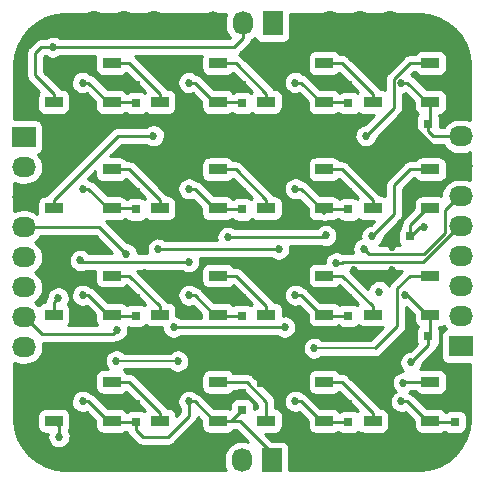
<source format=gtl>
G04 #@! TF.FileFunction,Copper,L1,Top,Signal*
%FSLAX46Y46*%
G04 Gerber Fmt 4.6, Leading zero omitted, Abs format (unit mm)*
G04 Created by KiCad (PCBNEW 4.0.4-stable) date Fri Nov  4 09:48:08 2016*
%MOMM*%
%LPD*%
G01*
G04 APERTURE LIST*
%ADD10C,0.100000*%
%ADD11R,1.500000X0.900000*%
%ADD12C,2.032000*%
%ADD13R,1.727200X2.032000*%
%ADD14O,1.727200X2.032000*%
%ADD15R,0.750000X0.800000*%
%ADD16R,0.800000X0.750000*%
%ADD17R,2.032000X1.727200*%
%ADD18O,2.032000X1.727200*%
%ADD19C,0.685800*%
%ADD20C,0.254000*%
%ADD21C,0.152400*%
G04 APERTURE END LIST*
D10*
D11*
X179450000Y-129650000D03*
X179450000Y-126350000D03*
X174550000Y-126350000D03*
X174550000Y-129650000D03*
X179450000Y-111650000D03*
X179450000Y-108350000D03*
X174550000Y-108350000D03*
X174550000Y-111650000D03*
X170450000Y-111650000D03*
X170450000Y-108350000D03*
X165550000Y-108350000D03*
X165550000Y-111650000D03*
X161450000Y-111650000D03*
X161450000Y-108350000D03*
X156550000Y-108350000D03*
X156550000Y-111650000D03*
X152450000Y-111650000D03*
X152450000Y-108350000D03*
X147550000Y-108350000D03*
X147550000Y-111650000D03*
D12*
X171000000Y-142000000D03*
X173540000Y-142000000D03*
X176080000Y-142000000D03*
D13*
X166000000Y-142000000D03*
D14*
X163460000Y-142000000D03*
X160920000Y-142000000D03*
D13*
X166080000Y-105000000D03*
D14*
X163540000Y-105000000D03*
X161000000Y-105000000D03*
D15*
X154500000Y-111750000D03*
X154500000Y-110250000D03*
D11*
X152450000Y-120650000D03*
X152450000Y-117350000D03*
X147550000Y-117350000D03*
X147550000Y-120650000D03*
X161450000Y-120650000D03*
X161450000Y-117350000D03*
X156550000Y-117350000D03*
X156550000Y-120650000D03*
X170450000Y-120650000D03*
X170450000Y-117350000D03*
X165550000Y-117350000D03*
X165550000Y-120650000D03*
X179450000Y-120650000D03*
X179450000Y-117350000D03*
X174550000Y-117350000D03*
X174550000Y-120650000D03*
X152450000Y-129650000D03*
X152450000Y-126350000D03*
X147550000Y-126350000D03*
X147550000Y-129650000D03*
X161450000Y-129650000D03*
X161450000Y-126350000D03*
X156550000Y-126350000D03*
X156550000Y-129650000D03*
X170450000Y-129650000D03*
X170450000Y-126350000D03*
X165550000Y-126350000D03*
X165550000Y-129650000D03*
X152450000Y-138650000D03*
X152450000Y-135350000D03*
X147550000Y-135350000D03*
X147550000Y-138650000D03*
X161450000Y-138650000D03*
X161450000Y-135350000D03*
X156550000Y-135350000D03*
X156550000Y-138650000D03*
X170450000Y-138650000D03*
X170450000Y-135350000D03*
X165550000Y-135350000D03*
X165550000Y-138650000D03*
X179450000Y-138650000D03*
X179450000Y-135350000D03*
X174550000Y-135350000D03*
X174550000Y-138650000D03*
D15*
X163500000Y-111750000D03*
X163500000Y-110250000D03*
X172500000Y-111750000D03*
X172500000Y-110250000D03*
X154500000Y-120750000D03*
X154500000Y-119250000D03*
X163500000Y-120750000D03*
X163500000Y-119250000D03*
X172500000Y-120750000D03*
X172500000Y-119250000D03*
D16*
X177750000Y-123000000D03*
X176250000Y-123000000D03*
D15*
X154500000Y-129750000D03*
X154500000Y-128250000D03*
X163500000Y-129750000D03*
X163500000Y-128250000D03*
X172500000Y-129750000D03*
X172500000Y-128250000D03*
D16*
X179250000Y-131500000D03*
X177750000Y-131500000D03*
D15*
X154500000Y-138750000D03*
X154500000Y-137250000D03*
X163500000Y-137750000D03*
X163500000Y-136250000D03*
X172500000Y-138750000D03*
X172500000Y-137250000D03*
X181500000Y-138750000D03*
X181500000Y-137250000D03*
D16*
X179250000Y-113500000D03*
X177750000Y-113500000D03*
D12*
X150960000Y-142000000D03*
X153500000Y-142000000D03*
X156040000Y-142000000D03*
X150960000Y-105000000D03*
X153500000Y-105000000D03*
X156040000Y-105000000D03*
X170960000Y-105000000D03*
X173500000Y-105000000D03*
X176040000Y-105000000D03*
D17*
X145000000Y-114610000D03*
D18*
X145000000Y-117150000D03*
X145000000Y-119690000D03*
X145000000Y-122230000D03*
X145000000Y-124770000D03*
X145000000Y-127310000D03*
X145000000Y-129850000D03*
X145000000Y-132390000D03*
D17*
X182000000Y-132350000D03*
D18*
X182000000Y-129810000D03*
X182000000Y-127270000D03*
X182000000Y-124730000D03*
X182000000Y-122190000D03*
X182000000Y-119650000D03*
X182000000Y-117110000D03*
X182000000Y-114570000D03*
D19*
X177800000Y-133700000D03*
X178874508Y-122224103D03*
X177274908Y-128000000D03*
X175100000Y-127700000D03*
X177000000Y-137000000D03*
X168000000Y-137000000D03*
X159000000Y-137000000D03*
X150000000Y-137000000D03*
X168000000Y-128000000D03*
X159000000Y-128000000D03*
X150000000Y-128000000D03*
X168000000Y-119000000D03*
X159000000Y-119000000D03*
X150000000Y-119000000D03*
X177000000Y-110000000D03*
X150000000Y-110000000D03*
X168000000Y-110000000D03*
X159000000Y-110000000D03*
X154300000Y-122300000D03*
X150600000Y-123600000D03*
X176230335Y-125884447D03*
X155300000Y-126100000D03*
X153400000Y-127700000D03*
X174600000Y-116000000D03*
X177622300Y-120400000D03*
X176200000Y-123900000D03*
X172965246Y-125850941D03*
X171000000Y-128000000D03*
X155100000Y-116200000D03*
X153200000Y-118900000D03*
X147500000Y-107000000D03*
X156000000Y-114500000D03*
X174000000Y-114500000D03*
X170603554Y-122950165D03*
X162300000Y-123100000D03*
X147949095Y-128240203D03*
X174504000Y-123000000D03*
X152838720Y-133572385D03*
X158064938Y-133581404D03*
X169600000Y-132500000D03*
X148000000Y-140000000D03*
X177146204Y-135429143D03*
X173800000Y-124100000D03*
X166600000Y-124100000D03*
X156400000Y-124100000D03*
X153700000Y-124500000D03*
X171482306Y-125268614D03*
X149820755Y-125067281D03*
X159000000Y-125155555D03*
X152886832Y-130951365D03*
X167100000Y-130700000D03*
X157700000Y-130700000D03*
D20*
X154500000Y-138750000D02*
X154500000Y-139404000D01*
X154500000Y-139404000D02*
X155087273Y-139991273D01*
X155087273Y-139991273D02*
X157222629Y-139991273D01*
X157222629Y-139991273D02*
X159000000Y-138213902D01*
X159000000Y-138213902D02*
X159000000Y-137484933D01*
X159000000Y-137484933D02*
X159000000Y-137000000D01*
X179250000Y-131500000D02*
X179250000Y-132250000D01*
X179250000Y-132250000D02*
X177800000Y-133700000D01*
X170050000Y-120650000D02*
X170450000Y-121050000D01*
X170450000Y-120650000D02*
X170050000Y-120650000D01*
X182000000Y-114570000D02*
X179691000Y-114570000D01*
X179691000Y-114570000D02*
X179250000Y-114129000D01*
X179250000Y-114129000D02*
X179250000Y-113500000D01*
X178550897Y-122224103D02*
X178874508Y-122224103D01*
X177775000Y-123000000D02*
X178550897Y-122224103D01*
X177750000Y-123000000D02*
X177775000Y-123000000D01*
X166000000Y-142000000D02*
X166000000Y-141354633D01*
X166000000Y-141354633D02*
X163295367Y-138650000D01*
X162454000Y-138650000D02*
X161450000Y-138650000D01*
X163295367Y-138650000D02*
X162454000Y-138650000D01*
X177500000Y-128000000D02*
X177274908Y-128000000D01*
X179150000Y-129650000D02*
X177500000Y-128000000D01*
X179450000Y-129650000D02*
X179150000Y-129650000D01*
X179720000Y-120920000D02*
X179450000Y-120650000D01*
X179450000Y-120650000D02*
X179150000Y-120650000D01*
X179150000Y-120650000D02*
X177750000Y-122050000D01*
X177750000Y-122050000D02*
X177750000Y-122371000D01*
X177750000Y-122371000D02*
X177750000Y-123000000D01*
X166000000Y-141847600D02*
X166000000Y-142000000D01*
X159500000Y-137000000D02*
X159000000Y-137000000D01*
X161450000Y-138650000D02*
X161150000Y-138650000D01*
X161150000Y-138650000D02*
X159500000Y-137000000D01*
X159500000Y-137000000D02*
X159484933Y-137000000D01*
X161450000Y-138650000D02*
X162600000Y-138650000D01*
X162600000Y-138650000D02*
X163500000Y-137750000D01*
X179450000Y-111650000D02*
X179450000Y-113300000D01*
X179450000Y-113300000D02*
X179250000Y-113500000D01*
X179450000Y-129650000D02*
X179450000Y-131300000D01*
X179450000Y-131300000D02*
X179250000Y-131500000D01*
X161550000Y-138750000D02*
X161450000Y-138650000D01*
X179750000Y-129950000D02*
X179450000Y-129650000D01*
X152450000Y-120650000D02*
X154400000Y-120650000D01*
X154400000Y-120650000D02*
X154500000Y-120750000D01*
X154500000Y-129750000D02*
X152550000Y-129750000D01*
X152550000Y-129750000D02*
X152450000Y-129650000D01*
X172500000Y-129750000D02*
X170550000Y-129750000D01*
X170550000Y-129750000D02*
X170450000Y-129650000D01*
X163500000Y-129750000D02*
X161550000Y-129750000D01*
X161550000Y-129750000D02*
X161450000Y-129650000D01*
X163500000Y-120750000D02*
X161550000Y-120750000D01*
X161550000Y-120750000D02*
X161450000Y-120650000D01*
X172500000Y-120750000D02*
X170550000Y-120750000D01*
X170550000Y-120750000D02*
X170450000Y-120650000D01*
X154500000Y-138750000D02*
X152550000Y-138750000D01*
X152550000Y-138750000D02*
X152450000Y-138650000D01*
X172500000Y-138750000D02*
X170550000Y-138750000D01*
X170550000Y-138750000D02*
X170450000Y-138650000D01*
X181500000Y-138750000D02*
X179550000Y-138750000D01*
X179550000Y-138750000D02*
X179450000Y-138650000D01*
X179450000Y-138650000D02*
X179150000Y-138650000D01*
X179150000Y-138650000D02*
X177500000Y-137000000D01*
X177500000Y-137000000D02*
X177000000Y-137000000D01*
X170450000Y-138650000D02*
X170150000Y-138650000D01*
X170150000Y-138650000D02*
X168500000Y-137000000D01*
X168500000Y-137000000D02*
X168000000Y-137000000D01*
X152450000Y-138650000D02*
X152150000Y-138650000D01*
X152150000Y-138650000D02*
X150500000Y-137000000D01*
X150500000Y-137000000D02*
X150000000Y-137000000D01*
X170450000Y-129650000D02*
X170150000Y-129650000D01*
X170150000Y-129650000D02*
X168500000Y-128000000D01*
X168500000Y-128000000D02*
X168000000Y-128000000D01*
X161450000Y-129650000D02*
X161150000Y-129650000D01*
X161150000Y-129650000D02*
X159500000Y-128000000D01*
X159500000Y-128000000D02*
X159000000Y-128000000D01*
X152450000Y-129650000D02*
X152150000Y-129650000D01*
X152150000Y-129650000D02*
X150500000Y-128000000D01*
X150500000Y-128000000D02*
X150000000Y-128000000D01*
X170450000Y-120650000D02*
X170150000Y-120650000D01*
X170150000Y-120650000D02*
X168500000Y-119000000D01*
X168500000Y-119000000D02*
X168000000Y-119000000D01*
X161450000Y-120650000D02*
X161150000Y-120650000D01*
X161150000Y-120650000D02*
X159500000Y-119000000D01*
X159500000Y-119000000D02*
X159000000Y-119000000D01*
X152450000Y-120650000D02*
X152150000Y-120650000D01*
X152150000Y-120650000D02*
X150500000Y-119000000D01*
X150500000Y-119000000D02*
X150000000Y-119000000D01*
X179450000Y-111650000D02*
X179150000Y-111650000D01*
X179150000Y-111650000D02*
X177500000Y-110000000D01*
X177500000Y-110000000D02*
X177000000Y-110000000D01*
X152450000Y-111650000D02*
X152150000Y-111650000D01*
X152150000Y-111650000D02*
X150500000Y-110000000D01*
X150500000Y-110000000D02*
X150000000Y-110000000D01*
X170150000Y-111650000D02*
X168500000Y-110000000D01*
X168500000Y-110000000D02*
X168000000Y-110000000D01*
X161450000Y-111650000D02*
X161150000Y-111650000D01*
X161150000Y-111650000D02*
X159500000Y-110000000D01*
X159500000Y-110000000D02*
X159000000Y-110000000D01*
X170450000Y-111650000D02*
X170150000Y-111650000D01*
X170450000Y-111650000D02*
X172400000Y-111650000D01*
X172400000Y-111650000D02*
X172500000Y-111750000D01*
X161450000Y-111650000D02*
X163400000Y-111650000D01*
X163400000Y-111650000D02*
X163500000Y-111750000D01*
X152450000Y-111650000D02*
X154400000Y-111650000D01*
X154400000Y-111650000D02*
X154500000Y-111750000D01*
X150600000Y-123600000D02*
X149371648Y-123600000D01*
X149371648Y-123600000D02*
X148700000Y-124271648D01*
X151400000Y-127700000D02*
X153400000Y-127700000D01*
X148700000Y-124271648D02*
X148700000Y-126100000D01*
X148700000Y-126100000D02*
X149800000Y-126100000D01*
X149800000Y-126100000D02*
X151400000Y-127700000D01*
X175887436Y-126227346D02*
X176230335Y-125884447D01*
X175764782Y-126350000D02*
X175887436Y-126227346D01*
X174550000Y-126350000D02*
X175764782Y-126350000D01*
X155300000Y-126100000D02*
X156300000Y-126100000D01*
X156300000Y-126100000D02*
X156550000Y-126350000D01*
X154500000Y-128250000D02*
X153950000Y-128250000D01*
X153950000Y-128250000D02*
X153400000Y-127700000D01*
X174600000Y-116000000D02*
X174600000Y-117300000D01*
X174600000Y-117300000D02*
X174550000Y-117350000D01*
X176250000Y-123000000D02*
X176275000Y-123000000D01*
X176275000Y-123000000D02*
X176904000Y-122371000D01*
X176904000Y-122371000D02*
X176904000Y-121749500D01*
X176904000Y-121749500D02*
X177622300Y-121031200D01*
X177622300Y-121031200D02*
X177622300Y-120400000D01*
X176200000Y-123900000D02*
X176200000Y-123050000D01*
X176200000Y-123050000D02*
X176250000Y-123000000D01*
X173308145Y-126193840D02*
X172965246Y-125850941D01*
X173464305Y-126350000D02*
X173308145Y-126193840D01*
X174550000Y-126350000D02*
X173464305Y-126350000D01*
X177750000Y-113500000D02*
X177775000Y-113500000D01*
X177775000Y-113500000D02*
X181155125Y-116880125D01*
X181155125Y-116880125D02*
X181331660Y-116703590D01*
X181331660Y-116703590D02*
X181679260Y-116703590D01*
X155100000Y-116200000D02*
X155400000Y-116200000D01*
X155400000Y-116200000D02*
X156550000Y-117350000D01*
X154500000Y-119250000D02*
X153550000Y-119250000D01*
X153550000Y-119250000D02*
X153200000Y-118900000D01*
X160920000Y-141847600D02*
X160920000Y-142000000D01*
X152450000Y-108350000D02*
X153954000Y-108350000D01*
X153954000Y-108350000D02*
X156550000Y-110946000D01*
X156550000Y-110946000D02*
X156550000Y-111650000D01*
X162810000Y-107000000D02*
X147500000Y-107000000D01*
X147500000Y-107000000D02*
X146500000Y-107000000D01*
X163540000Y-105000000D02*
X163540000Y-106270000D01*
X163540000Y-106270000D02*
X162810000Y-107000000D01*
X147550000Y-110946000D02*
X147550000Y-111650000D01*
X146500000Y-107000000D02*
X146000000Y-107500000D01*
X146000000Y-109396000D02*
X147550000Y-110946000D01*
X146000000Y-107500000D02*
X146000000Y-109396000D01*
X147500000Y-111700000D02*
X147550000Y-111650000D01*
X163540000Y-105152400D02*
X163540000Y-105000000D01*
X161450000Y-108350000D02*
X162954000Y-108350000D01*
X162954000Y-108350000D02*
X165550000Y-110946000D01*
X165550000Y-110946000D02*
X165550000Y-111650000D01*
X170450000Y-108350000D02*
X171954000Y-108350000D01*
X171954000Y-108350000D02*
X174550000Y-110946000D01*
X174550000Y-110946000D02*
X174550000Y-111650000D01*
X147550000Y-119946000D02*
X147550000Y-120650000D01*
X152996000Y-114500000D02*
X147550000Y-119946000D01*
X156000000Y-114500000D02*
X152996000Y-114500000D01*
X179450000Y-108350000D02*
X177728992Y-108350000D01*
X177728992Y-108350000D02*
X176377698Y-109701294D01*
X176377698Y-112126302D02*
X174004000Y-114500000D01*
X176377698Y-109701294D02*
X176377698Y-112126302D01*
X152450000Y-117350000D02*
X153954000Y-117350000D01*
X153954000Y-117350000D02*
X156550000Y-119946000D01*
X156550000Y-119946000D02*
X156550000Y-120650000D01*
X161450000Y-117350000D02*
X162954000Y-117350000D01*
X162954000Y-117350000D02*
X165550000Y-119946000D01*
X165550000Y-119946000D02*
X165550000Y-120650000D01*
X170450000Y-117350000D02*
X171954000Y-117350000D01*
X171954000Y-117350000D02*
X174550000Y-119946000D01*
X174550000Y-119946000D02*
X174550000Y-120650000D01*
X170453719Y-123100000D02*
X170603554Y-122950165D01*
X162300000Y-123100000D02*
X170453719Y-123100000D01*
X147606196Y-128583102D02*
X147949095Y-128240203D01*
X147550000Y-128639298D02*
X147606196Y-128583102D01*
X147550000Y-129650000D02*
X147550000Y-128639298D01*
X147550000Y-129650000D02*
X147250000Y-129650000D01*
X176377698Y-118701294D02*
X177728992Y-117350000D01*
X177728992Y-117350000D02*
X179450000Y-117350000D01*
X174504000Y-123000000D02*
X176377698Y-121126302D01*
X176377698Y-121126302D02*
X176377698Y-118701294D01*
X152450000Y-126350000D02*
X153954000Y-126350000D01*
X153954000Y-126350000D02*
X156550000Y-128946000D01*
X156550000Y-128946000D02*
X156550000Y-129650000D01*
X161450000Y-126350000D02*
X162954000Y-126350000D01*
X162954000Y-126350000D02*
X165550000Y-128946000D01*
X165550000Y-128946000D02*
X165550000Y-129650000D01*
X170450000Y-126350000D02*
X171954000Y-126350000D01*
X171954000Y-126350000D02*
X174550000Y-128946000D01*
X174550000Y-128946000D02*
X174550000Y-129650000D01*
D21*
X152847739Y-133581404D02*
X152838720Y-133572385D01*
X158064938Y-133581404D02*
X152847739Y-133581404D01*
X169600000Y-132500000D02*
X174725597Y-132500000D01*
D20*
X177728992Y-126350000D02*
X176652598Y-127426394D01*
X179450000Y-126350000D02*
X177728992Y-126350000D01*
X176652598Y-127426394D02*
X176652598Y-130572999D01*
X176652598Y-130572999D02*
X174725597Y-132500000D01*
X148000000Y-140000000D02*
X148000000Y-139100000D01*
X148000000Y-139100000D02*
X147550000Y-138650000D01*
X152450000Y-135350000D02*
X153954000Y-135350000D01*
X153954000Y-135350000D02*
X156550000Y-137946000D01*
X156550000Y-137946000D02*
X156550000Y-138650000D01*
X161450000Y-135350000D02*
X163877922Y-135350000D01*
X163877922Y-135350000D02*
X165550000Y-137022078D01*
X165550000Y-137022078D02*
X165550000Y-137946000D01*
X165550000Y-137946000D02*
X165550000Y-138650000D01*
X170450000Y-135350000D02*
X171954000Y-135350000D01*
X171954000Y-135350000D02*
X174550000Y-137946000D01*
X174550000Y-137946000D02*
X174550000Y-138650000D01*
X177225347Y-135350000D02*
X177146204Y-135429143D01*
X179450000Y-135350000D02*
X177225347Y-135350000D01*
X153357101Y-124157101D02*
X153700000Y-124500000D01*
X145000000Y-122230000D02*
X151430000Y-122230000D01*
X151430000Y-122230000D02*
X153357101Y-124157101D01*
X173800000Y-124100000D02*
X174222301Y-124522301D01*
X174222301Y-124522301D02*
X178918641Y-124522301D01*
X178918641Y-124522301D02*
X178929595Y-124533255D01*
X156400000Y-124100000D02*
X166600000Y-124100000D01*
X180704590Y-122758260D02*
X178929595Y-124533255D01*
X182000000Y-119650000D02*
X181847600Y-119650000D01*
X181847600Y-119650000D02*
X180704590Y-120793010D01*
X180704590Y-120793010D02*
X180704590Y-122758260D01*
X171967239Y-125268614D02*
X171482306Y-125268614D01*
X178809215Y-125228385D02*
X172007468Y-125228385D01*
X181847600Y-122190000D02*
X178809215Y-125228385D01*
X182000000Y-122190000D02*
X181847600Y-122190000D01*
X172007468Y-125228385D02*
X171967239Y-125268614D01*
X149909029Y-125155555D02*
X149820755Y-125067281D01*
X159000000Y-125155555D02*
X149909029Y-125155555D01*
X145000000Y-124770000D02*
X145197317Y-124967317D01*
X152543933Y-131294264D02*
X152886832Y-130951365D01*
X146596664Y-131294264D02*
X152543933Y-131294264D01*
X145152400Y-129850000D02*
X146596664Y-131294264D01*
X145000000Y-129850000D02*
X145152400Y-129850000D01*
X157700000Y-130700000D02*
X167100000Y-130700000D01*
G36*
X162162584Y-104249251D02*
X162074148Y-104528036D01*
X162041546Y-104818688D01*
X162041400Y-104839612D01*
X162041400Y-105160388D01*
X162069941Y-105451468D01*
X162154475Y-105731460D01*
X162291784Y-105989701D01*
X162476637Y-106216353D01*
X162498188Y-106234182D01*
X162494370Y-106238000D01*
X148119134Y-106238000D01*
X147967364Y-106135629D01*
X147790572Y-106061313D01*
X147602713Y-106022751D01*
X147410942Y-106021412D01*
X147222562Y-106057347D01*
X147044750Y-106129188D01*
X146884279Y-106234198D01*
X146880396Y-106238000D01*
X146500000Y-106238000D01*
X146429936Y-106244870D01*
X146359830Y-106251003D01*
X146355982Y-106252121D01*
X146351993Y-106252512D01*
X146284582Y-106272865D01*
X146217018Y-106292494D01*
X146213462Y-106294337D01*
X146209624Y-106295496D01*
X146147447Y-106328556D01*
X146084986Y-106360933D01*
X146081856Y-106363432D01*
X146078316Y-106365314D01*
X146023769Y-106409801D01*
X145968760Y-106453714D01*
X145963181Y-106459216D01*
X145963069Y-106459307D01*
X145962983Y-106459411D01*
X145961185Y-106461184D01*
X145461185Y-106961185D01*
X145416488Y-107015599D01*
X145371264Y-107069495D01*
X145369336Y-107073003D01*
X145366789Y-107076103D01*
X145333510Y-107138169D01*
X145299619Y-107199816D01*
X145298407Y-107203636D01*
X145296514Y-107207167D01*
X145275939Y-107274464D01*
X145254652Y-107341571D01*
X145254205Y-107345554D01*
X145253034Y-107349385D01*
X145245925Y-107419373D01*
X145238074Y-107489361D01*
X145238019Y-107497197D01*
X145238005Y-107497340D01*
X145238018Y-107497473D01*
X145238000Y-107500000D01*
X145238000Y-109396000D01*
X145244875Y-109466114D01*
X145251004Y-109536170D01*
X145252120Y-109540013D01*
X145252512Y-109544007D01*
X145272877Y-109611460D01*
X145292494Y-109678982D01*
X145294337Y-109682538D01*
X145295496Y-109686376D01*
X145328556Y-109748553D01*
X145360933Y-109811014D01*
X145363432Y-109814144D01*
X145365314Y-109817684D01*
X145409801Y-109872231D01*
X145453714Y-109927240D01*
X145459212Y-109932815D01*
X145459307Y-109932931D01*
X145459415Y-109933020D01*
X145461185Y-109934815D01*
X146318006Y-110791636D01*
X146260975Y-110858550D01*
X146187190Y-111022237D01*
X146161928Y-111200000D01*
X146161928Y-112100000D01*
X146169992Y-112201121D01*
X146223106Y-112372634D01*
X146321900Y-112522559D01*
X146458550Y-112639025D01*
X146622237Y-112712810D01*
X146800000Y-112738072D01*
X148300000Y-112738072D01*
X148401121Y-112730008D01*
X148572634Y-112676894D01*
X148722559Y-112578100D01*
X148839025Y-112441450D01*
X148912810Y-112277763D01*
X148938072Y-112100000D01*
X148938072Y-111200000D01*
X148930008Y-111098879D01*
X148876894Y-110927366D01*
X148778100Y-110777441D01*
X148641450Y-110660975D01*
X148477763Y-110587190D01*
X148300000Y-110561928D01*
X148205106Y-110561928D01*
X148189067Y-110530986D01*
X148186568Y-110527856D01*
X148184686Y-110524316D01*
X148140199Y-110469769D01*
X148096286Y-110414760D01*
X148090788Y-110409185D01*
X148090693Y-110409069D01*
X148090585Y-110408980D01*
X148088815Y-110407185D01*
X146762000Y-109080370D01*
X146762000Y-107815630D01*
X146815631Y-107762000D01*
X146882831Y-107762000D01*
X147020613Y-107857761D01*
X147196350Y-107934539D01*
X147383652Y-107975720D01*
X147575387Y-107979736D01*
X147764249Y-107946434D01*
X147943047Y-107877083D01*
X148104969Y-107774325D01*
X148117911Y-107762000D01*
X151081539Y-107762000D01*
X151061928Y-107900000D01*
X151061928Y-108800000D01*
X151069992Y-108901121D01*
X151123106Y-109072634D01*
X151221900Y-109222559D01*
X151358550Y-109339025D01*
X151522237Y-109412810D01*
X151700000Y-109438072D01*
X153200000Y-109438072D01*
X153301121Y-109430008D01*
X153472634Y-109376894D01*
X153622559Y-109278100D01*
X153706261Y-109179892D01*
X155318005Y-110791636D01*
X155265727Y-110852974D01*
X155216450Y-110810975D01*
X155052763Y-110737190D01*
X154875000Y-110711928D01*
X154125000Y-110711928D01*
X154023879Y-110719992D01*
X153852366Y-110773106D01*
X153728869Y-110854485D01*
X153678100Y-110777441D01*
X153541450Y-110660975D01*
X153377763Y-110587190D01*
X153200000Y-110561928D01*
X152139559Y-110561928D01*
X151038815Y-109461185D01*
X150984401Y-109416488D01*
X150930505Y-109371264D01*
X150926997Y-109369336D01*
X150923897Y-109366789D01*
X150861831Y-109333510D01*
X150800184Y-109299619D01*
X150796364Y-109298407D01*
X150792833Y-109296514D01*
X150725536Y-109275939D01*
X150658429Y-109254652D01*
X150654446Y-109254205D01*
X150650615Y-109253034D01*
X150634858Y-109251433D01*
X150626353Y-109242869D01*
X150467364Y-109135629D01*
X150290572Y-109061313D01*
X150102713Y-109022751D01*
X149910942Y-109021412D01*
X149722562Y-109057347D01*
X149544750Y-109129188D01*
X149384279Y-109234198D01*
X149247260Y-109368376D01*
X149138913Y-109526613D01*
X149063364Y-109702882D01*
X149023492Y-109890467D01*
X149020814Y-110082225D01*
X149055433Y-110270850D01*
X149126031Y-110449159D01*
X149229918Y-110610360D01*
X149363137Y-110748312D01*
X149520613Y-110857761D01*
X149696350Y-110934539D01*
X149883652Y-110975720D01*
X150075387Y-110979736D01*
X150264249Y-110946434D01*
X150339584Y-110917214D01*
X151061928Y-111639559D01*
X151061928Y-112100000D01*
X151069992Y-112201121D01*
X151123106Y-112372634D01*
X151221900Y-112522559D01*
X151358550Y-112639025D01*
X151522237Y-112712810D01*
X151700000Y-112738072D01*
X153200000Y-112738072D01*
X153301121Y-112730008D01*
X153472634Y-112676894D01*
X153622559Y-112578100D01*
X153638346Y-112559577D01*
X153646900Y-112572559D01*
X153783550Y-112689025D01*
X153947237Y-112762810D01*
X154125000Y-112788072D01*
X154875000Y-112788072D01*
X154976121Y-112780008D01*
X155147634Y-112726894D01*
X155297559Y-112628100D01*
X155359904Y-112554950D01*
X155458550Y-112639025D01*
X155622237Y-112712810D01*
X155800000Y-112738072D01*
X157300000Y-112738072D01*
X157401121Y-112730008D01*
X157572634Y-112676894D01*
X157722559Y-112578100D01*
X157839025Y-112441450D01*
X157912810Y-112277763D01*
X157938072Y-112100000D01*
X157938072Y-111200000D01*
X157930008Y-111098879D01*
X157876894Y-110927366D01*
X157778100Y-110777441D01*
X157641450Y-110660975D01*
X157477763Y-110587190D01*
X157300000Y-110561928D01*
X157205106Y-110561928D01*
X157189067Y-110530985D01*
X157186566Y-110527853D01*
X157184686Y-110524316D01*
X157140217Y-110469791D01*
X157096286Y-110414760D01*
X157090784Y-110409181D01*
X157090693Y-110409069D01*
X157090589Y-110408983D01*
X157088815Y-110407184D01*
X154492815Y-107811185D01*
X154438401Y-107766488D01*
X154433052Y-107762000D01*
X160081539Y-107762000D01*
X160061928Y-107900000D01*
X160061928Y-108800000D01*
X160069992Y-108901121D01*
X160123106Y-109072634D01*
X160221900Y-109222559D01*
X160358550Y-109339025D01*
X160522237Y-109412810D01*
X160700000Y-109438072D01*
X162200000Y-109438072D01*
X162301121Y-109430008D01*
X162472634Y-109376894D01*
X162622559Y-109278100D01*
X162706261Y-109179892D01*
X164318005Y-110791636D01*
X164265727Y-110852974D01*
X164216450Y-110810975D01*
X164052763Y-110737190D01*
X163875000Y-110711928D01*
X163125000Y-110711928D01*
X163023879Y-110719992D01*
X162852366Y-110773106D01*
X162728869Y-110854485D01*
X162678100Y-110777441D01*
X162541450Y-110660975D01*
X162377763Y-110587190D01*
X162200000Y-110561928D01*
X161139559Y-110561928D01*
X160038815Y-109461185D01*
X159984401Y-109416488D01*
X159930505Y-109371264D01*
X159926997Y-109369336D01*
X159923897Y-109366789D01*
X159861831Y-109333510D01*
X159800184Y-109299619D01*
X159796364Y-109298407D01*
X159792833Y-109296514D01*
X159725536Y-109275939D01*
X159658429Y-109254652D01*
X159654446Y-109254205D01*
X159650615Y-109253034D01*
X159634858Y-109251433D01*
X159626353Y-109242869D01*
X159467364Y-109135629D01*
X159290572Y-109061313D01*
X159102713Y-109022751D01*
X158910942Y-109021412D01*
X158722562Y-109057347D01*
X158544750Y-109129188D01*
X158384279Y-109234198D01*
X158247260Y-109368376D01*
X158138913Y-109526613D01*
X158063364Y-109702882D01*
X158023492Y-109890467D01*
X158020814Y-110082225D01*
X158055433Y-110270850D01*
X158126031Y-110449159D01*
X158229918Y-110610360D01*
X158363137Y-110748312D01*
X158520613Y-110857761D01*
X158696350Y-110934539D01*
X158883652Y-110975720D01*
X159075387Y-110979736D01*
X159264249Y-110946434D01*
X159339584Y-110917214D01*
X160061928Y-111639559D01*
X160061928Y-112100000D01*
X160069992Y-112201121D01*
X160123106Y-112372634D01*
X160221900Y-112522559D01*
X160358550Y-112639025D01*
X160522237Y-112712810D01*
X160700000Y-112738072D01*
X162200000Y-112738072D01*
X162301121Y-112730008D01*
X162472634Y-112676894D01*
X162622559Y-112578100D01*
X162638346Y-112559577D01*
X162646900Y-112572559D01*
X162783550Y-112689025D01*
X162947237Y-112762810D01*
X163125000Y-112788072D01*
X163875000Y-112788072D01*
X163976121Y-112780008D01*
X164147634Y-112726894D01*
X164297559Y-112628100D01*
X164359904Y-112554950D01*
X164458550Y-112639025D01*
X164622237Y-112712810D01*
X164800000Y-112738072D01*
X166300000Y-112738072D01*
X166401121Y-112730008D01*
X166572634Y-112676894D01*
X166722559Y-112578100D01*
X166839025Y-112441450D01*
X166912810Y-112277763D01*
X166938072Y-112100000D01*
X166938072Y-111200000D01*
X166930008Y-111098879D01*
X166876894Y-110927366D01*
X166778100Y-110777441D01*
X166641450Y-110660975D01*
X166477763Y-110587190D01*
X166300000Y-110561928D01*
X166205106Y-110561928D01*
X166189067Y-110530985D01*
X166186566Y-110527853D01*
X166184686Y-110524316D01*
X166140217Y-110469791D01*
X166096286Y-110414760D01*
X166090784Y-110409181D01*
X166090693Y-110409069D01*
X166090589Y-110408983D01*
X166088815Y-110407184D01*
X163492815Y-107811185D01*
X163438401Y-107766488D01*
X163384505Y-107721264D01*
X163380997Y-107719336D01*
X163377897Y-107716789D01*
X163315831Y-107683510D01*
X163254184Y-107649619D01*
X163250364Y-107648407D01*
X163246833Y-107646514D01*
X163224072Y-107639555D01*
X163225014Y-107639067D01*
X163228144Y-107636568D01*
X163231684Y-107634686D01*
X163286231Y-107590199D01*
X163341240Y-107546286D01*
X163346815Y-107540788D01*
X163346931Y-107540693D01*
X163347020Y-107540585D01*
X163348815Y-107538815D01*
X164078815Y-106808815D01*
X164123512Y-106754401D01*
X164168736Y-106700505D01*
X164170664Y-106696997D01*
X164173211Y-106693897D01*
X164206490Y-106631831D01*
X164240381Y-106570184D01*
X164241593Y-106566364D01*
X164243486Y-106562833D01*
X164264061Y-106495536D01*
X164275741Y-106458715D01*
X164360578Y-106414363D01*
X164588515Y-106231097D01*
X164612745Y-106202220D01*
X164639506Y-106288634D01*
X164738300Y-106438559D01*
X164874950Y-106555025D01*
X165038637Y-106628810D01*
X165216400Y-106654072D01*
X166943600Y-106654072D01*
X167044721Y-106646008D01*
X167216234Y-106592894D01*
X167366159Y-106494100D01*
X167482625Y-106357450D01*
X167556410Y-106193763D01*
X167581672Y-106016000D01*
X167581672Y-104210000D01*
X178465280Y-104210000D01*
X179332601Y-104295041D01*
X180133494Y-104536846D01*
X180872165Y-104929604D01*
X181520482Y-105458357D01*
X182053747Y-106102963D01*
X182451654Y-106838878D01*
X182699042Y-107638060D01*
X182790000Y-108503469D01*
X182790000Y-113214162D01*
X182750749Y-113192584D01*
X182471964Y-113104148D01*
X182181312Y-113071546D01*
X182160388Y-113071400D01*
X181839612Y-113071400D01*
X181548532Y-113099941D01*
X181268540Y-113184475D01*
X181010299Y-113321784D01*
X180783647Y-113506637D01*
X180597216Y-113731994D01*
X180556120Y-113808000D01*
X180288072Y-113808000D01*
X180288072Y-113125000D01*
X180280008Y-113023879D01*
X180226894Y-112852366D01*
X180212000Y-112829764D01*
X180212000Y-112737115D01*
X180301121Y-112730008D01*
X180472634Y-112676894D01*
X180622559Y-112578100D01*
X180739025Y-112441450D01*
X180812810Y-112277763D01*
X180838072Y-112100000D01*
X180838072Y-111200000D01*
X180830008Y-111098879D01*
X180776894Y-110927366D01*
X180678100Y-110777441D01*
X180541450Y-110660975D01*
X180377763Y-110587190D01*
X180200000Y-110561928D01*
X179139559Y-110561928D01*
X178038815Y-109461185D01*
X177984401Y-109416488D01*
X177930505Y-109371264D01*
X177926997Y-109369336D01*
X177923897Y-109366789D01*
X177861831Y-109333510D01*
X177836848Y-109319775D01*
X178044623Y-109112000D01*
X178149046Y-109112000D01*
X178221900Y-109222559D01*
X178358550Y-109339025D01*
X178522237Y-109412810D01*
X178700000Y-109438072D01*
X180200000Y-109438072D01*
X180301121Y-109430008D01*
X180472634Y-109376894D01*
X180622559Y-109278100D01*
X180739025Y-109141450D01*
X180812810Y-108977763D01*
X180838072Y-108800000D01*
X180838072Y-107900000D01*
X180830008Y-107798879D01*
X180776894Y-107627366D01*
X180678100Y-107477441D01*
X180541450Y-107360975D01*
X180377763Y-107287190D01*
X180200000Y-107261928D01*
X178700000Y-107261928D01*
X178598879Y-107269992D01*
X178427366Y-107323106D01*
X178277441Y-107421900D01*
X178160975Y-107558550D01*
X178147700Y-107588000D01*
X177728992Y-107588000D01*
X177658887Y-107594874D01*
X177588821Y-107601004D01*
X177584978Y-107602120D01*
X177580985Y-107602512D01*
X177513544Y-107622874D01*
X177446010Y-107642494D01*
X177442454Y-107644337D01*
X177438616Y-107645496D01*
X177376459Y-107678545D01*
X177313977Y-107710933D01*
X177310845Y-107713434D01*
X177307308Y-107715314D01*
X177252783Y-107759783D01*
X177197752Y-107803714D01*
X177192173Y-107809216D01*
X177192061Y-107809307D01*
X177191975Y-107809411D01*
X177190176Y-107811185D01*
X175838883Y-109162479D01*
X175794186Y-109216893D01*
X175748962Y-109270789D01*
X175747034Y-109274297D01*
X175744487Y-109277397D01*
X175711208Y-109339463D01*
X175677317Y-109401110D01*
X175676105Y-109404930D01*
X175674212Y-109408461D01*
X175653637Y-109475758D01*
X175632350Y-109542865D01*
X175631903Y-109546848D01*
X175630732Y-109550679D01*
X175623623Y-109620667D01*
X175615772Y-109690655D01*
X175615717Y-109698491D01*
X175615703Y-109698634D01*
X175615716Y-109698767D01*
X175615698Y-109701294D01*
X175615698Y-110649367D01*
X175477763Y-110587190D01*
X175300000Y-110561928D01*
X175205106Y-110561928D01*
X175189067Y-110530985D01*
X175186566Y-110527853D01*
X175184686Y-110524316D01*
X175140217Y-110469791D01*
X175096286Y-110414760D01*
X175090784Y-110409181D01*
X175090693Y-110409069D01*
X175090589Y-110408983D01*
X175088815Y-110407184D01*
X172492815Y-107811185D01*
X172438401Y-107766488D01*
X172384505Y-107721264D01*
X172380997Y-107719336D01*
X172377897Y-107716789D01*
X172315831Y-107683510D01*
X172254184Y-107649619D01*
X172250364Y-107648407D01*
X172246833Y-107646514D01*
X172179536Y-107625939D01*
X172112429Y-107604652D01*
X172108446Y-107604205D01*
X172104615Y-107603034D01*
X172034627Y-107595925D01*
X171964639Y-107588074D01*
X171956803Y-107588019D01*
X171956660Y-107588005D01*
X171956527Y-107588018D01*
X171954000Y-107588000D01*
X171750954Y-107588000D01*
X171678100Y-107477441D01*
X171541450Y-107360975D01*
X171377763Y-107287190D01*
X171200000Y-107261928D01*
X169700000Y-107261928D01*
X169598879Y-107269992D01*
X169427366Y-107323106D01*
X169277441Y-107421900D01*
X169160975Y-107558550D01*
X169087190Y-107722237D01*
X169061928Y-107900000D01*
X169061928Y-108800000D01*
X169069992Y-108901121D01*
X169123106Y-109072634D01*
X169221900Y-109222559D01*
X169358550Y-109339025D01*
X169522237Y-109412810D01*
X169700000Y-109438072D01*
X171200000Y-109438072D01*
X171301121Y-109430008D01*
X171472634Y-109376894D01*
X171622559Y-109278100D01*
X171706261Y-109179892D01*
X173318005Y-110791636D01*
X173265727Y-110852974D01*
X173216450Y-110810975D01*
X173052763Y-110737190D01*
X172875000Y-110711928D01*
X172125000Y-110711928D01*
X172023879Y-110719992D01*
X171852366Y-110773106D01*
X171728869Y-110854485D01*
X171678100Y-110777441D01*
X171541450Y-110660975D01*
X171377763Y-110587190D01*
X171200000Y-110561928D01*
X170139559Y-110561928D01*
X169038815Y-109461185D01*
X168984401Y-109416488D01*
X168930505Y-109371264D01*
X168926997Y-109369336D01*
X168923897Y-109366789D01*
X168861831Y-109333510D01*
X168800184Y-109299619D01*
X168796364Y-109298407D01*
X168792833Y-109296514D01*
X168725536Y-109275939D01*
X168658429Y-109254652D01*
X168654446Y-109254205D01*
X168650615Y-109253034D01*
X168634858Y-109251433D01*
X168626353Y-109242869D01*
X168467364Y-109135629D01*
X168290572Y-109061313D01*
X168102713Y-109022751D01*
X167910942Y-109021412D01*
X167722562Y-109057347D01*
X167544750Y-109129188D01*
X167384279Y-109234198D01*
X167247260Y-109368376D01*
X167138913Y-109526613D01*
X167063364Y-109702882D01*
X167023492Y-109890467D01*
X167020814Y-110082225D01*
X167055433Y-110270850D01*
X167126031Y-110449159D01*
X167229918Y-110610360D01*
X167363137Y-110748312D01*
X167520613Y-110857761D01*
X167696350Y-110934539D01*
X167883652Y-110975720D01*
X168075387Y-110979736D01*
X168264249Y-110946434D01*
X168339584Y-110917214D01*
X169061928Y-111639559D01*
X169061928Y-112100000D01*
X169069992Y-112201121D01*
X169123106Y-112372634D01*
X169221900Y-112522559D01*
X169358550Y-112639025D01*
X169522237Y-112712810D01*
X169700000Y-112738072D01*
X171200000Y-112738072D01*
X171301121Y-112730008D01*
X171472634Y-112676894D01*
X171622559Y-112578100D01*
X171638346Y-112559577D01*
X171646900Y-112572559D01*
X171783550Y-112689025D01*
X171947237Y-112762810D01*
X172125000Y-112788072D01*
X172875000Y-112788072D01*
X172976121Y-112780008D01*
X173147634Y-112726894D01*
X173297559Y-112628100D01*
X173359904Y-112554950D01*
X173458550Y-112639025D01*
X173622237Y-112712810D01*
X173800000Y-112738072D01*
X174688298Y-112738072D01*
X173903547Y-113522823D01*
X173722562Y-113557347D01*
X173544750Y-113629188D01*
X173384279Y-113734198D01*
X173247260Y-113868376D01*
X173138913Y-114026613D01*
X173063364Y-114202882D01*
X173023492Y-114390467D01*
X173020814Y-114582225D01*
X173055433Y-114770850D01*
X173126031Y-114949159D01*
X173229918Y-115110360D01*
X173363137Y-115248312D01*
X173520613Y-115357761D01*
X173696350Y-115434539D01*
X173883652Y-115475720D01*
X174075387Y-115479736D01*
X174264249Y-115446434D01*
X174443047Y-115377083D01*
X174604969Y-115274325D01*
X174743848Y-115142072D01*
X174854394Y-114985363D01*
X174932396Y-114810167D01*
X174974884Y-114623156D01*
X174975116Y-114606514D01*
X176916513Y-112665117D01*
X176961210Y-112610703D01*
X177006434Y-112556807D01*
X177008362Y-112553299D01*
X177010909Y-112550199D01*
X177044188Y-112488133D01*
X177078079Y-112426486D01*
X177079291Y-112422666D01*
X177081184Y-112419135D01*
X177101759Y-112351838D01*
X177123046Y-112284731D01*
X177123493Y-112280748D01*
X177124664Y-112276917D01*
X177131773Y-112206929D01*
X177139624Y-112136941D01*
X177139679Y-112129105D01*
X177139693Y-112128962D01*
X177139680Y-112128829D01*
X177139698Y-112126302D01*
X177139698Y-110968396D01*
X177264249Y-110946434D01*
X177339584Y-110917214D01*
X178061928Y-111639559D01*
X178061928Y-112100000D01*
X178069992Y-112201121D01*
X178123106Y-112372634D01*
X178221900Y-112522559D01*
X178358550Y-112639025D01*
X178413169Y-112663646D01*
X178310975Y-112783550D01*
X178237190Y-112947237D01*
X178211928Y-113125000D01*
X178211928Y-113875000D01*
X178219992Y-113976121D01*
X178273106Y-114147634D01*
X178371900Y-114297559D01*
X178508550Y-114414025D01*
X178553401Y-114434242D01*
X178578556Y-114481553D01*
X178610933Y-114544014D01*
X178613432Y-114547144D01*
X178615314Y-114550684D01*
X178659801Y-114605231D01*
X178703714Y-114660240D01*
X178709212Y-114665815D01*
X178709307Y-114665931D01*
X178709415Y-114666020D01*
X178711185Y-114667815D01*
X179152185Y-115108815D01*
X179206573Y-115153490D01*
X179260495Y-115198736D01*
X179264006Y-115200666D01*
X179267103Y-115203210D01*
X179329130Y-115236469D01*
X179390816Y-115270381D01*
X179394636Y-115271593D01*
X179398167Y-115273486D01*
X179465464Y-115294061D01*
X179532571Y-115315348D01*
X179536554Y-115315795D01*
X179540385Y-115316966D01*
X179610373Y-115324075D01*
X179680361Y-115331926D01*
X179688197Y-115331981D01*
X179688340Y-115331995D01*
X179688473Y-115331982D01*
X179691000Y-115332000D01*
X180555013Y-115332000D01*
X180585637Y-115390578D01*
X180768903Y-115618515D01*
X180992952Y-115806515D01*
X181249251Y-115947416D01*
X181528036Y-116035852D01*
X181818688Y-116068454D01*
X181839612Y-116068600D01*
X182160388Y-116068600D01*
X182451468Y-116040059D01*
X182731460Y-115955525D01*
X182790000Y-115924399D01*
X182790000Y-118294162D01*
X182750749Y-118272584D01*
X182471964Y-118184148D01*
X182181312Y-118151546D01*
X182160388Y-118151400D01*
X181839612Y-118151400D01*
X181548532Y-118179941D01*
X181268540Y-118264475D01*
X181010299Y-118401784D01*
X180783647Y-118586637D01*
X180597216Y-118811994D01*
X180458108Y-119069269D01*
X180371621Y-119348665D01*
X180347010Y-119582820D01*
X180200000Y-119561928D01*
X178700000Y-119561928D01*
X178598879Y-119569992D01*
X178427366Y-119623106D01*
X178277441Y-119721900D01*
X178160975Y-119858550D01*
X178087190Y-120022237D01*
X178061928Y-120200000D01*
X178061928Y-120660442D01*
X177211185Y-121511185D01*
X177166488Y-121565599D01*
X177121264Y-121619495D01*
X177119336Y-121623003D01*
X177116789Y-121626103D01*
X177083510Y-121688169D01*
X177049619Y-121749816D01*
X177048407Y-121753636D01*
X177046514Y-121757167D01*
X177025939Y-121824464D01*
X177004652Y-121891571D01*
X177004205Y-121895554D01*
X177003034Y-121899385D01*
X176995925Y-121969373D01*
X176988074Y-122039361D01*
X176988019Y-122047197D01*
X176988005Y-122047340D01*
X176988018Y-122047473D01*
X176988000Y-122050000D01*
X176988000Y-122106994D01*
X176927441Y-122146900D01*
X176810975Y-122283550D01*
X176737190Y-122447237D01*
X176711928Y-122625000D01*
X176711928Y-123375000D01*
X176719992Y-123476121D01*
X176773106Y-123647634D01*
X176847349Y-123760301D01*
X175123696Y-123760301D01*
X175247848Y-123642072D01*
X175358394Y-123485363D01*
X175436396Y-123310167D01*
X175478884Y-123123156D01*
X175479173Y-123102457D01*
X176916513Y-121665117D01*
X176961188Y-121610729D01*
X177006434Y-121556807D01*
X177008364Y-121553296D01*
X177010908Y-121550199D01*
X177044167Y-121488172D01*
X177078079Y-121426486D01*
X177079291Y-121422666D01*
X177081184Y-121419135D01*
X177101759Y-121351838D01*
X177123046Y-121284731D01*
X177123493Y-121280748D01*
X177124664Y-121276917D01*
X177131773Y-121206929D01*
X177139624Y-121136941D01*
X177139679Y-121129105D01*
X177139693Y-121128962D01*
X177139680Y-121128829D01*
X177139698Y-121126302D01*
X177139698Y-119016924D01*
X178044623Y-118112000D01*
X178149046Y-118112000D01*
X178221900Y-118222559D01*
X178358550Y-118339025D01*
X178522237Y-118412810D01*
X178700000Y-118438072D01*
X180200000Y-118438072D01*
X180301121Y-118430008D01*
X180472634Y-118376894D01*
X180622559Y-118278100D01*
X180739025Y-118141450D01*
X180812810Y-117977763D01*
X180838072Y-117800000D01*
X180838072Y-116900000D01*
X180830008Y-116798879D01*
X180776894Y-116627366D01*
X180678100Y-116477441D01*
X180541450Y-116360975D01*
X180377763Y-116287190D01*
X180200000Y-116261928D01*
X178700000Y-116261928D01*
X178598879Y-116269992D01*
X178427366Y-116323106D01*
X178277441Y-116421900D01*
X178160975Y-116558550D01*
X178147700Y-116588000D01*
X177728992Y-116588000D01*
X177658887Y-116594874D01*
X177588821Y-116601004D01*
X177584978Y-116602120D01*
X177580985Y-116602512D01*
X177513544Y-116622874D01*
X177446010Y-116642494D01*
X177442454Y-116644337D01*
X177438616Y-116645496D01*
X177376459Y-116678545D01*
X177313977Y-116710933D01*
X177310845Y-116713434D01*
X177307308Y-116715314D01*
X177252783Y-116759783D01*
X177197752Y-116803714D01*
X177192173Y-116809216D01*
X177192061Y-116809307D01*
X177191975Y-116809411D01*
X177190176Y-116811185D01*
X175838883Y-118162479D01*
X175794186Y-118216893D01*
X175748962Y-118270789D01*
X175747034Y-118274297D01*
X175744487Y-118277397D01*
X175711208Y-118339463D01*
X175677317Y-118401110D01*
X175676105Y-118404930D01*
X175674212Y-118408461D01*
X175653637Y-118475758D01*
X175632350Y-118542865D01*
X175631903Y-118546848D01*
X175630732Y-118550679D01*
X175623623Y-118620667D01*
X175615772Y-118690655D01*
X175615717Y-118698491D01*
X175615703Y-118698634D01*
X175615716Y-118698767D01*
X175615698Y-118701294D01*
X175615698Y-119649367D01*
X175477763Y-119587190D01*
X175300000Y-119561928D01*
X175205106Y-119561928D01*
X175189067Y-119530985D01*
X175186566Y-119527853D01*
X175184686Y-119524316D01*
X175140217Y-119469791D01*
X175096286Y-119414760D01*
X175090784Y-119409181D01*
X175090693Y-119409069D01*
X175090589Y-119408983D01*
X175088815Y-119407184D01*
X172492815Y-116811185D01*
X172438401Y-116766488D01*
X172384505Y-116721264D01*
X172380997Y-116719336D01*
X172377897Y-116716789D01*
X172315831Y-116683510D01*
X172254184Y-116649619D01*
X172250364Y-116648407D01*
X172246833Y-116646514D01*
X172179536Y-116625939D01*
X172112429Y-116604652D01*
X172108446Y-116604205D01*
X172104615Y-116603034D01*
X172034627Y-116595925D01*
X171964639Y-116588074D01*
X171956803Y-116588019D01*
X171956660Y-116588005D01*
X171956527Y-116588018D01*
X171954000Y-116588000D01*
X171750954Y-116588000D01*
X171678100Y-116477441D01*
X171541450Y-116360975D01*
X171377763Y-116287190D01*
X171200000Y-116261928D01*
X169700000Y-116261928D01*
X169598879Y-116269992D01*
X169427366Y-116323106D01*
X169277441Y-116421900D01*
X169160975Y-116558550D01*
X169087190Y-116722237D01*
X169061928Y-116900000D01*
X169061928Y-117800000D01*
X169069992Y-117901121D01*
X169123106Y-118072634D01*
X169221900Y-118222559D01*
X169358550Y-118339025D01*
X169522237Y-118412810D01*
X169700000Y-118438072D01*
X171200000Y-118438072D01*
X171301121Y-118430008D01*
X171472634Y-118376894D01*
X171622559Y-118278100D01*
X171706261Y-118179892D01*
X173318005Y-119791636D01*
X173265727Y-119852974D01*
X173216450Y-119810975D01*
X173052763Y-119737190D01*
X172875000Y-119711928D01*
X172125000Y-119711928D01*
X172023879Y-119719992D01*
X171852366Y-119773106D01*
X171728869Y-119854485D01*
X171678100Y-119777441D01*
X171541450Y-119660975D01*
X171377763Y-119587190D01*
X171200000Y-119561928D01*
X170139559Y-119561928D01*
X169038815Y-118461185D01*
X168984401Y-118416488D01*
X168930505Y-118371264D01*
X168926997Y-118369336D01*
X168923897Y-118366789D01*
X168861831Y-118333510D01*
X168800184Y-118299619D01*
X168796364Y-118298407D01*
X168792833Y-118296514D01*
X168725536Y-118275939D01*
X168658429Y-118254652D01*
X168654446Y-118254205D01*
X168650615Y-118253034D01*
X168634858Y-118251433D01*
X168626353Y-118242869D01*
X168467364Y-118135629D01*
X168290572Y-118061313D01*
X168102713Y-118022751D01*
X167910942Y-118021412D01*
X167722562Y-118057347D01*
X167544750Y-118129188D01*
X167384279Y-118234198D01*
X167247260Y-118368376D01*
X167138913Y-118526613D01*
X167063364Y-118702882D01*
X167023492Y-118890467D01*
X167020814Y-119082225D01*
X167055433Y-119270850D01*
X167126031Y-119449159D01*
X167229918Y-119610360D01*
X167363137Y-119748312D01*
X167520613Y-119857761D01*
X167696350Y-119934539D01*
X167883652Y-119975720D01*
X168075387Y-119979736D01*
X168264249Y-119946434D01*
X168339584Y-119917214D01*
X169061928Y-120639559D01*
X169061928Y-121100000D01*
X169069992Y-121201121D01*
X169123106Y-121372634D01*
X169221900Y-121522559D01*
X169358550Y-121639025D01*
X169522237Y-121712810D01*
X169700000Y-121738072D01*
X170128420Y-121738072D01*
X170157167Y-121753486D01*
X170299385Y-121796966D01*
X170447340Y-121811995D01*
X170595396Y-121798000D01*
X170737914Y-121755513D01*
X170770994Y-121738072D01*
X171200000Y-121738072D01*
X171301121Y-121730008D01*
X171472634Y-121676894D01*
X171622559Y-121578100D01*
X171638346Y-121559577D01*
X171646900Y-121572559D01*
X171783550Y-121689025D01*
X171947237Y-121762810D01*
X172125000Y-121788072D01*
X172875000Y-121788072D01*
X172976121Y-121780008D01*
X173147634Y-121726894D01*
X173297559Y-121628100D01*
X173359904Y-121554950D01*
X173458550Y-121639025D01*
X173622237Y-121712810D01*
X173800000Y-121738072D01*
X174688298Y-121738072D01*
X174402605Y-122023765D01*
X174226562Y-122057347D01*
X174048750Y-122129188D01*
X173888279Y-122234198D01*
X173751260Y-122368376D01*
X173642913Y-122526613D01*
X173567364Y-122702882D01*
X173527492Y-122890467D01*
X173524814Y-123082225D01*
X173538059Y-123154391D01*
X173522562Y-123157347D01*
X173344750Y-123229188D01*
X173184279Y-123334198D01*
X173047260Y-123468376D01*
X172938913Y-123626613D01*
X172863364Y-123802882D01*
X172823492Y-123990467D01*
X172820814Y-124182225D01*
X172855433Y-124370850D01*
X172893258Y-124466385D01*
X172041799Y-124466385D01*
X171949670Y-124404243D01*
X171772878Y-124329927D01*
X171585019Y-124291365D01*
X171393248Y-124290026D01*
X171204868Y-124325961D01*
X171027056Y-124397802D01*
X170866585Y-124502812D01*
X170729566Y-124636990D01*
X170621219Y-124795227D01*
X170545670Y-124971496D01*
X170505798Y-125159081D01*
X170504362Y-125261928D01*
X169700000Y-125261928D01*
X169598879Y-125269992D01*
X169427366Y-125323106D01*
X169277441Y-125421900D01*
X169160975Y-125558550D01*
X169087190Y-125722237D01*
X169061928Y-125900000D01*
X169061928Y-126800000D01*
X169069992Y-126901121D01*
X169123106Y-127072634D01*
X169221900Y-127222559D01*
X169358550Y-127339025D01*
X169522237Y-127412810D01*
X169700000Y-127438072D01*
X171200000Y-127438072D01*
X171301121Y-127430008D01*
X171472634Y-127376894D01*
X171622559Y-127278100D01*
X171706261Y-127179892D01*
X173318005Y-128791636D01*
X173265727Y-128852974D01*
X173216450Y-128810975D01*
X173052763Y-128737190D01*
X172875000Y-128711928D01*
X172125000Y-128711928D01*
X172023879Y-128719992D01*
X171852366Y-128773106D01*
X171728869Y-128854485D01*
X171678100Y-128777441D01*
X171541450Y-128660975D01*
X171377763Y-128587190D01*
X171200000Y-128561928D01*
X170139559Y-128561928D01*
X169038815Y-127461185D01*
X168984401Y-127416488D01*
X168930505Y-127371264D01*
X168926997Y-127369336D01*
X168923897Y-127366789D01*
X168861831Y-127333510D01*
X168800184Y-127299619D01*
X168796364Y-127298407D01*
X168792833Y-127296514D01*
X168725536Y-127275939D01*
X168658429Y-127254652D01*
X168654446Y-127254205D01*
X168650615Y-127253034D01*
X168634858Y-127251433D01*
X168626353Y-127242869D01*
X168467364Y-127135629D01*
X168290572Y-127061313D01*
X168102713Y-127022751D01*
X167910942Y-127021412D01*
X167722562Y-127057347D01*
X167544750Y-127129188D01*
X167384279Y-127234198D01*
X167247260Y-127368376D01*
X167138913Y-127526613D01*
X167063364Y-127702882D01*
X167023492Y-127890467D01*
X167020814Y-128082225D01*
X167055433Y-128270850D01*
X167126031Y-128449159D01*
X167229918Y-128610360D01*
X167363137Y-128748312D01*
X167520613Y-128857761D01*
X167696350Y-128934539D01*
X167883652Y-128975720D01*
X168075387Y-128979736D01*
X168264249Y-128946434D01*
X168339584Y-128917214D01*
X169061928Y-129639559D01*
X169061928Y-130100000D01*
X169069992Y-130201121D01*
X169123106Y-130372634D01*
X169221900Y-130522559D01*
X169358550Y-130639025D01*
X169522237Y-130712810D01*
X169700000Y-130738072D01*
X171200000Y-130738072D01*
X171301121Y-130730008D01*
X171472634Y-130676894D01*
X171622559Y-130578100D01*
X171638346Y-130559577D01*
X171646900Y-130572559D01*
X171783550Y-130689025D01*
X171947237Y-130762810D01*
X172125000Y-130788072D01*
X172875000Y-130788072D01*
X172976121Y-130780008D01*
X173147634Y-130726894D01*
X173297559Y-130628100D01*
X173359904Y-130554950D01*
X173458550Y-130639025D01*
X173622237Y-130712810D01*
X173800000Y-130738072D01*
X175300000Y-130738072D01*
X175401121Y-130730008D01*
X175425513Y-130722454D01*
X174359167Y-131788800D01*
X170271964Y-131788800D01*
X170226353Y-131742869D01*
X170067364Y-131635629D01*
X169890572Y-131561313D01*
X169702713Y-131522751D01*
X169510942Y-131521412D01*
X169322562Y-131557347D01*
X169144750Y-131629188D01*
X168984279Y-131734198D01*
X168847260Y-131868376D01*
X168738913Y-132026613D01*
X168663364Y-132202882D01*
X168623492Y-132390467D01*
X168620814Y-132582225D01*
X168655433Y-132770850D01*
X168726031Y-132949159D01*
X168829918Y-133110360D01*
X168963137Y-133248312D01*
X169120613Y-133357761D01*
X169296350Y-133434539D01*
X169483652Y-133475720D01*
X169675387Y-133479736D01*
X169864249Y-133446434D01*
X170043047Y-133377083D01*
X170204969Y-133274325D01*
X170271257Y-133211200D01*
X174459055Y-133211200D01*
X174569771Y-133245897D01*
X174717617Y-133261958D01*
X174865767Y-133248996D01*
X175008579Y-133207506D01*
X175140611Y-133139067D01*
X175256837Y-133046286D01*
X175264412Y-133038815D01*
X177191413Y-131111814D01*
X177236110Y-131057400D01*
X177281334Y-131003504D01*
X177283262Y-130999996D01*
X177285809Y-130996896D01*
X177319088Y-130934830D01*
X177352979Y-130873183D01*
X177354191Y-130869363D01*
X177356084Y-130865832D01*
X177376659Y-130798535D01*
X177397946Y-130731428D01*
X177398393Y-130727445D01*
X177399564Y-130723614D01*
X177406673Y-130653626D01*
X177414524Y-130583638D01*
X177414579Y-130575802D01*
X177414593Y-130575659D01*
X177414580Y-130575526D01*
X177414598Y-130572999D01*
X177414598Y-128992228D01*
X178061928Y-129639559D01*
X178061928Y-130100000D01*
X178069992Y-130201121D01*
X178123106Y-130372634D01*
X178221900Y-130522559D01*
X178358550Y-130639025D01*
X178413169Y-130663646D01*
X178310975Y-130783550D01*
X178237190Y-130947237D01*
X178211928Y-131125000D01*
X178211928Y-131875000D01*
X178219992Y-131976121D01*
X178273106Y-132147634D01*
X178273753Y-132148616D01*
X177698604Y-132723766D01*
X177522562Y-132757347D01*
X177344750Y-132829188D01*
X177184279Y-132934198D01*
X177047260Y-133068376D01*
X176938913Y-133226613D01*
X176863364Y-133402882D01*
X176823492Y-133590467D01*
X176820814Y-133782225D01*
X176855433Y-133970850D01*
X176926031Y-134149159D01*
X177029918Y-134310360D01*
X177163137Y-134448312D01*
X177167473Y-134451325D01*
X177057146Y-134450555D01*
X176868766Y-134486490D01*
X176690954Y-134558331D01*
X176530483Y-134663341D01*
X176393464Y-134797519D01*
X176285117Y-134955756D01*
X176209568Y-135132025D01*
X176169696Y-135319610D01*
X176167018Y-135511368D01*
X176201637Y-135699993D01*
X176272235Y-135878302D01*
X176376122Y-136039503D01*
X176494491Y-136162077D01*
X176384279Y-136234198D01*
X176247260Y-136368376D01*
X176138913Y-136526613D01*
X176063364Y-136702882D01*
X176023492Y-136890467D01*
X176020814Y-137082225D01*
X176055433Y-137270850D01*
X176126031Y-137449159D01*
X176229918Y-137610360D01*
X176363137Y-137748312D01*
X176520613Y-137857761D01*
X176696350Y-137934539D01*
X176883652Y-137975720D01*
X177075387Y-137979736D01*
X177264249Y-137946434D01*
X177339584Y-137917214D01*
X178061928Y-138639559D01*
X178061928Y-139100000D01*
X178069992Y-139201121D01*
X178123106Y-139372634D01*
X178221900Y-139522559D01*
X178358550Y-139639025D01*
X178522237Y-139712810D01*
X178700000Y-139738072D01*
X180200000Y-139738072D01*
X180301121Y-139730008D01*
X180472634Y-139676894D01*
X180622559Y-139578100D01*
X180638346Y-139559577D01*
X180646900Y-139572559D01*
X180783550Y-139689025D01*
X180947237Y-139762810D01*
X181125000Y-139788072D01*
X181875000Y-139788072D01*
X181976121Y-139780008D01*
X182147634Y-139726894D01*
X182297559Y-139628100D01*
X182414025Y-139491450D01*
X182487810Y-139327763D01*
X182513072Y-139150000D01*
X182513072Y-138350000D01*
X182505008Y-138248879D01*
X182451894Y-138077366D01*
X182353100Y-137927441D01*
X182216450Y-137810975D01*
X182052763Y-137737190D01*
X181875000Y-137711928D01*
X181125000Y-137711928D01*
X181023879Y-137719992D01*
X180852366Y-137773106D01*
X180728869Y-137854485D01*
X180678100Y-137777441D01*
X180541450Y-137660975D01*
X180377763Y-137587190D01*
X180200000Y-137561928D01*
X179139559Y-137561928D01*
X178038815Y-136461185D01*
X177984401Y-136416488D01*
X177930505Y-136371264D01*
X177926997Y-136369336D01*
X177923897Y-136366789D01*
X177861831Y-136333510D01*
X177800184Y-136299619D01*
X177796364Y-136298407D01*
X177792833Y-136296514D01*
X177725536Y-136275939D01*
X177666490Y-136257209D01*
X177751173Y-136203468D01*
X177847224Y-136112000D01*
X178149046Y-136112000D01*
X178221900Y-136222559D01*
X178358550Y-136339025D01*
X178522237Y-136412810D01*
X178700000Y-136438072D01*
X180200000Y-136438072D01*
X180301121Y-136430008D01*
X180472634Y-136376894D01*
X180622559Y-136278100D01*
X180739025Y-136141450D01*
X180812810Y-135977763D01*
X180838072Y-135800000D01*
X180838072Y-134900000D01*
X180830008Y-134798879D01*
X180776894Y-134627366D01*
X180678100Y-134477441D01*
X180541450Y-134360975D01*
X180377763Y-134287190D01*
X180200000Y-134261928D01*
X178700000Y-134261928D01*
X178598879Y-134269992D01*
X178593525Y-134271650D01*
X178654394Y-134185363D01*
X178732396Y-134010167D01*
X178774884Y-133823156D01*
X178775173Y-133802457D01*
X179788816Y-132788815D01*
X179833537Y-132734371D01*
X179878736Y-132680505D01*
X179880664Y-132676997D01*
X179883211Y-132673897D01*
X179916499Y-132611815D01*
X179950381Y-132550184D01*
X179951592Y-132546366D01*
X179953487Y-132542832D01*
X179974084Y-132475463D01*
X179995348Y-132408429D01*
X179995794Y-132404451D01*
X179996088Y-132403491D01*
X180072559Y-132353100D01*
X180189025Y-132216450D01*
X180262810Y-132052763D01*
X180288072Y-131875000D01*
X180288072Y-131125000D01*
X180280008Y-131023879D01*
X180226894Y-130852366D01*
X180212000Y-130829764D01*
X180212000Y-130737115D01*
X180301121Y-130730008D01*
X180472634Y-130676894D01*
X180574692Y-130609642D01*
X180585637Y-130630578D01*
X180768903Y-130858515D01*
X180797780Y-130882745D01*
X180711366Y-130909506D01*
X180561441Y-131008300D01*
X180444975Y-131144950D01*
X180371190Y-131308637D01*
X180345928Y-131486400D01*
X180345928Y-133213600D01*
X180353992Y-133314721D01*
X180407106Y-133486234D01*
X180505900Y-133636159D01*
X180642550Y-133752625D01*
X180806237Y-133826410D01*
X180984000Y-133851672D01*
X182790000Y-133851672D01*
X182790000Y-138465281D01*
X182704959Y-139332601D01*
X182463154Y-140133494D01*
X182070395Y-140872168D01*
X181541640Y-141520484D01*
X180897034Y-142053749D01*
X180161122Y-142451654D01*
X179361942Y-142699042D01*
X178496532Y-142790000D01*
X167501672Y-142790000D01*
X167501672Y-140984000D01*
X167493608Y-140882879D01*
X167440494Y-140711366D01*
X167341700Y-140561441D01*
X167205050Y-140444975D01*
X167041363Y-140371190D01*
X166863600Y-140345928D01*
X166068926Y-140345928D01*
X165461070Y-139738072D01*
X166300000Y-139738072D01*
X166401121Y-139730008D01*
X166572634Y-139676894D01*
X166722559Y-139578100D01*
X166839025Y-139441450D01*
X166912810Y-139277763D01*
X166938072Y-139100000D01*
X166938072Y-138200000D01*
X166930008Y-138098879D01*
X166876894Y-137927366D01*
X166778100Y-137777441D01*
X166641450Y-137660975D01*
X166477763Y-137587190D01*
X166312000Y-137563633D01*
X166312000Y-137082225D01*
X167020814Y-137082225D01*
X167055433Y-137270850D01*
X167126031Y-137449159D01*
X167229918Y-137610360D01*
X167363137Y-137748312D01*
X167520613Y-137857761D01*
X167696350Y-137934539D01*
X167883652Y-137975720D01*
X168075387Y-137979736D01*
X168264249Y-137946434D01*
X168339584Y-137917214D01*
X169061928Y-138639559D01*
X169061928Y-139100000D01*
X169069992Y-139201121D01*
X169123106Y-139372634D01*
X169221900Y-139522559D01*
X169358550Y-139639025D01*
X169522237Y-139712810D01*
X169700000Y-139738072D01*
X171200000Y-139738072D01*
X171301121Y-139730008D01*
X171472634Y-139676894D01*
X171622559Y-139578100D01*
X171638346Y-139559577D01*
X171646900Y-139572559D01*
X171783550Y-139689025D01*
X171947237Y-139762810D01*
X172125000Y-139788072D01*
X172875000Y-139788072D01*
X172976121Y-139780008D01*
X173147634Y-139726894D01*
X173297559Y-139628100D01*
X173359904Y-139554950D01*
X173458550Y-139639025D01*
X173622237Y-139712810D01*
X173800000Y-139738072D01*
X175300000Y-139738072D01*
X175401121Y-139730008D01*
X175572634Y-139676894D01*
X175722559Y-139578100D01*
X175839025Y-139441450D01*
X175912810Y-139277763D01*
X175938072Y-139100000D01*
X175938072Y-138200000D01*
X175930008Y-138098879D01*
X175876894Y-137927366D01*
X175778100Y-137777441D01*
X175641450Y-137660975D01*
X175477763Y-137587190D01*
X175300000Y-137561928D01*
X175205106Y-137561928D01*
X175189067Y-137530985D01*
X175186566Y-137527853D01*
X175184686Y-137524316D01*
X175140217Y-137469791D01*
X175096286Y-137414760D01*
X175090784Y-137409181D01*
X175090693Y-137409069D01*
X175090589Y-137408983D01*
X175088815Y-137407184D01*
X172492815Y-134811185D01*
X172438401Y-134766488D01*
X172384505Y-134721264D01*
X172380997Y-134719336D01*
X172377897Y-134716789D01*
X172315831Y-134683510D01*
X172254184Y-134649619D01*
X172250364Y-134648407D01*
X172246833Y-134646514D01*
X172179536Y-134625939D01*
X172112429Y-134604652D01*
X172108446Y-134604205D01*
X172104615Y-134603034D01*
X172034627Y-134595925D01*
X171964639Y-134588074D01*
X171956803Y-134588019D01*
X171956660Y-134588005D01*
X171956527Y-134588018D01*
X171954000Y-134588000D01*
X171750954Y-134588000D01*
X171678100Y-134477441D01*
X171541450Y-134360975D01*
X171377763Y-134287190D01*
X171200000Y-134261928D01*
X169700000Y-134261928D01*
X169598879Y-134269992D01*
X169427366Y-134323106D01*
X169277441Y-134421900D01*
X169160975Y-134558550D01*
X169087190Y-134722237D01*
X169061928Y-134900000D01*
X169061928Y-135800000D01*
X169069992Y-135901121D01*
X169123106Y-136072634D01*
X169221900Y-136222559D01*
X169358550Y-136339025D01*
X169522237Y-136412810D01*
X169700000Y-136438072D01*
X171200000Y-136438072D01*
X171301121Y-136430008D01*
X171472634Y-136376894D01*
X171622559Y-136278100D01*
X171706261Y-136179892D01*
X173318005Y-137791636D01*
X173265727Y-137852974D01*
X173216450Y-137810975D01*
X173052763Y-137737190D01*
X172875000Y-137711928D01*
X172125000Y-137711928D01*
X172023879Y-137719992D01*
X171852366Y-137773106D01*
X171728869Y-137854485D01*
X171678100Y-137777441D01*
X171541450Y-137660975D01*
X171377763Y-137587190D01*
X171200000Y-137561928D01*
X170139559Y-137561928D01*
X169038815Y-136461185D01*
X168984401Y-136416488D01*
X168930505Y-136371264D01*
X168926997Y-136369336D01*
X168923897Y-136366789D01*
X168861831Y-136333510D01*
X168800184Y-136299619D01*
X168796364Y-136298407D01*
X168792833Y-136296514D01*
X168725536Y-136275939D01*
X168658429Y-136254652D01*
X168654446Y-136254205D01*
X168650615Y-136253034D01*
X168634858Y-136251433D01*
X168626353Y-136242869D01*
X168467364Y-136135629D01*
X168290572Y-136061313D01*
X168102713Y-136022751D01*
X167910942Y-136021412D01*
X167722562Y-136057347D01*
X167544750Y-136129188D01*
X167384279Y-136234198D01*
X167247260Y-136368376D01*
X167138913Y-136526613D01*
X167063364Y-136702882D01*
X167023492Y-136890467D01*
X167020814Y-137082225D01*
X166312000Y-137082225D01*
X166312000Y-137022078D01*
X166305122Y-136951928D01*
X166298996Y-136881907D01*
X166297880Y-136878064D01*
X166297488Y-136874071D01*
X166277126Y-136806630D01*
X166257506Y-136739096D01*
X166255663Y-136735540D01*
X166254504Y-136731702D01*
X166221455Y-136669545D01*
X166189067Y-136607063D01*
X166186566Y-136603931D01*
X166184686Y-136600394D01*
X166140217Y-136545869D01*
X166096286Y-136490838D01*
X166090784Y-136485259D01*
X166090693Y-136485147D01*
X166090589Y-136485061D01*
X166088815Y-136483262D01*
X164416737Y-134811185D01*
X164362323Y-134766488D01*
X164308427Y-134721264D01*
X164304919Y-134719336D01*
X164301819Y-134716789D01*
X164239753Y-134683510D01*
X164178106Y-134649619D01*
X164174286Y-134648407D01*
X164170755Y-134646514D01*
X164103458Y-134625939D01*
X164036351Y-134604652D01*
X164032368Y-134604205D01*
X164028537Y-134603034D01*
X163958549Y-134595925D01*
X163888561Y-134588074D01*
X163880725Y-134588019D01*
X163880582Y-134588005D01*
X163880449Y-134588018D01*
X163877922Y-134588000D01*
X162750954Y-134588000D01*
X162678100Y-134477441D01*
X162541450Y-134360975D01*
X162377763Y-134287190D01*
X162200000Y-134261928D01*
X160700000Y-134261928D01*
X160598879Y-134269992D01*
X160427366Y-134323106D01*
X160277441Y-134421900D01*
X160160975Y-134558550D01*
X160087190Y-134722237D01*
X160061928Y-134900000D01*
X160061928Y-135800000D01*
X160069992Y-135901121D01*
X160123106Y-136072634D01*
X160221900Y-136222559D01*
X160358550Y-136339025D01*
X160522237Y-136412810D01*
X160700000Y-136438072D01*
X162200000Y-136438072D01*
X162301121Y-136430008D01*
X162472634Y-136376894D01*
X162622559Y-136278100D01*
X162739025Y-136141450D01*
X162752300Y-136112000D01*
X163562292Y-136112000D01*
X164788000Y-137337709D01*
X164788000Y-137562885D01*
X164698879Y-137569992D01*
X164527366Y-137623106D01*
X164513072Y-137632525D01*
X164513072Y-137350000D01*
X164505008Y-137248879D01*
X164451894Y-137077366D01*
X164353100Y-136927441D01*
X164216450Y-136810975D01*
X164052763Y-136737190D01*
X163875000Y-136711928D01*
X163125000Y-136711928D01*
X163023879Y-136719992D01*
X162852366Y-136773106D01*
X162702441Y-136871900D01*
X162585975Y-137008550D01*
X162512190Y-137172237D01*
X162486928Y-137350000D01*
X162486928Y-137636398D01*
X162377763Y-137587190D01*
X162200000Y-137561928D01*
X161139559Y-137561928D01*
X160038815Y-136461185D01*
X159984401Y-136416488D01*
X159930505Y-136371264D01*
X159926997Y-136369336D01*
X159923897Y-136366789D01*
X159861831Y-136333510D01*
X159800184Y-136299619D01*
X159796364Y-136298407D01*
X159792833Y-136296514D01*
X159725536Y-136275939D01*
X159658429Y-136254652D01*
X159654446Y-136254205D01*
X159650615Y-136253034D01*
X159634858Y-136251433D01*
X159626353Y-136242869D01*
X159467364Y-136135629D01*
X159290572Y-136061313D01*
X159102713Y-136022751D01*
X158910942Y-136021412D01*
X158722562Y-136057347D01*
X158544750Y-136129188D01*
X158384279Y-136234198D01*
X158247260Y-136368376D01*
X158138913Y-136526613D01*
X158063364Y-136702882D01*
X158023492Y-136890467D01*
X158020814Y-137082225D01*
X158055433Y-137270850D01*
X158126031Y-137449159D01*
X158229918Y-137610360D01*
X158238000Y-137618729D01*
X158238000Y-137898272D01*
X157937939Y-138198333D01*
X157930008Y-138098879D01*
X157876894Y-137927366D01*
X157778100Y-137777441D01*
X157641450Y-137660975D01*
X157477763Y-137587190D01*
X157300000Y-137561928D01*
X157205106Y-137561928D01*
X157189067Y-137530985D01*
X157186566Y-137527853D01*
X157184686Y-137524316D01*
X157140217Y-137469791D01*
X157096286Y-137414760D01*
X157090784Y-137409181D01*
X157090693Y-137409069D01*
X157090589Y-137408983D01*
X157088815Y-137407184D01*
X154492815Y-134811185D01*
X154438401Y-134766488D01*
X154384505Y-134721264D01*
X154380997Y-134719336D01*
X154377897Y-134716789D01*
X154315831Y-134683510D01*
X154254184Y-134649619D01*
X154250364Y-134648407D01*
X154246833Y-134646514D01*
X154179536Y-134625939D01*
X154112429Y-134604652D01*
X154108446Y-134604205D01*
X154104615Y-134603034D01*
X154034627Y-134595925D01*
X153964639Y-134588074D01*
X153956803Y-134588019D01*
X153956660Y-134588005D01*
X153956527Y-134588018D01*
X153954000Y-134588000D01*
X153750954Y-134588000D01*
X153678100Y-134477441D01*
X153541450Y-134360975D01*
X153464930Y-134326482D01*
X153500506Y-134292604D01*
X157392236Y-134292604D01*
X157428075Y-134329716D01*
X157585551Y-134439165D01*
X157761288Y-134515943D01*
X157948590Y-134557124D01*
X158140325Y-134561140D01*
X158329187Y-134527838D01*
X158507985Y-134458487D01*
X158669907Y-134355729D01*
X158808786Y-134223476D01*
X158919332Y-134066767D01*
X158997334Y-133891571D01*
X159039822Y-133704560D01*
X159042880Y-133485516D01*
X159005631Y-133297392D01*
X158932551Y-133120086D01*
X158826423Y-132960352D01*
X158691291Y-132824273D01*
X158532302Y-132717033D01*
X158355510Y-132642717D01*
X158167651Y-132604155D01*
X157975880Y-132602816D01*
X157787500Y-132638751D01*
X157609688Y-132710592D01*
X157449217Y-132815602D01*
X157393459Y-132870204D01*
X153519641Y-132870204D01*
X153465073Y-132815254D01*
X153306084Y-132708014D01*
X153129292Y-132633698D01*
X152941433Y-132595136D01*
X152749662Y-132593797D01*
X152561282Y-132629732D01*
X152383470Y-132701573D01*
X152222999Y-132806583D01*
X152085980Y-132940761D01*
X151977633Y-133098998D01*
X151902084Y-133275267D01*
X151862212Y-133462852D01*
X151859534Y-133654610D01*
X151894153Y-133843235D01*
X151964751Y-134021544D01*
X152068638Y-134182745D01*
X152145104Y-134261928D01*
X151700000Y-134261928D01*
X151598879Y-134269992D01*
X151427366Y-134323106D01*
X151277441Y-134421900D01*
X151160975Y-134558550D01*
X151087190Y-134722237D01*
X151061928Y-134900000D01*
X151061928Y-135800000D01*
X151069992Y-135901121D01*
X151123106Y-136072634D01*
X151221900Y-136222559D01*
X151358550Y-136339025D01*
X151522237Y-136412810D01*
X151700000Y-136438072D01*
X153200000Y-136438072D01*
X153301121Y-136430008D01*
X153472634Y-136376894D01*
X153622559Y-136278100D01*
X153706261Y-136179892D01*
X155318005Y-137791636D01*
X155265727Y-137852974D01*
X155216450Y-137810975D01*
X155052763Y-137737190D01*
X154875000Y-137711928D01*
X154125000Y-137711928D01*
X154023879Y-137719992D01*
X153852366Y-137773106D01*
X153728869Y-137854485D01*
X153678100Y-137777441D01*
X153541450Y-137660975D01*
X153377763Y-137587190D01*
X153200000Y-137561928D01*
X152139559Y-137561928D01*
X151038815Y-136461185D01*
X150984401Y-136416488D01*
X150930505Y-136371264D01*
X150926997Y-136369336D01*
X150923897Y-136366789D01*
X150861831Y-136333510D01*
X150800184Y-136299619D01*
X150796364Y-136298407D01*
X150792833Y-136296514D01*
X150725536Y-136275939D01*
X150658429Y-136254652D01*
X150654446Y-136254205D01*
X150650615Y-136253034D01*
X150634858Y-136251433D01*
X150626353Y-136242869D01*
X150467364Y-136135629D01*
X150290572Y-136061313D01*
X150102713Y-136022751D01*
X149910942Y-136021412D01*
X149722562Y-136057347D01*
X149544750Y-136129188D01*
X149384279Y-136234198D01*
X149247260Y-136368376D01*
X149138913Y-136526613D01*
X149063364Y-136702882D01*
X149023492Y-136890467D01*
X149020814Y-137082225D01*
X149055433Y-137270850D01*
X149126031Y-137449159D01*
X149229918Y-137610360D01*
X149363137Y-137748312D01*
X149520613Y-137857761D01*
X149696350Y-137934539D01*
X149883652Y-137975720D01*
X150075387Y-137979736D01*
X150264249Y-137946434D01*
X150339584Y-137917214D01*
X151061928Y-138639559D01*
X151061928Y-139100000D01*
X151069992Y-139201121D01*
X151123106Y-139372634D01*
X151221900Y-139522559D01*
X151358550Y-139639025D01*
X151522237Y-139712810D01*
X151700000Y-139738072D01*
X153200000Y-139738072D01*
X153301121Y-139730008D01*
X153472634Y-139676894D01*
X153622559Y-139578100D01*
X153638346Y-139559577D01*
X153646900Y-139572559D01*
X153783550Y-139689025D01*
X153795520Y-139694421D01*
X153828556Y-139756553D01*
X153860933Y-139819014D01*
X153863432Y-139822144D01*
X153865314Y-139825684D01*
X153909801Y-139880231D01*
X153953714Y-139935240D01*
X153959212Y-139940815D01*
X153959307Y-139940931D01*
X153959415Y-139941020D01*
X153961185Y-139942815D01*
X154548457Y-140530088D01*
X154602870Y-140574783D01*
X154656768Y-140620009D01*
X154660279Y-140621939D01*
X154663376Y-140624483D01*
X154725403Y-140657742D01*
X154787089Y-140691654D01*
X154790909Y-140692866D01*
X154794440Y-140694759D01*
X154861737Y-140715334D01*
X154928844Y-140736621D01*
X154932827Y-140737068D01*
X154936658Y-140738239D01*
X155006646Y-140745348D01*
X155076634Y-140753199D01*
X155084470Y-140753254D01*
X155084613Y-140753268D01*
X155084746Y-140753255D01*
X155087273Y-140753273D01*
X157222629Y-140753273D01*
X157292743Y-140746398D01*
X157362799Y-140740269D01*
X157366642Y-140739153D01*
X157370636Y-140738761D01*
X157438089Y-140718396D01*
X157505611Y-140698779D01*
X157509167Y-140696936D01*
X157513005Y-140695777D01*
X157575182Y-140662717D01*
X157637643Y-140630340D01*
X157640773Y-140627841D01*
X157644313Y-140625959D01*
X157698860Y-140581472D01*
X157753869Y-140537559D01*
X157759444Y-140532061D01*
X157759560Y-140531966D01*
X157759649Y-140531858D01*
X157761444Y-140530088D01*
X159538815Y-138752717D01*
X159583490Y-138698329D01*
X159628736Y-138644407D01*
X159630666Y-138640896D01*
X159633210Y-138637799D01*
X159666469Y-138575772D01*
X159700381Y-138514086D01*
X159701593Y-138510266D01*
X159703486Y-138506735D01*
X159724061Y-138439438D01*
X159745348Y-138372331D01*
X159745795Y-138368348D01*
X159746966Y-138364517D01*
X159750647Y-138328278D01*
X160061928Y-138639559D01*
X160061928Y-139100000D01*
X160069992Y-139201121D01*
X160123106Y-139372634D01*
X160221900Y-139522559D01*
X160358550Y-139639025D01*
X160522237Y-139712810D01*
X160700000Y-139738072D01*
X162200000Y-139738072D01*
X162301121Y-139730008D01*
X162472634Y-139676894D01*
X162622559Y-139578100D01*
X162739025Y-139441450D01*
X162752300Y-139412000D01*
X162979737Y-139412000D01*
X164019170Y-140451434D01*
X163761335Y-140371621D01*
X163470462Y-140341049D01*
X163179190Y-140367556D01*
X162898615Y-140450134D01*
X162639422Y-140585637D01*
X162411485Y-140768903D01*
X162223485Y-140992952D01*
X162082584Y-141249251D01*
X161994148Y-141528036D01*
X161961546Y-141818688D01*
X161961400Y-141839612D01*
X161961400Y-142160388D01*
X161989941Y-142451468D01*
X162074475Y-142731460D01*
X162105601Y-142790000D01*
X148534719Y-142790000D01*
X147667399Y-142704959D01*
X146866506Y-142463154D01*
X146127832Y-142070395D01*
X145479516Y-141541640D01*
X144946251Y-140897034D01*
X144548346Y-140161122D01*
X144300958Y-139361942D01*
X144210000Y-138496532D01*
X144210000Y-138200000D01*
X146161928Y-138200000D01*
X146161928Y-139100000D01*
X146169992Y-139201121D01*
X146223106Y-139372634D01*
X146321900Y-139522559D01*
X146458550Y-139639025D01*
X146622237Y-139712810D01*
X146800000Y-139738072D01*
X147055884Y-139738072D01*
X147023492Y-139890467D01*
X147020814Y-140082225D01*
X147055433Y-140270850D01*
X147126031Y-140449159D01*
X147229918Y-140610360D01*
X147363137Y-140748312D01*
X147520613Y-140857761D01*
X147696350Y-140934539D01*
X147883652Y-140975720D01*
X148075387Y-140979736D01*
X148264249Y-140946434D01*
X148443047Y-140877083D01*
X148604969Y-140774325D01*
X148743848Y-140642072D01*
X148854394Y-140485363D01*
X148932396Y-140310167D01*
X148974884Y-140123156D01*
X148977942Y-139904112D01*
X148940693Y-139715988D01*
X148867613Y-139538682D01*
X148818788Y-139465195D01*
X148839025Y-139441450D01*
X148912810Y-139277763D01*
X148938072Y-139100000D01*
X148938072Y-138200000D01*
X148930008Y-138098879D01*
X148876894Y-137927366D01*
X148778100Y-137777441D01*
X148641450Y-137660975D01*
X148477763Y-137587190D01*
X148300000Y-137561928D01*
X146800000Y-137561928D01*
X146698879Y-137569992D01*
X146527366Y-137623106D01*
X146377441Y-137721900D01*
X146260975Y-137858550D01*
X146187190Y-138022237D01*
X146161928Y-138200000D01*
X144210000Y-138200000D01*
X144210000Y-133745838D01*
X144249251Y-133767416D01*
X144528036Y-133855852D01*
X144818688Y-133888454D01*
X144839612Y-133888600D01*
X145160388Y-133888600D01*
X145451468Y-133860059D01*
X145731460Y-133775525D01*
X145989701Y-133638216D01*
X146216353Y-133453363D01*
X146402784Y-133228006D01*
X146541892Y-132970731D01*
X146628379Y-132691335D01*
X146658951Y-132400462D01*
X146632444Y-132109190D01*
X146616867Y-132056264D01*
X152543933Y-132056264D01*
X152614047Y-132049389D01*
X152684103Y-132043260D01*
X152687946Y-132042144D01*
X152691940Y-132041752D01*
X152759393Y-132021387D01*
X152826915Y-132001770D01*
X152830471Y-131999927D01*
X152834309Y-131998768D01*
X152896486Y-131965708D01*
X152958947Y-131933331D01*
X152961753Y-131931091D01*
X152962219Y-131931101D01*
X153151081Y-131897799D01*
X153329879Y-131828448D01*
X153491801Y-131725690D01*
X153630680Y-131593437D01*
X153741226Y-131436728D01*
X153819228Y-131261532D01*
X153861716Y-131074521D01*
X153864774Y-130855477D01*
X153836546Y-130712914D01*
X153947237Y-130762810D01*
X154125000Y-130788072D01*
X154875000Y-130788072D01*
X154976121Y-130780008D01*
X155147634Y-130726894D01*
X155297559Y-130628100D01*
X155359904Y-130554950D01*
X155458550Y-130639025D01*
X155622237Y-130712810D01*
X155800000Y-130738072D01*
X156721431Y-130738072D01*
X156720814Y-130782225D01*
X156755433Y-130970850D01*
X156826031Y-131149159D01*
X156929918Y-131310360D01*
X157063137Y-131448312D01*
X157220613Y-131557761D01*
X157396350Y-131634539D01*
X157583652Y-131675720D01*
X157775387Y-131679736D01*
X157964249Y-131646434D01*
X158143047Y-131577083D01*
X158304969Y-131474325D01*
X158317911Y-131462000D01*
X166482831Y-131462000D01*
X166620613Y-131557761D01*
X166796350Y-131634539D01*
X166983652Y-131675720D01*
X167175387Y-131679736D01*
X167364249Y-131646434D01*
X167543047Y-131577083D01*
X167704969Y-131474325D01*
X167843848Y-131342072D01*
X167954394Y-131185363D01*
X168032396Y-131010167D01*
X168074884Y-130823156D01*
X168077942Y-130604112D01*
X168040693Y-130415988D01*
X167967613Y-130238682D01*
X167861485Y-130078948D01*
X167726353Y-129942869D01*
X167567364Y-129835629D01*
X167390572Y-129761313D01*
X167202713Y-129722751D01*
X167010942Y-129721412D01*
X166938072Y-129735313D01*
X166938072Y-129200000D01*
X166930008Y-129098879D01*
X166876894Y-128927366D01*
X166778100Y-128777441D01*
X166641450Y-128660975D01*
X166477763Y-128587190D01*
X166300000Y-128561928D01*
X166205106Y-128561928D01*
X166189067Y-128530985D01*
X166186566Y-128527853D01*
X166184686Y-128524316D01*
X166140217Y-128469791D01*
X166096286Y-128414760D01*
X166090784Y-128409181D01*
X166090693Y-128409069D01*
X166090589Y-128408983D01*
X166088815Y-128407184D01*
X163492815Y-125811185D01*
X163438401Y-125766488D01*
X163384505Y-125721264D01*
X163380997Y-125719336D01*
X163377897Y-125716789D01*
X163315831Y-125683510D01*
X163254184Y-125649619D01*
X163250364Y-125648407D01*
X163246833Y-125646514D01*
X163179536Y-125625939D01*
X163112429Y-125604652D01*
X163108446Y-125604205D01*
X163104615Y-125603034D01*
X163034627Y-125595925D01*
X162964639Y-125588074D01*
X162956803Y-125588019D01*
X162956660Y-125588005D01*
X162956527Y-125588018D01*
X162954000Y-125588000D01*
X162750954Y-125588000D01*
X162678100Y-125477441D01*
X162541450Y-125360975D01*
X162377763Y-125287190D01*
X162200000Y-125261928D01*
X160700000Y-125261928D01*
X160598879Y-125269992D01*
X160427366Y-125323106D01*
X160277441Y-125421900D01*
X160160975Y-125558550D01*
X160087190Y-125722237D01*
X160061928Y-125900000D01*
X160061928Y-126800000D01*
X160069992Y-126901121D01*
X160123106Y-127072634D01*
X160221900Y-127222559D01*
X160358550Y-127339025D01*
X160522237Y-127412810D01*
X160700000Y-127438072D01*
X162200000Y-127438072D01*
X162301121Y-127430008D01*
X162472634Y-127376894D01*
X162622559Y-127278100D01*
X162706261Y-127179892D01*
X164318005Y-128791636D01*
X164265727Y-128852974D01*
X164216450Y-128810975D01*
X164052763Y-128737190D01*
X163875000Y-128711928D01*
X163125000Y-128711928D01*
X163023879Y-128719992D01*
X162852366Y-128773106D01*
X162728869Y-128854485D01*
X162678100Y-128777441D01*
X162541450Y-128660975D01*
X162377763Y-128587190D01*
X162200000Y-128561928D01*
X161139559Y-128561928D01*
X160038815Y-127461185D01*
X159984401Y-127416488D01*
X159930505Y-127371264D01*
X159926997Y-127369336D01*
X159923897Y-127366789D01*
X159861831Y-127333510D01*
X159800184Y-127299619D01*
X159796364Y-127298407D01*
X159792833Y-127296514D01*
X159725536Y-127275939D01*
X159658429Y-127254652D01*
X159654446Y-127254205D01*
X159650615Y-127253034D01*
X159634858Y-127251433D01*
X159626353Y-127242869D01*
X159467364Y-127135629D01*
X159290572Y-127061313D01*
X159102713Y-127022751D01*
X158910942Y-127021412D01*
X158722562Y-127057347D01*
X158544750Y-127129188D01*
X158384279Y-127234198D01*
X158247260Y-127368376D01*
X158138913Y-127526613D01*
X158063364Y-127702882D01*
X158023492Y-127890467D01*
X158020814Y-128082225D01*
X158055433Y-128270850D01*
X158126031Y-128449159D01*
X158229918Y-128610360D01*
X158363137Y-128748312D01*
X158520613Y-128857761D01*
X158696350Y-128934539D01*
X158883652Y-128975720D01*
X159075387Y-128979736D01*
X159264249Y-128946434D01*
X159339584Y-128917214D01*
X160061928Y-129639559D01*
X160061928Y-129938000D01*
X158319134Y-129938000D01*
X158167364Y-129835629D01*
X157990572Y-129761313D01*
X157938072Y-129750536D01*
X157938072Y-129200000D01*
X157930008Y-129098879D01*
X157876894Y-128927366D01*
X157778100Y-128777441D01*
X157641450Y-128660975D01*
X157477763Y-128587190D01*
X157300000Y-128561928D01*
X157205106Y-128561928D01*
X157189067Y-128530985D01*
X157186566Y-128527853D01*
X157184686Y-128524316D01*
X157140217Y-128469791D01*
X157096286Y-128414760D01*
X157090784Y-128409181D01*
X157090693Y-128409069D01*
X157090589Y-128408983D01*
X157088815Y-128407184D01*
X154599185Y-125917555D01*
X158382831Y-125917555D01*
X158520613Y-126013316D01*
X158696350Y-126090094D01*
X158883652Y-126131275D01*
X159075387Y-126135291D01*
X159264249Y-126101989D01*
X159443047Y-126032638D01*
X159604969Y-125929880D01*
X159743848Y-125797627D01*
X159854394Y-125640918D01*
X159932396Y-125465722D01*
X159974884Y-125278711D01*
X159977942Y-125059667D01*
X159940693Y-124871543D01*
X159936760Y-124862000D01*
X165982831Y-124862000D01*
X166120613Y-124957761D01*
X166296350Y-125034539D01*
X166483652Y-125075720D01*
X166675387Y-125079736D01*
X166864249Y-125046434D01*
X167043047Y-124977083D01*
X167204969Y-124874325D01*
X167343848Y-124742072D01*
X167454394Y-124585363D01*
X167532396Y-124410167D01*
X167574884Y-124223156D01*
X167577942Y-124004112D01*
X167549803Y-123862000D01*
X170247937Y-123862000D01*
X170299904Y-123884704D01*
X170487206Y-123925885D01*
X170678941Y-123929901D01*
X170867803Y-123896599D01*
X171046601Y-123827248D01*
X171208523Y-123724490D01*
X171347402Y-123592237D01*
X171457948Y-123435528D01*
X171535950Y-123260332D01*
X171578438Y-123073321D01*
X171581496Y-122854277D01*
X171544247Y-122666153D01*
X171471167Y-122488847D01*
X171365039Y-122329113D01*
X171229907Y-122193034D01*
X171070918Y-122085794D01*
X170894126Y-122011478D01*
X170706267Y-121972916D01*
X170514496Y-121971577D01*
X170326116Y-122007512D01*
X170148304Y-122079353D01*
X169987833Y-122184363D01*
X169850814Y-122318541D01*
X169837490Y-122338000D01*
X162919134Y-122338000D01*
X162767364Y-122235629D01*
X162590572Y-122161313D01*
X162402713Y-122122751D01*
X162210942Y-122121412D01*
X162022562Y-122157347D01*
X161844750Y-122229188D01*
X161684279Y-122334198D01*
X161547260Y-122468376D01*
X161438913Y-122626613D01*
X161363364Y-122802882D01*
X161323492Y-122990467D01*
X161320814Y-123182225D01*
X161349404Y-123338000D01*
X157019134Y-123338000D01*
X156867364Y-123235629D01*
X156690572Y-123161313D01*
X156502713Y-123122751D01*
X156310942Y-123121412D01*
X156122562Y-123157347D01*
X155944750Y-123229188D01*
X155784279Y-123334198D01*
X155647260Y-123468376D01*
X155538913Y-123626613D01*
X155463364Y-123802882D01*
X155423492Y-123990467D01*
X155420814Y-124182225D01*
X155455433Y-124370850D01*
X155464423Y-124393555D01*
X154675852Y-124393555D01*
X154640693Y-124215988D01*
X154567613Y-124038682D01*
X154461485Y-123878948D01*
X154326353Y-123742869D01*
X154167364Y-123635629D01*
X153990572Y-123561313D01*
X153802713Y-123522751D01*
X153800366Y-123522735D01*
X152015702Y-121738072D01*
X153200000Y-121738072D01*
X153301121Y-121730008D01*
X153472634Y-121676894D01*
X153622559Y-121578100D01*
X153638346Y-121559577D01*
X153646900Y-121572559D01*
X153783550Y-121689025D01*
X153947237Y-121762810D01*
X154125000Y-121788072D01*
X154875000Y-121788072D01*
X154976121Y-121780008D01*
X155147634Y-121726894D01*
X155297559Y-121628100D01*
X155359904Y-121554950D01*
X155458550Y-121639025D01*
X155622237Y-121712810D01*
X155800000Y-121738072D01*
X157300000Y-121738072D01*
X157401121Y-121730008D01*
X157572634Y-121676894D01*
X157722559Y-121578100D01*
X157839025Y-121441450D01*
X157912810Y-121277763D01*
X157938072Y-121100000D01*
X157938072Y-120200000D01*
X157930008Y-120098879D01*
X157876894Y-119927366D01*
X157778100Y-119777441D01*
X157641450Y-119660975D01*
X157477763Y-119587190D01*
X157300000Y-119561928D01*
X157205106Y-119561928D01*
X157189067Y-119530985D01*
X157186566Y-119527853D01*
X157184686Y-119524316D01*
X157140217Y-119469791D01*
X157096286Y-119414760D01*
X157090784Y-119409181D01*
X157090693Y-119409069D01*
X157090589Y-119408983D01*
X157088815Y-119407184D01*
X156763856Y-119082225D01*
X158020814Y-119082225D01*
X158055433Y-119270850D01*
X158126031Y-119449159D01*
X158229918Y-119610360D01*
X158363137Y-119748312D01*
X158520613Y-119857761D01*
X158696350Y-119934539D01*
X158883652Y-119975720D01*
X159075387Y-119979736D01*
X159264249Y-119946434D01*
X159339584Y-119917214D01*
X160061928Y-120639559D01*
X160061928Y-121100000D01*
X160069992Y-121201121D01*
X160123106Y-121372634D01*
X160221900Y-121522559D01*
X160358550Y-121639025D01*
X160522237Y-121712810D01*
X160700000Y-121738072D01*
X162200000Y-121738072D01*
X162301121Y-121730008D01*
X162472634Y-121676894D01*
X162622559Y-121578100D01*
X162638346Y-121559577D01*
X162646900Y-121572559D01*
X162783550Y-121689025D01*
X162947237Y-121762810D01*
X163125000Y-121788072D01*
X163875000Y-121788072D01*
X163976121Y-121780008D01*
X164147634Y-121726894D01*
X164297559Y-121628100D01*
X164359904Y-121554950D01*
X164458550Y-121639025D01*
X164622237Y-121712810D01*
X164800000Y-121738072D01*
X166300000Y-121738072D01*
X166401121Y-121730008D01*
X166572634Y-121676894D01*
X166722559Y-121578100D01*
X166839025Y-121441450D01*
X166912810Y-121277763D01*
X166938072Y-121100000D01*
X166938072Y-120200000D01*
X166930008Y-120098879D01*
X166876894Y-119927366D01*
X166778100Y-119777441D01*
X166641450Y-119660975D01*
X166477763Y-119587190D01*
X166300000Y-119561928D01*
X166205106Y-119561928D01*
X166189067Y-119530985D01*
X166186566Y-119527853D01*
X166184686Y-119524316D01*
X166140217Y-119469791D01*
X166096286Y-119414760D01*
X166090784Y-119409181D01*
X166090693Y-119409069D01*
X166090589Y-119408983D01*
X166088815Y-119407184D01*
X163492815Y-116811185D01*
X163438401Y-116766488D01*
X163384505Y-116721264D01*
X163380997Y-116719336D01*
X163377897Y-116716789D01*
X163315831Y-116683510D01*
X163254184Y-116649619D01*
X163250364Y-116648407D01*
X163246833Y-116646514D01*
X163179536Y-116625939D01*
X163112429Y-116604652D01*
X163108446Y-116604205D01*
X163104615Y-116603034D01*
X163034627Y-116595925D01*
X162964639Y-116588074D01*
X162956803Y-116588019D01*
X162956660Y-116588005D01*
X162956527Y-116588018D01*
X162954000Y-116588000D01*
X162750954Y-116588000D01*
X162678100Y-116477441D01*
X162541450Y-116360975D01*
X162377763Y-116287190D01*
X162200000Y-116261928D01*
X160700000Y-116261928D01*
X160598879Y-116269992D01*
X160427366Y-116323106D01*
X160277441Y-116421900D01*
X160160975Y-116558550D01*
X160087190Y-116722237D01*
X160061928Y-116900000D01*
X160061928Y-117800000D01*
X160069992Y-117901121D01*
X160123106Y-118072634D01*
X160221900Y-118222559D01*
X160358550Y-118339025D01*
X160522237Y-118412810D01*
X160700000Y-118438072D01*
X162200000Y-118438072D01*
X162301121Y-118430008D01*
X162472634Y-118376894D01*
X162622559Y-118278100D01*
X162706261Y-118179892D01*
X164318005Y-119791636D01*
X164265727Y-119852974D01*
X164216450Y-119810975D01*
X164052763Y-119737190D01*
X163875000Y-119711928D01*
X163125000Y-119711928D01*
X163023879Y-119719992D01*
X162852366Y-119773106D01*
X162728869Y-119854485D01*
X162678100Y-119777441D01*
X162541450Y-119660975D01*
X162377763Y-119587190D01*
X162200000Y-119561928D01*
X161139559Y-119561928D01*
X160038815Y-118461185D01*
X159984401Y-118416488D01*
X159930505Y-118371264D01*
X159926997Y-118369336D01*
X159923897Y-118366789D01*
X159861831Y-118333510D01*
X159800184Y-118299619D01*
X159796364Y-118298407D01*
X159792833Y-118296514D01*
X159725536Y-118275939D01*
X159658429Y-118254652D01*
X159654446Y-118254205D01*
X159650615Y-118253034D01*
X159634858Y-118251433D01*
X159626353Y-118242869D01*
X159467364Y-118135629D01*
X159290572Y-118061313D01*
X159102713Y-118022751D01*
X158910942Y-118021412D01*
X158722562Y-118057347D01*
X158544750Y-118129188D01*
X158384279Y-118234198D01*
X158247260Y-118368376D01*
X158138913Y-118526613D01*
X158063364Y-118702882D01*
X158023492Y-118890467D01*
X158020814Y-119082225D01*
X156763856Y-119082225D01*
X154492815Y-116811185D01*
X154438401Y-116766488D01*
X154384505Y-116721264D01*
X154380997Y-116719336D01*
X154377897Y-116716789D01*
X154315831Y-116683510D01*
X154254184Y-116649619D01*
X154250364Y-116648407D01*
X154246833Y-116646514D01*
X154179536Y-116625939D01*
X154112429Y-116604652D01*
X154108446Y-116604205D01*
X154104615Y-116603034D01*
X154034627Y-116595925D01*
X153964639Y-116588074D01*
X153956803Y-116588019D01*
X153956660Y-116588005D01*
X153956527Y-116588018D01*
X153954000Y-116588000D01*
X153750954Y-116588000D01*
X153678100Y-116477441D01*
X153541450Y-116360975D01*
X153377763Y-116287190D01*
X153200000Y-116261928D01*
X152311702Y-116261928D01*
X153311630Y-115262000D01*
X155382831Y-115262000D01*
X155520613Y-115357761D01*
X155696350Y-115434539D01*
X155883652Y-115475720D01*
X156075387Y-115479736D01*
X156264249Y-115446434D01*
X156443047Y-115377083D01*
X156604969Y-115274325D01*
X156743848Y-115142072D01*
X156854394Y-114985363D01*
X156932396Y-114810167D01*
X156974884Y-114623156D01*
X156977942Y-114404112D01*
X156940693Y-114215988D01*
X156867613Y-114038682D01*
X156761485Y-113878948D01*
X156626353Y-113742869D01*
X156467364Y-113635629D01*
X156290572Y-113561313D01*
X156102713Y-113522751D01*
X155910942Y-113521412D01*
X155722562Y-113557347D01*
X155544750Y-113629188D01*
X155384279Y-113734198D01*
X155380396Y-113738000D01*
X152996000Y-113738000D01*
X152925891Y-113744874D01*
X152855829Y-113751004D01*
X152851986Y-113752120D01*
X152847993Y-113752512D01*
X152780552Y-113772874D01*
X152713018Y-113792494D01*
X152709462Y-113794337D01*
X152705624Y-113795496D01*
X152643447Y-113828556D01*
X152580986Y-113860933D01*
X152577856Y-113863432D01*
X152574316Y-113865314D01*
X152519769Y-113909801D01*
X152464760Y-113953714D01*
X152459185Y-113959212D01*
X152459069Y-113959307D01*
X152458980Y-113959415D01*
X152457185Y-113961185D01*
X147011185Y-119407185D01*
X146966488Y-119461599D01*
X146921264Y-119515495D01*
X146919336Y-119519003D01*
X146916789Y-119522103D01*
X146895435Y-119561928D01*
X146800000Y-119561928D01*
X146698879Y-119569992D01*
X146527366Y-119623106D01*
X146377441Y-119721900D01*
X146260975Y-119858550D01*
X146187190Y-120022237D01*
X146161928Y-120200000D01*
X146161928Y-121100000D01*
X146163932Y-121125126D01*
X146007048Y-120993485D01*
X145750749Y-120852584D01*
X145471964Y-120764148D01*
X145181312Y-120731546D01*
X145160388Y-120731400D01*
X144839612Y-120731400D01*
X144548532Y-120759941D01*
X144268540Y-120844475D01*
X144210000Y-120875601D01*
X144210000Y-118505838D01*
X144249251Y-118527416D01*
X144528036Y-118615852D01*
X144818688Y-118648454D01*
X144839612Y-118648600D01*
X145160388Y-118648600D01*
X145451468Y-118620059D01*
X145731460Y-118535525D01*
X145989701Y-118398216D01*
X146216353Y-118213363D01*
X146402784Y-117988006D01*
X146541892Y-117730731D01*
X146628379Y-117451335D01*
X146658951Y-117160462D01*
X146632444Y-116869190D01*
X146549866Y-116588615D01*
X146414363Y-116329422D01*
X146231097Y-116101485D01*
X146202220Y-116077255D01*
X146288634Y-116050494D01*
X146438559Y-115951700D01*
X146555025Y-115815050D01*
X146628810Y-115651363D01*
X146654072Y-115473600D01*
X146654072Y-113746400D01*
X146646008Y-113645279D01*
X146592894Y-113473766D01*
X146494100Y-113323841D01*
X146357450Y-113207375D01*
X146193763Y-113133590D01*
X146016000Y-113108328D01*
X144210000Y-113108328D01*
X144210000Y-108534720D01*
X144295041Y-107667399D01*
X144536846Y-106866506D01*
X144929604Y-106127835D01*
X145458357Y-105479518D01*
X146102963Y-104946253D01*
X146838878Y-104548346D01*
X147638060Y-104300958D01*
X148503469Y-104210000D01*
X162184162Y-104210000D01*
X162162584Y-104249251D01*
X162162584Y-104249251D01*
G37*
X162162584Y-104249251D02*
X162074148Y-104528036D01*
X162041546Y-104818688D01*
X162041400Y-104839612D01*
X162041400Y-105160388D01*
X162069941Y-105451468D01*
X162154475Y-105731460D01*
X162291784Y-105989701D01*
X162476637Y-106216353D01*
X162498188Y-106234182D01*
X162494370Y-106238000D01*
X148119134Y-106238000D01*
X147967364Y-106135629D01*
X147790572Y-106061313D01*
X147602713Y-106022751D01*
X147410942Y-106021412D01*
X147222562Y-106057347D01*
X147044750Y-106129188D01*
X146884279Y-106234198D01*
X146880396Y-106238000D01*
X146500000Y-106238000D01*
X146429936Y-106244870D01*
X146359830Y-106251003D01*
X146355982Y-106252121D01*
X146351993Y-106252512D01*
X146284582Y-106272865D01*
X146217018Y-106292494D01*
X146213462Y-106294337D01*
X146209624Y-106295496D01*
X146147447Y-106328556D01*
X146084986Y-106360933D01*
X146081856Y-106363432D01*
X146078316Y-106365314D01*
X146023769Y-106409801D01*
X145968760Y-106453714D01*
X145963181Y-106459216D01*
X145963069Y-106459307D01*
X145962983Y-106459411D01*
X145961185Y-106461184D01*
X145461185Y-106961185D01*
X145416488Y-107015599D01*
X145371264Y-107069495D01*
X145369336Y-107073003D01*
X145366789Y-107076103D01*
X145333510Y-107138169D01*
X145299619Y-107199816D01*
X145298407Y-107203636D01*
X145296514Y-107207167D01*
X145275939Y-107274464D01*
X145254652Y-107341571D01*
X145254205Y-107345554D01*
X145253034Y-107349385D01*
X145245925Y-107419373D01*
X145238074Y-107489361D01*
X145238019Y-107497197D01*
X145238005Y-107497340D01*
X145238018Y-107497473D01*
X145238000Y-107500000D01*
X145238000Y-109396000D01*
X145244875Y-109466114D01*
X145251004Y-109536170D01*
X145252120Y-109540013D01*
X145252512Y-109544007D01*
X145272877Y-109611460D01*
X145292494Y-109678982D01*
X145294337Y-109682538D01*
X145295496Y-109686376D01*
X145328556Y-109748553D01*
X145360933Y-109811014D01*
X145363432Y-109814144D01*
X145365314Y-109817684D01*
X145409801Y-109872231D01*
X145453714Y-109927240D01*
X145459212Y-109932815D01*
X145459307Y-109932931D01*
X145459415Y-109933020D01*
X145461185Y-109934815D01*
X146318006Y-110791636D01*
X146260975Y-110858550D01*
X146187190Y-111022237D01*
X146161928Y-111200000D01*
X146161928Y-112100000D01*
X146169992Y-112201121D01*
X146223106Y-112372634D01*
X146321900Y-112522559D01*
X146458550Y-112639025D01*
X146622237Y-112712810D01*
X146800000Y-112738072D01*
X148300000Y-112738072D01*
X148401121Y-112730008D01*
X148572634Y-112676894D01*
X148722559Y-112578100D01*
X148839025Y-112441450D01*
X148912810Y-112277763D01*
X148938072Y-112100000D01*
X148938072Y-111200000D01*
X148930008Y-111098879D01*
X148876894Y-110927366D01*
X148778100Y-110777441D01*
X148641450Y-110660975D01*
X148477763Y-110587190D01*
X148300000Y-110561928D01*
X148205106Y-110561928D01*
X148189067Y-110530986D01*
X148186568Y-110527856D01*
X148184686Y-110524316D01*
X148140199Y-110469769D01*
X148096286Y-110414760D01*
X148090788Y-110409185D01*
X148090693Y-110409069D01*
X148090585Y-110408980D01*
X148088815Y-110407185D01*
X146762000Y-109080370D01*
X146762000Y-107815630D01*
X146815631Y-107762000D01*
X146882831Y-107762000D01*
X147020613Y-107857761D01*
X147196350Y-107934539D01*
X147383652Y-107975720D01*
X147575387Y-107979736D01*
X147764249Y-107946434D01*
X147943047Y-107877083D01*
X148104969Y-107774325D01*
X148117911Y-107762000D01*
X151081539Y-107762000D01*
X151061928Y-107900000D01*
X151061928Y-108800000D01*
X151069992Y-108901121D01*
X151123106Y-109072634D01*
X151221900Y-109222559D01*
X151358550Y-109339025D01*
X151522237Y-109412810D01*
X151700000Y-109438072D01*
X153200000Y-109438072D01*
X153301121Y-109430008D01*
X153472634Y-109376894D01*
X153622559Y-109278100D01*
X153706261Y-109179892D01*
X155318005Y-110791636D01*
X155265727Y-110852974D01*
X155216450Y-110810975D01*
X155052763Y-110737190D01*
X154875000Y-110711928D01*
X154125000Y-110711928D01*
X154023879Y-110719992D01*
X153852366Y-110773106D01*
X153728869Y-110854485D01*
X153678100Y-110777441D01*
X153541450Y-110660975D01*
X153377763Y-110587190D01*
X153200000Y-110561928D01*
X152139559Y-110561928D01*
X151038815Y-109461185D01*
X150984401Y-109416488D01*
X150930505Y-109371264D01*
X150926997Y-109369336D01*
X150923897Y-109366789D01*
X150861831Y-109333510D01*
X150800184Y-109299619D01*
X150796364Y-109298407D01*
X150792833Y-109296514D01*
X150725536Y-109275939D01*
X150658429Y-109254652D01*
X150654446Y-109254205D01*
X150650615Y-109253034D01*
X150634858Y-109251433D01*
X150626353Y-109242869D01*
X150467364Y-109135629D01*
X150290572Y-109061313D01*
X150102713Y-109022751D01*
X149910942Y-109021412D01*
X149722562Y-109057347D01*
X149544750Y-109129188D01*
X149384279Y-109234198D01*
X149247260Y-109368376D01*
X149138913Y-109526613D01*
X149063364Y-109702882D01*
X149023492Y-109890467D01*
X149020814Y-110082225D01*
X149055433Y-110270850D01*
X149126031Y-110449159D01*
X149229918Y-110610360D01*
X149363137Y-110748312D01*
X149520613Y-110857761D01*
X149696350Y-110934539D01*
X149883652Y-110975720D01*
X150075387Y-110979736D01*
X150264249Y-110946434D01*
X150339584Y-110917214D01*
X151061928Y-111639559D01*
X151061928Y-112100000D01*
X151069992Y-112201121D01*
X151123106Y-112372634D01*
X151221900Y-112522559D01*
X151358550Y-112639025D01*
X151522237Y-112712810D01*
X151700000Y-112738072D01*
X153200000Y-112738072D01*
X153301121Y-112730008D01*
X153472634Y-112676894D01*
X153622559Y-112578100D01*
X153638346Y-112559577D01*
X153646900Y-112572559D01*
X153783550Y-112689025D01*
X153947237Y-112762810D01*
X154125000Y-112788072D01*
X154875000Y-112788072D01*
X154976121Y-112780008D01*
X155147634Y-112726894D01*
X155297559Y-112628100D01*
X155359904Y-112554950D01*
X155458550Y-112639025D01*
X155622237Y-112712810D01*
X155800000Y-112738072D01*
X157300000Y-112738072D01*
X157401121Y-112730008D01*
X157572634Y-112676894D01*
X157722559Y-112578100D01*
X157839025Y-112441450D01*
X157912810Y-112277763D01*
X157938072Y-112100000D01*
X157938072Y-111200000D01*
X157930008Y-111098879D01*
X157876894Y-110927366D01*
X157778100Y-110777441D01*
X157641450Y-110660975D01*
X157477763Y-110587190D01*
X157300000Y-110561928D01*
X157205106Y-110561928D01*
X157189067Y-110530985D01*
X157186566Y-110527853D01*
X157184686Y-110524316D01*
X157140217Y-110469791D01*
X157096286Y-110414760D01*
X157090784Y-110409181D01*
X157090693Y-110409069D01*
X157090589Y-110408983D01*
X157088815Y-110407184D01*
X154492815Y-107811185D01*
X154438401Y-107766488D01*
X154433052Y-107762000D01*
X160081539Y-107762000D01*
X160061928Y-107900000D01*
X160061928Y-108800000D01*
X160069992Y-108901121D01*
X160123106Y-109072634D01*
X160221900Y-109222559D01*
X160358550Y-109339025D01*
X160522237Y-109412810D01*
X160700000Y-109438072D01*
X162200000Y-109438072D01*
X162301121Y-109430008D01*
X162472634Y-109376894D01*
X162622559Y-109278100D01*
X162706261Y-109179892D01*
X164318005Y-110791636D01*
X164265727Y-110852974D01*
X164216450Y-110810975D01*
X164052763Y-110737190D01*
X163875000Y-110711928D01*
X163125000Y-110711928D01*
X163023879Y-110719992D01*
X162852366Y-110773106D01*
X162728869Y-110854485D01*
X162678100Y-110777441D01*
X162541450Y-110660975D01*
X162377763Y-110587190D01*
X162200000Y-110561928D01*
X161139559Y-110561928D01*
X160038815Y-109461185D01*
X159984401Y-109416488D01*
X159930505Y-109371264D01*
X159926997Y-109369336D01*
X159923897Y-109366789D01*
X159861831Y-109333510D01*
X159800184Y-109299619D01*
X159796364Y-109298407D01*
X159792833Y-109296514D01*
X159725536Y-109275939D01*
X159658429Y-109254652D01*
X159654446Y-109254205D01*
X159650615Y-109253034D01*
X159634858Y-109251433D01*
X159626353Y-109242869D01*
X159467364Y-109135629D01*
X159290572Y-109061313D01*
X159102713Y-109022751D01*
X158910942Y-109021412D01*
X158722562Y-109057347D01*
X158544750Y-109129188D01*
X158384279Y-109234198D01*
X158247260Y-109368376D01*
X158138913Y-109526613D01*
X158063364Y-109702882D01*
X158023492Y-109890467D01*
X158020814Y-110082225D01*
X158055433Y-110270850D01*
X158126031Y-110449159D01*
X158229918Y-110610360D01*
X158363137Y-110748312D01*
X158520613Y-110857761D01*
X158696350Y-110934539D01*
X158883652Y-110975720D01*
X159075387Y-110979736D01*
X159264249Y-110946434D01*
X159339584Y-110917214D01*
X160061928Y-111639559D01*
X160061928Y-112100000D01*
X160069992Y-112201121D01*
X160123106Y-112372634D01*
X160221900Y-112522559D01*
X160358550Y-112639025D01*
X160522237Y-112712810D01*
X160700000Y-112738072D01*
X162200000Y-112738072D01*
X162301121Y-112730008D01*
X162472634Y-112676894D01*
X162622559Y-112578100D01*
X162638346Y-112559577D01*
X162646900Y-112572559D01*
X162783550Y-112689025D01*
X162947237Y-112762810D01*
X163125000Y-112788072D01*
X163875000Y-112788072D01*
X163976121Y-112780008D01*
X164147634Y-112726894D01*
X164297559Y-112628100D01*
X164359904Y-112554950D01*
X164458550Y-112639025D01*
X164622237Y-112712810D01*
X164800000Y-112738072D01*
X166300000Y-112738072D01*
X166401121Y-112730008D01*
X166572634Y-112676894D01*
X166722559Y-112578100D01*
X166839025Y-112441450D01*
X166912810Y-112277763D01*
X166938072Y-112100000D01*
X166938072Y-111200000D01*
X166930008Y-111098879D01*
X166876894Y-110927366D01*
X166778100Y-110777441D01*
X166641450Y-110660975D01*
X166477763Y-110587190D01*
X166300000Y-110561928D01*
X166205106Y-110561928D01*
X166189067Y-110530985D01*
X166186566Y-110527853D01*
X166184686Y-110524316D01*
X166140217Y-110469791D01*
X166096286Y-110414760D01*
X166090784Y-110409181D01*
X166090693Y-110409069D01*
X166090589Y-110408983D01*
X166088815Y-110407184D01*
X163492815Y-107811185D01*
X163438401Y-107766488D01*
X163384505Y-107721264D01*
X163380997Y-107719336D01*
X163377897Y-107716789D01*
X163315831Y-107683510D01*
X163254184Y-107649619D01*
X163250364Y-107648407D01*
X163246833Y-107646514D01*
X163224072Y-107639555D01*
X163225014Y-107639067D01*
X163228144Y-107636568D01*
X163231684Y-107634686D01*
X163286231Y-107590199D01*
X163341240Y-107546286D01*
X163346815Y-107540788D01*
X163346931Y-107540693D01*
X163347020Y-107540585D01*
X163348815Y-107538815D01*
X164078815Y-106808815D01*
X164123512Y-106754401D01*
X164168736Y-106700505D01*
X164170664Y-106696997D01*
X164173211Y-106693897D01*
X164206490Y-106631831D01*
X164240381Y-106570184D01*
X164241593Y-106566364D01*
X164243486Y-106562833D01*
X164264061Y-106495536D01*
X164275741Y-106458715D01*
X164360578Y-106414363D01*
X164588515Y-106231097D01*
X164612745Y-106202220D01*
X164639506Y-106288634D01*
X164738300Y-106438559D01*
X164874950Y-106555025D01*
X165038637Y-106628810D01*
X165216400Y-106654072D01*
X166943600Y-106654072D01*
X167044721Y-106646008D01*
X167216234Y-106592894D01*
X167366159Y-106494100D01*
X167482625Y-106357450D01*
X167556410Y-106193763D01*
X167581672Y-106016000D01*
X167581672Y-104210000D01*
X178465280Y-104210000D01*
X179332601Y-104295041D01*
X180133494Y-104536846D01*
X180872165Y-104929604D01*
X181520482Y-105458357D01*
X182053747Y-106102963D01*
X182451654Y-106838878D01*
X182699042Y-107638060D01*
X182790000Y-108503469D01*
X182790000Y-113214162D01*
X182750749Y-113192584D01*
X182471964Y-113104148D01*
X182181312Y-113071546D01*
X182160388Y-113071400D01*
X181839612Y-113071400D01*
X181548532Y-113099941D01*
X181268540Y-113184475D01*
X181010299Y-113321784D01*
X180783647Y-113506637D01*
X180597216Y-113731994D01*
X180556120Y-113808000D01*
X180288072Y-113808000D01*
X180288072Y-113125000D01*
X180280008Y-113023879D01*
X180226894Y-112852366D01*
X180212000Y-112829764D01*
X180212000Y-112737115D01*
X180301121Y-112730008D01*
X180472634Y-112676894D01*
X180622559Y-112578100D01*
X180739025Y-112441450D01*
X180812810Y-112277763D01*
X180838072Y-112100000D01*
X180838072Y-111200000D01*
X180830008Y-111098879D01*
X180776894Y-110927366D01*
X180678100Y-110777441D01*
X180541450Y-110660975D01*
X180377763Y-110587190D01*
X180200000Y-110561928D01*
X179139559Y-110561928D01*
X178038815Y-109461185D01*
X177984401Y-109416488D01*
X177930505Y-109371264D01*
X177926997Y-109369336D01*
X177923897Y-109366789D01*
X177861831Y-109333510D01*
X177836848Y-109319775D01*
X178044623Y-109112000D01*
X178149046Y-109112000D01*
X178221900Y-109222559D01*
X178358550Y-109339025D01*
X178522237Y-109412810D01*
X178700000Y-109438072D01*
X180200000Y-109438072D01*
X180301121Y-109430008D01*
X180472634Y-109376894D01*
X180622559Y-109278100D01*
X180739025Y-109141450D01*
X180812810Y-108977763D01*
X180838072Y-108800000D01*
X180838072Y-107900000D01*
X180830008Y-107798879D01*
X180776894Y-107627366D01*
X180678100Y-107477441D01*
X180541450Y-107360975D01*
X180377763Y-107287190D01*
X180200000Y-107261928D01*
X178700000Y-107261928D01*
X178598879Y-107269992D01*
X178427366Y-107323106D01*
X178277441Y-107421900D01*
X178160975Y-107558550D01*
X178147700Y-107588000D01*
X177728992Y-107588000D01*
X177658887Y-107594874D01*
X177588821Y-107601004D01*
X177584978Y-107602120D01*
X177580985Y-107602512D01*
X177513544Y-107622874D01*
X177446010Y-107642494D01*
X177442454Y-107644337D01*
X177438616Y-107645496D01*
X177376459Y-107678545D01*
X177313977Y-107710933D01*
X177310845Y-107713434D01*
X177307308Y-107715314D01*
X177252783Y-107759783D01*
X177197752Y-107803714D01*
X177192173Y-107809216D01*
X177192061Y-107809307D01*
X177191975Y-107809411D01*
X177190176Y-107811185D01*
X175838883Y-109162479D01*
X175794186Y-109216893D01*
X175748962Y-109270789D01*
X175747034Y-109274297D01*
X175744487Y-109277397D01*
X175711208Y-109339463D01*
X175677317Y-109401110D01*
X175676105Y-109404930D01*
X175674212Y-109408461D01*
X175653637Y-109475758D01*
X175632350Y-109542865D01*
X175631903Y-109546848D01*
X175630732Y-109550679D01*
X175623623Y-109620667D01*
X175615772Y-109690655D01*
X175615717Y-109698491D01*
X175615703Y-109698634D01*
X175615716Y-109698767D01*
X175615698Y-109701294D01*
X175615698Y-110649367D01*
X175477763Y-110587190D01*
X175300000Y-110561928D01*
X175205106Y-110561928D01*
X175189067Y-110530985D01*
X175186566Y-110527853D01*
X175184686Y-110524316D01*
X175140217Y-110469791D01*
X175096286Y-110414760D01*
X175090784Y-110409181D01*
X175090693Y-110409069D01*
X175090589Y-110408983D01*
X175088815Y-110407184D01*
X172492815Y-107811185D01*
X172438401Y-107766488D01*
X172384505Y-107721264D01*
X172380997Y-107719336D01*
X172377897Y-107716789D01*
X172315831Y-107683510D01*
X172254184Y-107649619D01*
X172250364Y-107648407D01*
X172246833Y-107646514D01*
X172179536Y-107625939D01*
X172112429Y-107604652D01*
X172108446Y-107604205D01*
X172104615Y-107603034D01*
X172034627Y-107595925D01*
X171964639Y-107588074D01*
X171956803Y-107588019D01*
X171956660Y-107588005D01*
X171956527Y-107588018D01*
X171954000Y-107588000D01*
X171750954Y-107588000D01*
X171678100Y-107477441D01*
X171541450Y-107360975D01*
X171377763Y-107287190D01*
X171200000Y-107261928D01*
X169700000Y-107261928D01*
X169598879Y-107269992D01*
X169427366Y-107323106D01*
X169277441Y-107421900D01*
X169160975Y-107558550D01*
X169087190Y-107722237D01*
X169061928Y-107900000D01*
X169061928Y-108800000D01*
X169069992Y-108901121D01*
X169123106Y-109072634D01*
X169221900Y-109222559D01*
X169358550Y-109339025D01*
X169522237Y-109412810D01*
X169700000Y-109438072D01*
X171200000Y-109438072D01*
X171301121Y-109430008D01*
X171472634Y-109376894D01*
X171622559Y-109278100D01*
X171706261Y-109179892D01*
X173318005Y-110791636D01*
X173265727Y-110852974D01*
X173216450Y-110810975D01*
X173052763Y-110737190D01*
X172875000Y-110711928D01*
X172125000Y-110711928D01*
X172023879Y-110719992D01*
X171852366Y-110773106D01*
X171728869Y-110854485D01*
X171678100Y-110777441D01*
X171541450Y-110660975D01*
X171377763Y-110587190D01*
X171200000Y-110561928D01*
X170139559Y-110561928D01*
X169038815Y-109461185D01*
X168984401Y-109416488D01*
X168930505Y-109371264D01*
X168926997Y-109369336D01*
X168923897Y-109366789D01*
X168861831Y-109333510D01*
X168800184Y-109299619D01*
X168796364Y-109298407D01*
X168792833Y-109296514D01*
X168725536Y-109275939D01*
X168658429Y-109254652D01*
X168654446Y-109254205D01*
X168650615Y-109253034D01*
X168634858Y-109251433D01*
X168626353Y-109242869D01*
X168467364Y-109135629D01*
X168290572Y-109061313D01*
X168102713Y-109022751D01*
X167910942Y-109021412D01*
X167722562Y-109057347D01*
X167544750Y-109129188D01*
X167384279Y-109234198D01*
X167247260Y-109368376D01*
X167138913Y-109526613D01*
X167063364Y-109702882D01*
X167023492Y-109890467D01*
X167020814Y-110082225D01*
X167055433Y-110270850D01*
X167126031Y-110449159D01*
X167229918Y-110610360D01*
X167363137Y-110748312D01*
X167520613Y-110857761D01*
X167696350Y-110934539D01*
X167883652Y-110975720D01*
X168075387Y-110979736D01*
X168264249Y-110946434D01*
X168339584Y-110917214D01*
X169061928Y-111639559D01*
X169061928Y-112100000D01*
X169069992Y-112201121D01*
X169123106Y-112372634D01*
X169221900Y-112522559D01*
X169358550Y-112639025D01*
X169522237Y-112712810D01*
X169700000Y-112738072D01*
X171200000Y-112738072D01*
X171301121Y-112730008D01*
X171472634Y-112676894D01*
X171622559Y-112578100D01*
X171638346Y-112559577D01*
X171646900Y-112572559D01*
X171783550Y-112689025D01*
X171947237Y-112762810D01*
X172125000Y-112788072D01*
X172875000Y-112788072D01*
X172976121Y-112780008D01*
X173147634Y-112726894D01*
X173297559Y-112628100D01*
X173359904Y-112554950D01*
X173458550Y-112639025D01*
X173622237Y-112712810D01*
X173800000Y-112738072D01*
X174688298Y-112738072D01*
X173903547Y-113522823D01*
X173722562Y-113557347D01*
X173544750Y-113629188D01*
X173384279Y-113734198D01*
X173247260Y-113868376D01*
X173138913Y-114026613D01*
X173063364Y-114202882D01*
X173023492Y-114390467D01*
X173020814Y-114582225D01*
X173055433Y-114770850D01*
X173126031Y-114949159D01*
X173229918Y-115110360D01*
X173363137Y-115248312D01*
X173520613Y-115357761D01*
X173696350Y-115434539D01*
X173883652Y-115475720D01*
X174075387Y-115479736D01*
X174264249Y-115446434D01*
X174443047Y-115377083D01*
X174604969Y-115274325D01*
X174743848Y-115142072D01*
X174854394Y-114985363D01*
X174932396Y-114810167D01*
X174974884Y-114623156D01*
X174975116Y-114606514D01*
X176916513Y-112665117D01*
X176961210Y-112610703D01*
X177006434Y-112556807D01*
X177008362Y-112553299D01*
X177010909Y-112550199D01*
X177044188Y-112488133D01*
X177078079Y-112426486D01*
X177079291Y-112422666D01*
X177081184Y-112419135D01*
X177101759Y-112351838D01*
X177123046Y-112284731D01*
X177123493Y-112280748D01*
X177124664Y-112276917D01*
X177131773Y-112206929D01*
X177139624Y-112136941D01*
X177139679Y-112129105D01*
X177139693Y-112128962D01*
X177139680Y-112128829D01*
X177139698Y-112126302D01*
X177139698Y-110968396D01*
X177264249Y-110946434D01*
X177339584Y-110917214D01*
X178061928Y-111639559D01*
X178061928Y-112100000D01*
X178069992Y-112201121D01*
X178123106Y-112372634D01*
X178221900Y-112522559D01*
X178358550Y-112639025D01*
X178413169Y-112663646D01*
X178310975Y-112783550D01*
X178237190Y-112947237D01*
X178211928Y-113125000D01*
X178211928Y-113875000D01*
X178219992Y-113976121D01*
X178273106Y-114147634D01*
X178371900Y-114297559D01*
X178508550Y-114414025D01*
X178553401Y-114434242D01*
X178578556Y-114481553D01*
X178610933Y-114544014D01*
X178613432Y-114547144D01*
X178615314Y-114550684D01*
X178659801Y-114605231D01*
X178703714Y-114660240D01*
X178709212Y-114665815D01*
X178709307Y-114665931D01*
X178709415Y-114666020D01*
X178711185Y-114667815D01*
X179152185Y-115108815D01*
X179206573Y-115153490D01*
X179260495Y-115198736D01*
X179264006Y-115200666D01*
X179267103Y-115203210D01*
X179329130Y-115236469D01*
X179390816Y-115270381D01*
X179394636Y-115271593D01*
X179398167Y-115273486D01*
X179465464Y-115294061D01*
X179532571Y-115315348D01*
X179536554Y-115315795D01*
X179540385Y-115316966D01*
X179610373Y-115324075D01*
X179680361Y-115331926D01*
X179688197Y-115331981D01*
X179688340Y-115331995D01*
X179688473Y-115331982D01*
X179691000Y-115332000D01*
X180555013Y-115332000D01*
X180585637Y-115390578D01*
X180768903Y-115618515D01*
X180992952Y-115806515D01*
X181249251Y-115947416D01*
X181528036Y-116035852D01*
X181818688Y-116068454D01*
X181839612Y-116068600D01*
X182160388Y-116068600D01*
X182451468Y-116040059D01*
X182731460Y-115955525D01*
X182790000Y-115924399D01*
X182790000Y-118294162D01*
X182750749Y-118272584D01*
X182471964Y-118184148D01*
X182181312Y-118151546D01*
X182160388Y-118151400D01*
X181839612Y-118151400D01*
X181548532Y-118179941D01*
X181268540Y-118264475D01*
X181010299Y-118401784D01*
X180783647Y-118586637D01*
X180597216Y-118811994D01*
X180458108Y-119069269D01*
X180371621Y-119348665D01*
X180347010Y-119582820D01*
X180200000Y-119561928D01*
X178700000Y-119561928D01*
X178598879Y-119569992D01*
X178427366Y-119623106D01*
X178277441Y-119721900D01*
X178160975Y-119858550D01*
X178087190Y-120022237D01*
X178061928Y-120200000D01*
X178061928Y-120660442D01*
X177211185Y-121511185D01*
X177166488Y-121565599D01*
X177121264Y-121619495D01*
X177119336Y-121623003D01*
X177116789Y-121626103D01*
X177083510Y-121688169D01*
X177049619Y-121749816D01*
X177048407Y-121753636D01*
X177046514Y-121757167D01*
X177025939Y-121824464D01*
X177004652Y-121891571D01*
X177004205Y-121895554D01*
X177003034Y-121899385D01*
X176995925Y-121969373D01*
X176988074Y-122039361D01*
X176988019Y-122047197D01*
X176988005Y-122047340D01*
X176988018Y-122047473D01*
X176988000Y-122050000D01*
X176988000Y-122106994D01*
X176927441Y-122146900D01*
X176810975Y-122283550D01*
X176737190Y-122447237D01*
X176711928Y-122625000D01*
X176711928Y-123375000D01*
X176719992Y-123476121D01*
X176773106Y-123647634D01*
X176847349Y-123760301D01*
X175123696Y-123760301D01*
X175247848Y-123642072D01*
X175358394Y-123485363D01*
X175436396Y-123310167D01*
X175478884Y-123123156D01*
X175479173Y-123102457D01*
X176916513Y-121665117D01*
X176961188Y-121610729D01*
X177006434Y-121556807D01*
X177008364Y-121553296D01*
X177010908Y-121550199D01*
X177044167Y-121488172D01*
X177078079Y-121426486D01*
X177079291Y-121422666D01*
X177081184Y-121419135D01*
X177101759Y-121351838D01*
X177123046Y-121284731D01*
X177123493Y-121280748D01*
X177124664Y-121276917D01*
X177131773Y-121206929D01*
X177139624Y-121136941D01*
X177139679Y-121129105D01*
X177139693Y-121128962D01*
X177139680Y-121128829D01*
X177139698Y-121126302D01*
X177139698Y-119016924D01*
X178044623Y-118112000D01*
X178149046Y-118112000D01*
X178221900Y-118222559D01*
X178358550Y-118339025D01*
X178522237Y-118412810D01*
X178700000Y-118438072D01*
X180200000Y-118438072D01*
X180301121Y-118430008D01*
X180472634Y-118376894D01*
X180622559Y-118278100D01*
X180739025Y-118141450D01*
X180812810Y-117977763D01*
X180838072Y-117800000D01*
X180838072Y-116900000D01*
X180830008Y-116798879D01*
X180776894Y-116627366D01*
X180678100Y-116477441D01*
X180541450Y-116360975D01*
X180377763Y-116287190D01*
X180200000Y-116261928D01*
X178700000Y-116261928D01*
X178598879Y-116269992D01*
X178427366Y-116323106D01*
X178277441Y-116421900D01*
X178160975Y-116558550D01*
X178147700Y-116588000D01*
X177728992Y-116588000D01*
X177658887Y-116594874D01*
X177588821Y-116601004D01*
X177584978Y-116602120D01*
X177580985Y-116602512D01*
X177513544Y-116622874D01*
X177446010Y-116642494D01*
X177442454Y-116644337D01*
X177438616Y-116645496D01*
X177376459Y-116678545D01*
X177313977Y-116710933D01*
X177310845Y-116713434D01*
X177307308Y-116715314D01*
X177252783Y-116759783D01*
X177197752Y-116803714D01*
X177192173Y-116809216D01*
X177192061Y-116809307D01*
X177191975Y-116809411D01*
X177190176Y-116811185D01*
X175838883Y-118162479D01*
X175794186Y-118216893D01*
X175748962Y-118270789D01*
X175747034Y-118274297D01*
X175744487Y-118277397D01*
X175711208Y-118339463D01*
X175677317Y-118401110D01*
X175676105Y-118404930D01*
X175674212Y-118408461D01*
X175653637Y-118475758D01*
X175632350Y-118542865D01*
X175631903Y-118546848D01*
X175630732Y-118550679D01*
X175623623Y-118620667D01*
X175615772Y-118690655D01*
X175615717Y-118698491D01*
X175615703Y-118698634D01*
X175615716Y-118698767D01*
X175615698Y-118701294D01*
X175615698Y-119649367D01*
X175477763Y-119587190D01*
X175300000Y-119561928D01*
X175205106Y-119561928D01*
X175189067Y-119530985D01*
X175186566Y-119527853D01*
X175184686Y-119524316D01*
X175140217Y-119469791D01*
X175096286Y-119414760D01*
X175090784Y-119409181D01*
X175090693Y-119409069D01*
X175090589Y-119408983D01*
X175088815Y-119407184D01*
X172492815Y-116811185D01*
X172438401Y-116766488D01*
X172384505Y-116721264D01*
X172380997Y-116719336D01*
X172377897Y-116716789D01*
X172315831Y-116683510D01*
X172254184Y-116649619D01*
X172250364Y-116648407D01*
X172246833Y-116646514D01*
X172179536Y-116625939D01*
X172112429Y-116604652D01*
X172108446Y-116604205D01*
X172104615Y-116603034D01*
X172034627Y-116595925D01*
X171964639Y-116588074D01*
X171956803Y-116588019D01*
X171956660Y-116588005D01*
X171956527Y-116588018D01*
X171954000Y-116588000D01*
X171750954Y-116588000D01*
X171678100Y-116477441D01*
X171541450Y-116360975D01*
X171377763Y-116287190D01*
X171200000Y-116261928D01*
X169700000Y-116261928D01*
X169598879Y-116269992D01*
X169427366Y-116323106D01*
X169277441Y-116421900D01*
X169160975Y-116558550D01*
X169087190Y-116722237D01*
X169061928Y-116900000D01*
X169061928Y-117800000D01*
X169069992Y-117901121D01*
X169123106Y-118072634D01*
X169221900Y-118222559D01*
X169358550Y-118339025D01*
X169522237Y-118412810D01*
X169700000Y-118438072D01*
X171200000Y-118438072D01*
X171301121Y-118430008D01*
X171472634Y-118376894D01*
X171622559Y-118278100D01*
X171706261Y-118179892D01*
X173318005Y-119791636D01*
X173265727Y-119852974D01*
X173216450Y-119810975D01*
X173052763Y-119737190D01*
X172875000Y-119711928D01*
X172125000Y-119711928D01*
X172023879Y-119719992D01*
X171852366Y-119773106D01*
X171728869Y-119854485D01*
X171678100Y-119777441D01*
X171541450Y-119660975D01*
X171377763Y-119587190D01*
X171200000Y-119561928D01*
X170139559Y-119561928D01*
X169038815Y-118461185D01*
X168984401Y-118416488D01*
X168930505Y-118371264D01*
X168926997Y-118369336D01*
X168923897Y-118366789D01*
X168861831Y-118333510D01*
X168800184Y-118299619D01*
X168796364Y-118298407D01*
X168792833Y-118296514D01*
X168725536Y-118275939D01*
X168658429Y-118254652D01*
X168654446Y-118254205D01*
X168650615Y-118253034D01*
X168634858Y-118251433D01*
X168626353Y-118242869D01*
X168467364Y-118135629D01*
X168290572Y-118061313D01*
X168102713Y-118022751D01*
X167910942Y-118021412D01*
X167722562Y-118057347D01*
X167544750Y-118129188D01*
X167384279Y-118234198D01*
X167247260Y-118368376D01*
X167138913Y-118526613D01*
X167063364Y-118702882D01*
X167023492Y-118890467D01*
X167020814Y-119082225D01*
X167055433Y-119270850D01*
X167126031Y-119449159D01*
X167229918Y-119610360D01*
X167363137Y-119748312D01*
X167520613Y-119857761D01*
X167696350Y-119934539D01*
X167883652Y-119975720D01*
X168075387Y-119979736D01*
X168264249Y-119946434D01*
X168339584Y-119917214D01*
X169061928Y-120639559D01*
X169061928Y-121100000D01*
X169069992Y-121201121D01*
X169123106Y-121372634D01*
X169221900Y-121522559D01*
X169358550Y-121639025D01*
X169522237Y-121712810D01*
X169700000Y-121738072D01*
X170128420Y-121738072D01*
X170157167Y-121753486D01*
X170299385Y-121796966D01*
X170447340Y-121811995D01*
X170595396Y-121798000D01*
X170737914Y-121755513D01*
X170770994Y-121738072D01*
X171200000Y-121738072D01*
X171301121Y-121730008D01*
X171472634Y-121676894D01*
X171622559Y-121578100D01*
X171638346Y-121559577D01*
X171646900Y-121572559D01*
X171783550Y-121689025D01*
X171947237Y-121762810D01*
X172125000Y-121788072D01*
X172875000Y-121788072D01*
X172976121Y-121780008D01*
X173147634Y-121726894D01*
X173297559Y-121628100D01*
X173359904Y-121554950D01*
X173458550Y-121639025D01*
X173622237Y-121712810D01*
X173800000Y-121738072D01*
X174688298Y-121738072D01*
X174402605Y-122023765D01*
X174226562Y-122057347D01*
X174048750Y-122129188D01*
X173888279Y-122234198D01*
X173751260Y-122368376D01*
X173642913Y-122526613D01*
X173567364Y-122702882D01*
X173527492Y-122890467D01*
X173524814Y-123082225D01*
X173538059Y-123154391D01*
X173522562Y-123157347D01*
X173344750Y-123229188D01*
X173184279Y-123334198D01*
X173047260Y-123468376D01*
X172938913Y-123626613D01*
X172863364Y-123802882D01*
X172823492Y-123990467D01*
X172820814Y-124182225D01*
X172855433Y-124370850D01*
X172893258Y-124466385D01*
X172041799Y-124466385D01*
X171949670Y-124404243D01*
X171772878Y-124329927D01*
X171585019Y-124291365D01*
X171393248Y-124290026D01*
X171204868Y-124325961D01*
X171027056Y-124397802D01*
X170866585Y-124502812D01*
X170729566Y-124636990D01*
X170621219Y-124795227D01*
X170545670Y-124971496D01*
X170505798Y-125159081D01*
X170504362Y-125261928D01*
X169700000Y-125261928D01*
X169598879Y-125269992D01*
X169427366Y-125323106D01*
X169277441Y-125421900D01*
X169160975Y-125558550D01*
X169087190Y-125722237D01*
X169061928Y-125900000D01*
X169061928Y-126800000D01*
X169069992Y-126901121D01*
X169123106Y-127072634D01*
X169221900Y-127222559D01*
X169358550Y-127339025D01*
X169522237Y-127412810D01*
X169700000Y-127438072D01*
X171200000Y-127438072D01*
X171301121Y-127430008D01*
X171472634Y-127376894D01*
X171622559Y-127278100D01*
X171706261Y-127179892D01*
X173318005Y-128791636D01*
X173265727Y-128852974D01*
X173216450Y-128810975D01*
X173052763Y-128737190D01*
X172875000Y-128711928D01*
X172125000Y-128711928D01*
X172023879Y-128719992D01*
X171852366Y-128773106D01*
X171728869Y-128854485D01*
X171678100Y-128777441D01*
X171541450Y-128660975D01*
X171377763Y-128587190D01*
X171200000Y-128561928D01*
X170139559Y-128561928D01*
X169038815Y-127461185D01*
X168984401Y-127416488D01*
X168930505Y-127371264D01*
X168926997Y-127369336D01*
X168923897Y-127366789D01*
X168861831Y-127333510D01*
X168800184Y-127299619D01*
X168796364Y-127298407D01*
X168792833Y-127296514D01*
X168725536Y-127275939D01*
X168658429Y-127254652D01*
X168654446Y-127254205D01*
X168650615Y-127253034D01*
X168634858Y-127251433D01*
X168626353Y-127242869D01*
X168467364Y-127135629D01*
X168290572Y-127061313D01*
X168102713Y-127022751D01*
X167910942Y-127021412D01*
X167722562Y-127057347D01*
X167544750Y-127129188D01*
X167384279Y-127234198D01*
X167247260Y-127368376D01*
X167138913Y-127526613D01*
X167063364Y-127702882D01*
X167023492Y-127890467D01*
X167020814Y-128082225D01*
X167055433Y-128270850D01*
X167126031Y-128449159D01*
X167229918Y-128610360D01*
X167363137Y-128748312D01*
X167520613Y-128857761D01*
X167696350Y-128934539D01*
X167883652Y-128975720D01*
X168075387Y-128979736D01*
X168264249Y-128946434D01*
X168339584Y-128917214D01*
X169061928Y-129639559D01*
X169061928Y-130100000D01*
X169069992Y-130201121D01*
X169123106Y-130372634D01*
X169221900Y-130522559D01*
X169358550Y-130639025D01*
X169522237Y-130712810D01*
X169700000Y-130738072D01*
X171200000Y-130738072D01*
X171301121Y-130730008D01*
X171472634Y-130676894D01*
X171622559Y-130578100D01*
X171638346Y-130559577D01*
X171646900Y-130572559D01*
X171783550Y-130689025D01*
X171947237Y-130762810D01*
X172125000Y-130788072D01*
X172875000Y-130788072D01*
X172976121Y-130780008D01*
X173147634Y-130726894D01*
X173297559Y-130628100D01*
X173359904Y-130554950D01*
X173458550Y-130639025D01*
X173622237Y-130712810D01*
X173800000Y-130738072D01*
X175300000Y-130738072D01*
X175401121Y-130730008D01*
X175425513Y-130722454D01*
X174359167Y-131788800D01*
X170271964Y-131788800D01*
X170226353Y-131742869D01*
X170067364Y-131635629D01*
X169890572Y-131561313D01*
X169702713Y-131522751D01*
X169510942Y-131521412D01*
X169322562Y-131557347D01*
X169144750Y-131629188D01*
X168984279Y-131734198D01*
X168847260Y-131868376D01*
X168738913Y-132026613D01*
X168663364Y-132202882D01*
X168623492Y-132390467D01*
X168620814Y-132582225D01*
X168655433Y-132770850D01*
X168726031Y-132949159D01*
X168829918Y-133110360D01*
X168963137Y-133248312D01*
X169120613Y-133357761D01*
X169296350Y-133434539D01*
X169483652Y-133475720D01*
X169675387Y-133479736D01*
X169864249Y-133446434D01*
X170043047Y-133377083D01*
X170204969Y-133274325D01*
X170271257Y-133211200D01*
X174459055Y-133211200D01*
X174569771Y-133245897D01*
X174717617Y-133261958D01*
X174865767Y-133248996D01*
X175008579Y-133207506D01*
X175140611Y-133139067D01*
X175256837Y-133046286D01*
X175264412Y-133038815D01*
X177191413Y-131111814D01*
X177236110Y-131057400D01*
X177281334Y-131003504D01*
X177283262Y-130999996D01*
X177285809Y-130996896D01*
X177319088Y-130934830D01*
X177352979Y-130873183D01*
X177354191Y-130869363D01*
X177356084Y-130865832D01*
X177376659Y-130798535D01*
X177397946Y-130731428D01*
X177398393Y-130727445D01*
X177399564Y-130723614D01*
X177406673Y-130653626D01*
X177414524Y-130583638D01*
X177414579Y-130575802D01*
X177414593Y-130575659D01*
X177414580Y-130575526D01*
X177414598Y-130572999D01*
X177414598Y-128992228D01*
X178061928Y-129639559D01*
X178061928Y-130100000D01*
X178069992Y-130201121D01*
X178123106Y-130372634D01*
X178221900Y-130522559D01*
X178358550Y-130639025D01*
X178413169Y-130663646D01*
X178310975Y-130783550D01*
X178237190Y-130947237D01*
X178211928Y-131125000D01*
X178211928Y-131875000D01*
X178219992Y-131976121D01*
X178273106Y-132147634D01*
X178273753Y-132148616D01*
X177698604Y-132723766D01*
X177522562Y-132757347D01*
X177344750Y-132829188D01*
X177184279Y-132934198D01*
X177047260Y-133068376D01*
X176938913Y-133226613D01*
X176863364Y-133402882D01*
X176823492Y-133590467D01*
X176820814Y-133782225D01*
X176855433Y-133970850D01*
X176926031Y-134149159D01*
X177029918Y-134310360D01*
X177163137Y-134448312D01*
X177167473Y-134451325D01*
X177057146Y-134450555D01*
X176868766Y-134486490D01*
X176690954Y-134558331D01*
X176530483Y-134663341D01*
X176393464Y-134797519D01*
X176285117Y-134955756D01*
X176209568Y-135132025D01*
X176169696Y-135319610D01*
X176167018Y-135511368D01*
X176201637Y-135699993D01*
X176272235Y-135878302D01*
X176376122Y-136039503D01*
X176494491Y-136162077D01*
X176384279Y-136234198D01*
X176247260Y-136368376D01*
X176138913Y-136526613D01*
X176063364Y-136702882D01*
X176023492Y-136890467D01*
X176020814Y-137082225D01*
X176055433Y-137270850D01*
X176126031Y-137449159D01*
X176229918Y-137610360D01*
X176363137Y-137748312D01*
X176520613Y-137857761D01*
X176696350Y-137934539D01*
X176883652Y-137975720D01*
X177075387Y-137979736D01*
X177264249Y-137946434D01*
X177339584Y-137917214D01*
X178061928Y-138639559D01*
X178061928Y-139100000D01*
X178069992Y-139201121D01*
X178123106Y-139372634D01*
X178221900Y-139522559D01*
X178358550Y-139639025D01*
X178522237Y-139712810D01*
X178700000Y-139738072D01*
X180200000Y-139738072D01*
X180301121Y-139730008D01*
X180472634Y-139676894D01*
X180622559Y-139578100D01*
X180638346Y-139559577D01*
X180646900Y-139572559D01*
X180783550Y-139689025D01*
X180947237Y-139762810D01*
X181125000Y-139788072D01*
X181875000Y-139788072D01*
X181976121Y-139780008D01*
X182147634Y-139726894D01*
X182297559Y-139628100D01*
X182414025Y-139491450D01*
X182487810Y-139327763D01*
X182513072Y-139150000D01*
X182513072Y-138350000D01*
X182505008Y-138248879D01*
X182451894Y-138077366D01*
X182353100Y-137927441D01*
X182216450Y-137810975D01*
X182052763Y-137737190D01*
X181875000Y-137711928D01*
X181125000Y-137711928D01*
X181023879Y-137719992D01*
X180852366Y-137773106D01*
X180728869Y-137854485D01*
X180678100Y-137777441D01*
X180541450Y-137660975D01*
X180377763Y-137587190D01*
X180200000Y-137561928D01*
X179139559Y-137561928D01*
X178038815Y-136461185D01*
X177984401Y-136416488D01*
X177930505Y-136371264D01*
X177926997Y-136369336D01*
X177923897Y-136366789D01*
X177861831Y-136333510D01*
X177800184Y-136299619D01*
X177796364Y-136298407D01*
X177792833Y-136296514D01*
X177725536Y-136275939D01*
X177666490Y-136257209D01*
X177751173Y-136203468D01*
X177847224Y-136112000D01*
X178149046Y-136112000D01*
X178221900Y-136222559D01*
X178358550Y-136339025D01*
X178522237Y-136412810D01*
X178700000Y-136438072D01*
X180200000Y-136438072D01*
X180301121Y-136430008D01*
X180472634Y-136376894D01*
X180622559Y-136278100D01*
X180739025Y-136141450D01*
X180812810Y-135977763D01*
X180838072Y-135800000D01*
X180838072Y-134900000D01*
X180830008Y-134798879D01*
X180776894Y-134627366D01*
X180678100Y-134477441D01*
X180541450Y-134360975D01*
X180377763Y-134287190D01*
X180200000Y-134261928D01*
X178700000Y-134261928D01*
X178598879Y-134269992D01*
X178593525Y-134271650D01*
X178654394Y-134185363D01*
X178732396Y-134010167D01*
X178774884Y-133823156D01*
X178775173Y-133802457D01*
X179788816Y-132788815D01*
X179833537Y-132734371D01*
X179878736Y-132680505D01*
X179880664Y-132676997D01*
X179883211Y-132673897D01*
X179916499Y-132611815D01*
X179950381Y-132550184D01*
X179951592Y-132546366D01*
X179953487Y-132542832D01*
X179974084Y-132475463D01*
X179995348Y-132408429D01*
X179995794Y-132404451D01*
X179996088Y-132403491D01*
X180072559Y-132353100D01*
X180189025Y-132216450D01*
X180262810Y-132052763D01*
X180288072Y-131875000D01*
X180288072Y-131125000D01*
X180280008Y-131023879D01*
X180226894Y-130852366D01*
X180212000Y-130829764D01*
X180212000Y-130737115D01*
X180301121Y-130730008D01*
X180472634Y-130676894D01*
X180574692Y-130609642D01*
X180585637Y-130630578D01*
X180768903Y-130858515D01*
X180797780Y-130882745D01*
X180711366Y-130909506D01*
X180561441Y-131008300D01*
X180444975Y-131144950D01*
X180371190Y-131308637D01*
X180345928Y-131486400D01*
X180345928Y-133213600D01*
X180353992Y-133314721D01*
X180407106Y-133486234D01*
X180505900Y-133636159D01*
X180642550Y-133752625D01*
X180806237Y-133826410D01*
X180984000Y-133851672D01*
X182790000Y-133851672D01*
X182790000Y-138465281D01*
X182704959Y-139332601D01*
X182463154Y-140133494D01*
X182070395Y-140872168D01*
X181541640Y-141520484D01*
X180897034Y-142053749D01*
X180161122Y-142451654D01*
X179361942Y-142699042D01*
X178496532Y-142790000D01*
X167501672Y-142790000D01*
X167501672Y-140984000D01*
X167493608Y-140882879D01*
X167440494Y-140711366D01*
X167341700Y-140561441D01*
X167205050Y-140444975D01*
X167041363Y-140371190D01*
X166863600Y-140345928D01*
X166068926Y-140345928D01*
X165461070Y-139738072D01*
X166300000Y-139738072D01*
X166401121Y-139730008D01*
X166572634Y-139676894D01*
X166722559Y-139578100D01*
X166839025Y-139441450D01*
X166912810Y-139277763D01*
X166938072Y-139100000D01*
X166938072Y-138200000D01*
X166930008Y-138098879D01*
X166876894Y-137927366D01*
X166778100Y-137777441D01*
X166641450Y-137660975D01*
X166477763Y-137587190D01*
X166312000Y-137563633D01*
X166312000Y-137082225D01*
X167020814Y-137082225D01*
X167055433Y-137270850D01*
X167126031Y-137449159D01*
X167229918Y-137610360D01*
X167363137Y-137748312D01*
X167520613Y-137857761D01*
X167696350Y-137934539D01*
X167883652Y-137975720D01*
X168075387Y-137979736D01*
X168264249Y-137946434D01*
X168339584Y-137917214D01*
X169061928Y-138639559D01*
X169061928Y-139100000D01*
X169069992Y-139201121D01*
X169123106Y-139372634D01*
X169221900Y-139522559D01*
X169358550Y-139639025D01*
X169522237Y-139712810D01*
X169700000Y-139738072D01*
X171200000Y-139738072D01*
X171301121Y-139730008D01*
X171472634Y-139676894D01*
X171622559Y-139578100D01*
X171638346Y-139559577D01*
X171646900Y-139572559D01*
X171783550Y-139689025D01*
X171947237Y-139762810D01*
X172125000Y-139788072D01*
X172875000Y-139788072D01*
X172976121Y-139780008D01*
X173147634Y-139726894D01*
X173297559Y-139628100D01*
X173359904Y-139554950D01*
X173458550Y-139639025D01*
X173622237Y-139712810D01*
X173800000Y-139738072D01*
X175300000Y-139738072D01*
X175401121Y-139730008D01*
X175572634Y-139676894D01*
X175722559Y-139578100D01*
X175839025Y-139441450D01*
X175912810Y-139277763D01*
X175938072Y-139100000D01*
X175938072Y-138200000D01*
X175930008Y-138098879D01*
X175876894Y-137927366D01*
X175778100Y-137777441D01*
X175641450Y-137660975D01*
X175477763Y-137587190D01*
X175300000Y-137561928D01*
X175205106Y-137561928D01*
X175189067Y-137530985D01*
X175186566Y-137527853D01*
X175184686Y-137524316D01*
X175140217Y-137469791D01*
X175096286Y-137414760D01*
X175090784Y-137409181D01*
X175090693Y-137409069D01*
X175090589Y-137408983D01*
X175088815Y-137407184D01*
X172492815Y-134811185D01*
X172438401Y-134766488D01*
X172384505Y-134721264D01*
X172380997Y-134719336D01*
X172377897Y-134716789D01*
X172315831Y-134683510D01*
X172254184Y-134649619D01*
X172250364Y-134648407D01*
X172246833Y-134646514D01*
X172179536Y-134625939D01*
X172112429Y-134604652D01*
X172108446Y-134604205D01*
X172104615Y-134603034D01*
X172034627Y-134595925D01*
X171964639Y-134588074D01*
X171956803Y-134588019D01*
X171956660Y-134588005D01*
X171956527Y-134588018D01*
X171954000Y-134588000D01*
X171750954Y-134588000D01*
X171678100Y-134477441D01*
X171541450Y-134360975D01*
X171377763Y-134287190D01*
X171200000Y-134261928D01*
X169700000Y-134261928D01*
X169598879Y-134269992D01*
X169427366Y-134323106D01*
X169277441Y-134421900D01*
X169160975Y-134558550D01*
X169087190Y-134722237D01*
X169061928Y-134900000D01*
X169061928Y-135800000D01*
X169069992Y-135901121D01*
X169123106Y-136072634D01*
X169221900Y-136222559D01*
X169358550Y-136339025D01*
X169522237Y-136412810D01*
X169700000Y-136438072D01*
X171200000Y-136438072D01*
X171301121Y-136430008D01*
X171472634Y-136376894D01*
X171622559Y-136278100D01*
X171706261Y-136179892D01*
X173318005Y-137791636D01*
X173265727Y-137852974D01*
X173216450Y-137810975D01*
X173052763Y-137737190D01*
X172875000Y-137711928D01*
X172125000Y-137711928D01*
X172023879Y-137719992D01*
X171852366Y-137773106D01*
X171728869Y-137854485D01*
X171678100Y-137777441D01*
X171541450Y-137660975D01*
X171377763Y-137587190D01*
X171200000Y-137561928D01*
X170139559Y-137561928D01*
X169038815Y-136461185D01*
X168984401Y-136416488D01*
X168930505Y-136371264D01*
X168926997Y-136369336D01*
X168923897Y-136366789D01*
X168861831Y-136333510D01*
X168800184Y-136299619D01*
X168796364Y-136298407D01*
X168792833Y-136296514D01*
X168725536Y-136275939D01*
X168658429Y-136254652D01*
X168654446Y-136254205D01*
X168650615Y-136253034D01*
X168634858Y-136251433D01*
X168626353Y-136242869D01*
X168467364Y-136135629D01*
X168290572Y-136061313D01*
X168102713Y-136022751D01*
X167910942Y-136021412D01*
X167722562Y-136057347D01*
X167544750Y-136129188D01*
X167384279Y-136234198D01*
X167247260Y-136368376D01*
X167138913Y-136526613D01*
X167063364Y-136702882D01*
X167023492Y-136890467D01*
X167020814Y-137082225D01*
X166312000Y-137082225D01*
X166312000Y-137022078D01*
X166305122Y-136951928D01*
X166298996Y-136881907D01*
X166297880Y-136878064D01*
X166297488Y-136874071D01*
X166277126Y-136806630D01*
X166257506Y-136739096D01*
X166255663Y-136735540D01*
X166254504Y-136731702D01*
X166221455Y-136669545D01*
X166189067Y-136607063D01*
X166186566Y-136603931D01*
X166184686Y-136600394D01*
X166140217Y-136545869D01*
X166096286Y-136490838D01*
X166090784Y-136485259D01*
X166090693Y-136485147D01*
X166090589Y-136485061D01*
X166088815Y-136483262D01*
X164416737Y-134811185D01*
X164362323Y-134766488D01*
X164308427Y-134721264D01*
X164304919Y-134719336D01*
X164301819Y-134716789D01*
X164239753Y-134683510D01*
X164178106Y-134649619D01*
X164174286Y-134648407D01*
X164170755Y-134646514D01*
X164103458Y-134625939D01*
X164036351Y-134604652D01*
X164032368Y-134604205D01*
X164028537Y-134603034D01*
X163958549Y-134595925D01*
X163888561Y-134588074D01*
X163880725Y-134588019D01*
X163880582Y-134588005D01*
X163880449Y-134588018D01*
X163877922Y-134588000D01*
X162750954Y-134588000D01*
X162678100Y-134477441D01*
X162541450Y-134360975D01*
X162377763Y-134287190D01*
X162200000Y-134261928D01*
X160700000Y-134261928D01*
X160598879Y-134269992D01*
X160427366Y-134323106D01*
X160277441Y-134421900D01*
X160160975Y-134558550D01*
X160087190Y-134722237D01*
X160061928Y-134900000D01*
X160061928Y-135800000D01*
X160069992Y-135901121D01*
X160123106Y-136072634D01*
X160221900Y-136222559D01*
X160358550Y-136339025D01*
X160522237Y-136412810D01*
X160700000Y-136438072D01*
X162200000Y-136438072D01*
X162301121Y-136430008D01*
X162472634Y-136376894D01*
X162622559Y-136278100D01*
X162739025Y-136141450D01*
X162752300Y-136112000D01*
X163562292Y-136112000D01*
X164788000Y-137337709D01*
X164788000Y-137562885D01*
X164698879Y-137569992D01*
X164527366Y-137623106D01*
X164513072Y-137632525D01*
X164513072Y-137350000D01*
X164505008Y-137248879D01*
X164451894Y-137077366D01*
X164353100Y-136927441D01*
X164216450Y-136810975D01*
X164052763Y-136737190D01*
X163875000Y-136711928D01*
X163125000Y-136711928D01*
X163023879Y-136719992D01*
X162852366Y-136773106D01*
X162702441Y-136871900D01*
X162585975Y-137008550D01*
X162512190Y-137172237D01*
X162486928Y-137350000D01*
X162486928Y-137636398D01*
X162377763Y-137587190D01*
X162200000Y-137561928D01*
X161139559Y-137561928D01*
X160038815Y-136461185D01*
X159984401Y-136416488D01*
X159930505Y-136371264D01*
X159926997Y-136369336D01*
X159923897Y-136366789D01*
X159861831Y-136333510D01*
X159800184Y-136299619D01*
X159796364Y-136298407D01*
X159792833Y-136296514D01*
X159725536Y-136275939D01*
X159658429Y-136254652D01*
X159654446Y-136254205D01*
X159650615Y-136253034D01*
X159634858Y-136251433D01*
X159626353Y-136242869D01*
X159467364Y-136135629D01*
X159290572Y-136061313D01*
X159102713Y-136022751D01*
X158910942Y-136021412D01*
X158722562Y-136057347D01*
X158544750Y-136129188D01*
X158384279Y-136234198D01*
X158247260Y-136368376D01*
X158138913Y-136526613D01*
X158063364Y-136702882D01*
X158023492Y-136890467D01*
X158020814Y-137082225D01*
X158055433Y-137270850D01*
X158126031Y-137449159D01*
X158229918Y-137610360D01*
X158238000Y-137618729D01*
X158238000Y-137898272D01*
X157937939Y-138198333D01*
X157930008Y-138098879D01*
X157876894Y-137927366D01*
X157778100Y-137777441D01*
X157641450Y-137660975D01*
X157477763Y-137587190D01*
X157300000Y-137561928D01*
X157205106Y-137561928D01*
X157189067Y-137530985D01*
X157186566Y-137527853D01*
X157184686Y-137524316D01*
X157140217Y-137469791D01*
X157096286Y-137414760D01*
X157090784Y-137409181D01*
X157090693Y-137409069D01*
X157090589Y-137408983D01*
X157088815Y-137407184D01*
X154492815Y-134811185D01*
X154438401Y-134766488D01*
X154384505Y-134721264D01*
X154380997Y-134719336D01*
X154377897Y-134716789D01*
X154315831Y-134683510D01*
X154254184Y-134649619D01*
X154250364Y-134648407D01*
X154246833Y-134646514D01*
X154179536Y-134625939D01*
X154112429Y-134604652D01*
X154108446Y-134604205D01*
X154104615Y-134603034D01*
X154034627Y-134595925D01*
X153964639Y-134588074D01*
X153956803Y-134588019D01*
X153956660Y-134588005D01*
X153956527Y-134588018D01*
X153954000Y-134588000D01*
X153750954Y-134588000D01*
X153678100Y-134477441D01*
X153541450Y-134360975D01*
X153464930Y-134326482D01*
X153500506Y-134292604D01*
X157392236Y-134292604D01*
X157428075Y-134329716D01*
X157585551Y-134439165D01*
X157761288Y-134515943D01*
X157948590Y-134557124D01*
X158140325Y-134561140D01*
X158329187Y-134527838D01*
X158507985Y-134458487D01*
X158669907Y-134355729D01*
X158808786Y-134223476D01*
X158919332Y-134066767D01*
X158997334Y-133891571D01*
X159039822Y-133704560D01*
X159042880Y-133485516D01*
X159005631Y-133297392D01*
X158932551Y-133120086D01*
X158826423Y-132960352D01*
X158691291Y-132824273D01*
X158532302Y-132717033D01*
X158355510Y-132642717D01*
X158167651Y-132604155D01*
X157975880Y-132602816D01*
X157787500Y-132638751D01*
X157609688Y-132710592D01*
X157449217Y-132815602D01*
X157393459Y-132870204D01*
X153519641Y-132870204D01*
X153465073Y-132815254D01*
X153306084Y-132708014D01*
X153129292Y-132633698D01*
X152941433Y-132595136D01*
X152749662Y-132593797D01*
X152561282Y-132629732D01*
X152383470Y-132701573D01*
X152222999Y-132806583D01*
X152085980Y-132940761D01*
X151977633Y-133098998D01*
X151902084Y-133275267D01*
X151862212Y-133462852D01*
X151859534Y-133654610D01*
X151894153Y-133843235D01*
X151964751Y-134021544D01*
X152068638Y-134182745D01*
X152145104Y-134261928D01*
X151700000Y-134261928D01*
X151598879Y-134269992D01*
X151427366Y-134323106D01*
X151277441Y-134421900D01*
X151160975Y-134558550D01*
X151087190Y-134722237D01*
X151061928Y-134900000D01*
X151061928Y-135800000D01*
X151069992Y-135901121D01*
X151123106Y-136072634D01*
X151221900Y-136222559D01*
X151358550Y-136339025D01*
X151522237Y-136412810D01*
X151700000Y-136438072D01*
X153200000Y-136438072D01*
X153301121Y-136430008D01*
X153472634Y-136376894D01*
X153622559Y-136278100D01*
X153706261Y-136179892D01*
X155318005Y-137791636D01*
X155265727Y-137852974D01*
X155216450Y-137810975D01*
X155052763Y-137737190D01*
X154875000Y-137711928D01*
X154125000Y-137711928D01*
X154023879Y-137719992D01*
X153852366Y-137773106D01*
X153728869Y-137854485D01*
X153678100Y-137777441D01*
X153541450Y-137660975D01*
X153377763Y-137587190D01*
X153200000Y-137561928D01*
X152139559Y-137561928D01*
X151038815Y-136461185D01*
X150984401Y-136416488D01*
X150930505Y-136371264D01*
X150926997Y-136369336D01*
X150923897Y-136366789D01*
X150861831Y-136333510D01*
X150800184Y-136299619D01*
X150796364Y-136298407D01*
X150792833Y-136296514D01*
X150725536Y-136275939D01*
X150658429Y-136254652D01*
X150654446Y-136254205D01*
X150650615Y-136253034D01*
X150634858Y-136251433D01*
X150626353Y-136242869D01*
X150467364Y-136135629D01*
X150290572Y-136061313D01*
X150102713Y-136022751D01*
X149910942Y-136021412D01*
X149722562Y-136057347D01*
X149544750Y-136129188D01*
X149384279Y-136234198D01*
X149247260Y-136368376D01*
X149138913Y-136526613D01*
X149063364Y-136702882D01*
X149023492Y-136890467D01*
X149020814Y-137082225D01*
X149055433Y-137270850D01*
X149126031Y-137449159D01*
X149229918Y-137610360D01*
X149363137Y-137748312D01*
X149520613Y-137857761D01*
X149696350Y-137934539D01*
X149883652Y-137975720D01*
X150075387Y-137979736D01*
X150264249Y-137946434D01*
X150339584Y-137917214D01*
X151061928Y-138639559D01*
X151061928Y-139100000D01*
X151069992Y-139201121D01*
X151123106Y-139372634D01*
X151221900Y-139522559D01*
X151358550Y-139639025D01*
X151522237Y-139712810D01*
X151700000Y-139738072D01*
X153200000Y-139738072D01*
X153301121Y-139730008D01*
X153472634Y-139676894D01*
X153622559Y-139578100D01*
X153638346Y-139559577D01*
X153646900Y-139572559D01*
X153783550Y-139689025D01*
X153795520Y-139694421D01*
X153828556Y-139756553D01*
X153860933Y-139819014D01*
X153863432Y-139822144D01*
X153865314Y-139825684D01*
X153909801Y-139880231D01*
X153953714Y-139935240D01*
X153959212Y-139940815D01*
X153959307Y-139940931D01*
X153959415Y-139941020D01*
X153961185Y-139942815D01*
X154548457Y-140530088D01*
X154602870Y-140574783D01*
X154656768Y-140620009D01*
X154660279Y-140621939D01*
X154663376Y-140624483D01*
X154725403Y-140657742D01*
X154787089Y-140691654D01*
X154790909Y-140692866D01*
X154794440Y-140694759D01*
X154861737Y-140715334D01*
X154928844Y-140736621D01*
X154932827Y-140737068D01*
X154936658Y-140738239D01*
X155006646Y-140745348D01*
X155076634Y-140753199D01*
X155084470Y-140753254D01*
X155084613Y-140753268D01*
X155084746Y-140753255D01*
X155087273Y-140753273D01*
X157222629Y-140753273D01*
X157292743Y-140746398D01*
X157362799Y-140740269D01*
X157366642Y-140739153D01*
X157370636Y-140738761D01*
X157438089Y-140718396D01*
X157505611Y-140698779D01*
X157509167Y-140696936D01*
X157513005Y-140695777D01*
X157575182Y-140662717D01*
X157637643Y-140630340D01*
X157640773Y-140627841D01*
X157644313Y-140625959D01*
X157698860Y-140581472D01*
X157753869Y-140537559D01*
X157759444Y-140532061D01*
X157759560Y-140531966D01*
X157759649Y-140531858D01*
X157761444Y-140530088D01*
X159538815Y-138752717D01*
X159583490Y-138698329D01*
X159628736Y-138644407D01*
X159630666Y-138640896D01*
X159633210Y-138637799D01*
X159666469Y-138575772D01*
X159700381Y-138514086D01*
X159701593Y-138510266D01*
X159703486Y-138506735D01*
X159724061Y-138439438D01*
X159745348Y-138372331D01*
X159745795Y-138368348D01*
X159746966Y-138364517D01*
X159750647Y-138328278D01*
X160061928Y-138639559D01*
X160061928Y-139100000D01*
X160069992Y-139201121D01*
X160123106Y-139372634D01*
X160221900Y-139522559D01*
X160358550Y-139639025D01*
X160522237Y-139712810D01*
X160700000Y-139738072D01*
X162200000Y-139738072D01*
X162301121Y-139730008D01*
X162472634Y-139676894D01*
X162622559Y-139578100D01*
X162739025Y-139441450D01*
X162752300Y-139412000D01*
X162979737Y-139412000D01*
X164019170Y-140451434D01*
X163761335Y-140371621D01*
X163470462Y-140341049D01*
X163179190Y-140367556D01*
X162898615Y-140450134D01*
X162639422Y-140585637D01*
X162411485Y-140768903D01*
X162223485Y-140992952D01*
X162082584Y-141249251D01*
X161994148Y-141528036D01*
X161961546Y-141818688D01*
X161961400Y-141839612D01*
X161961400Y-142160388D01*
X161989941Y-142451468D01*
X162074475Y-142731460D01*
X162105601Y-142790000D01*
X148534719Y-142790000D01*
X147667399Y-142704959D01*
X146866506Y-142463154D01*
X146127832Y-142070395D01*
X145479516Y-141541640D01*
X144946251Y-140897034D01*
X144548346Y-140161122D01*
X144300958Y-139361942D01*
X144210000Y-138496532D01*
X144210000Y-138200000D01*
X146161928Y-138200000D01*
X146161928Y-139100000D01*
X146169992Y-139201121D01*
X146223106Y-139372634D01*
X146321900Y-139522559D01*
X146458550Y-139639025D01*
X146622237Y-139712810D01*
X146800000Y-139738072D01*
X147055884Y-139738072D01*
X147023492Y-139890467D01*
X147020814Y-140082225D01*
X147055433Y-140270850D01*
X147126031Y-140449159D01*
X147229918Y-140610360D01*
X147363137Y-140748312D01*
X147520613Y-140857761D01*
X147696350Y-140934539D01*
X147883652Y-140975720D01*
X148075387Y-140979736D01*
X148264249Y-140946434D01*
X148443047Y-140877083D01*
X148604969Y-140774325D01*
X148743848Y-140642072D01*
X148854394Y-140485363D01*
X148932396Y-140310167D01*
X148974884Y-140123156D01*
X148977942Y-139904112D01*
X148940693Y-139715988D01*
X148867613Y-139538682D01*
X148818788Y-139465195D01*
X148839025Y-139441450D01*
X148912810Y-139277763D01*
X148938072Y-139100000D01*
X148938072Y-138200000D01*
X148930008Y-138098879D01*
X148876894Y-137927366D01*
X148778100Y-137777441D01*
X148641450Y-137660975D01*
X148477763Y-137587190D01*
X148300000Y-137561928D01*
X146800000Y-137561928D01*
X146698879Y-137569992D01*
X146527366Y-137623106D01*
X146377441Y-137721900D01*
X146260975Y-137858550D01*
X146187190Y-138022237D01*
X146161928Y-138200000D01*
X144210000Y-138200000D01*
X144210000Y-133745838D01*
X144249251Y-133767416D01*
X144528036Y-133855852D01*
X144818688Y-133888454D01*
X144839612Y-133888600D01*
X145160388Y-133888600D01*
X145451468Y-133860059D01*
X145731460Y-133775525D01*
X145989701Y-133638216D01*
X146216353Y-133453363D01*
X146402784Y-133228006D01*
X146541892Y-132970731D01*
X146628379Y-132691335D01*
X146658951Y-132400462D01*
X146632444Y-132109190D01*
X146616867Y-132056264D01*
X152543933Y-132056264D01*
X152614047Y-132049389D01*
X152684103Y-132043260D01*
X152687946Y-132042144D01*
X152691940Y-132041752D01*
X152759393Y-132021387D01*
X152826915Y-132001770D01*
X152830471Y-131999927D01*
X152834309Y-131998768D01*
X152896486Y-131965708D01*
X152958947Y-131933331D01*
X152961753Y-131931091D01*
X152962219Y-131931101D01*
X153151081Y-131897799D01*
X153329879Y-131828448D01*
X153491801Y-131725690D01*
X153630680Y-131593437D01*
X153741226Y-131436728D01*
X153819228Y-131261532D01*
X153861716Y-131074521D01*
X153864774Y-130855477D01*
X153836546Y-130712914D01*
X153947237Y-130762810D01*
X154125000Y-130788072D01*
X154875000Y-130788072D01*
X154976121Y-130780008D01*
X155147634Y-130726894D01*
X155297559Y-130628100D01*
X155359904Y-130554950D01*
X155458550Y-130639025D01*
X155622237Y-130712810D01*
X155800000Y-130738072D01*
X156721431Y-130738072D01*
X156720814Y-130782225D01*
X156755433Y-130970850D01*
X156826031Y-131149159D01*
X156929918Y-131310360D01*
X157063137Y-131448312D01*
X157220613Y-131557761D01*
X157396350Y-131634539D01*
X157583652Y-131675720D01*
X157775387Y-131679736D01*
X157964249Y-131646434D01*
X158143047Y-131577083D01*
X158304969Y-131474325D01*
X158317911Y-131462000D01*
X166482831Y-131462000D01*
X166620613Y-131557761D01*
X166796350Y-131634539D01*
X166983652Y-131675720D01*
X167175387Y-131679736D01*
X167364249Y-131646434D01*
X167543047Y-131577083D01*
X167704969Y-131474325D01*
X167843848Y-131342072D01*
X167954394Y-131185363D01*
X168032396Y-131010167D01*
X168074884Y-130823156D01*
X168077942Y-130604112D01*
X168040693Y-130415988D01*
X167967613Y-130238682D01*
X167861485Y-130078948D01*
X167726353Y-129942869D01*
X167567364Y-129835629D01*
X167390572Y-129761313D01*
X167202713Y-129722751D01*
X167010942Y-129721412D01*
X166938072Y-129735313D01*
X166938072Y-129200000D01*
X166930008Y-129098879D01*
X166876894Y-128927366D01*
X166778100Y-128777441D01*
X166641450Y-128660975D01*
X166477763Y-128587190D01*
X166300000Y-128561928D01*
X166205106Y-128561928D01*
X166189067Y-128530985D01*
X166186566Y-128527853D01*
X166184686Y-128524316D01*
X166140217Y-128469791D01*
X166096286Y-128414760D01*
X166090784Y-128409181D01*
X166090693Y-128409069D01*
X166090589Y-128408983D01*
X166088815Y-128407184D01*
X163492815Y-125811185D01*
X163438401Y-125766488D01*
X163384505Y-125721264D01*
X163380997Y-125719336D01*
X163377897Y-125716789D01*
X163315831Y-125683510D01*
X163254184Y-125649619D01*
X163250364Y-125648407D01*
X163246833Y-125646514D01*
X163179536Y-125625939D01*
X163112429Y-125604652D01*
X163108446Y-125604205D01*
X163104615Y-125603034D01*
X163034627Y-125595925D01*
X162964639Y-125588074D01*
X162956803Y-125588019D01*
X162956660Y-125588005D01*
X162956527Y-125588018D01*
X162954000Y-125588000D01*
X162750954Y-125588000D01*
X162678100Y-125477441D01*
X162541450Y-125360975D01*
X162377763Y-125287190D01*
X162200000Y-125261928D01*
X160700000Y-125261928D01*
X160598879Y-125269992D01*
X160427366Y-125323106D01*
X160277441Y-125421900D01*
X160160975Y-125558550D01*
X160087190Y-125722237D01*
X160061928Y-125900000D01*
X160061928Y-126800000D01*
X160069992Y-126901121D01*
X160123106Y-127072634D01*
X160221900Y-127222559D01*
X160358550Y-127339025D01*
X160522237Y-127412810D01*
X160700000Y-127438072D01*
X162200000Y-127438072D01*
X162301121Y-127430008D01*
X162472634Y-127376894D01*
X162622559Y-127278100D01*
X162706261Y-127179892D01*
X164318005Y-128791636D01*
X164265727Y-128852974D01*
X164216450Y-128810975D01*
X164052763Y-128737190D01*
X163875000Y-128711928D01*
X163125000Y-128711928D01*
X163023879Y-128719992D01*
X162852366Y-128773106D01*
X162728869Y-128854485D01*
X162678100Y-128777441D01*
X162541450Y-128660975D01*
X162377763Y-128587190D01*
X162200000Y-128561928D01*
X161139559Y-128561928D01*
X160038815Y-127461185D01*
X159984401Y-127416488D01*
X159930505Y-127371264D01*
X159926997Y-127369336D01*
X159923897Y-127366789D01*
X159861831Y-127333510D01*
X159800184Y-127299619D01*
X159796364Y-127298407D01*
X159792833Y-127296514D01*
X159725536Y-127275939D01*
X159658429Y-127254652D01*
X159654446Y-127254205D01*
X159650615Y-127253034D01*
X159634858Y-127251433D01*
X159626353Y-127242869D01*
X159467364Y-127135629D01*
X159290572Y-127061313D01*
X159102713Y-127022751D01*
X158910942Y-127021412D01*
X158722562Y-127057347D01*
X158544750Y-127129188D01*
X158384279Y-127234198D01*
X158247260Y-127368376D01*
X158138913Y-127526613D01*
X158063364Y-127702882D01*
X158023492Y-127890467D01*
X158020814Y-128082225D01*
X158055433Y-128270850D01*
X158126031Y-128449159D01*
X158229918Y-128610360D01*
X158363137Y-128748312D01*
X158520613Y-128857761D01*
X158696350Y-128934539D01*
X158883652Y-128975720D01*
X159075387Y-128979736D01*
X159264249Y-128946434D01*
X159339584Y-128917214D01*
X160061928Y-129639559D01*
X160061928Y-129938000D01*
X158319134Y-129938000D01*
X158167364Y-129835629D01*
X157990572Y-129761313D01*
X157938072Y-129750536D01*
X157938072Y-129200000D01*
X157930008Y-129098879D01*
X157876894Y-128927366D01*
X157778100Y-128777441D01*
X157641450Y-128660975D01*
X157477763Y-128587190D01*
X157300000Y-128561928D01*
X157205106Y-128561928D01*
X157189067Y-128530985D01*
X157186566Y-128527853D01*
X157184686Y-128524316D01*
X157140217Y-128469791D01*
X157096286Y-128414760D01*
X157090784Y-128409181D01*
X157090693Y-128409069D01*
X157090589Y-128408983D01*
X157088815Y-128407184D01*
X154599185Y-125917555D01*
X158382831Y-125917555D01*
X158520613Y-126013316D01*
X158696350Y-126090094D01*
X158883652Y-126131275D01*
X159075387Y-126135291D01*
X159264249Y-126101989D01*
X159443047Y-126032638D01*
X159604969Y-125929880D01*
X159743848Y-125797627D01*
X159854394Y-125640918D01*
X159932396Y-125465722D01*
X159974884Y-125278711D01*
X159977942Y-125059667D01*
X159940693Y-124871543D01*
X159936760Y-124862000D01*
X165982831Y-124862000D01*
X166120613Y-124957761D01*
X166296350Y-125034539D01*
X166483652Y-125075720D01*
X166675387Y-125079736D01*
X166864249Y-125046434D01*
X167043047Y-124977083D01*
X167204969Y-124874325D01*
X167343848Y-124742072D01*
X167454394Y-124585363D01*
X167532396Y-124410167D01*
X167574884Y-124223156D01*
X167577942Y-124004112D01*
X167549803Y-123862000D01*
X170247937Y-123862000D01*
X170299904Y-123884704D01*
X170487206Y-123925885D01*
X170678941Y-123929901D01*
X170867803Y-123896599D01*
X171046601Y-123827248D01*
X171208523Y-123724490D01*
X171347402Y-123592237D01*
X171457948Y-123435528D01*
X171535950Y-123260332D01*
X171578438Y-123073321D01*
X171581496Y-122854277D01*
X171544247Y-122666153D01*
X171471167Y-122488847D01*
X171365039Y-122329113D01*
X171229907Y-122193034D01*
X171070918Y-122085794D01*
X170894126Y-122011478D01*
X170706267Y-121972916D01*
X170514496Y-121971577D01*
X170326116Y-122007512D01*
X170148304Y-122079353D01*
X169987833Y-122184363D01*
X169850814Y-122318541D01*
X169837490Y-122338000D01*
X162919134Y-122338000D01*
X162767364Y-122235629D01*
X162590572Y-122161313D01*
X162402713Y-122122751D01*
X162210942Y-122121412D01*
X162022562Y-122157347D01*
X161844750Y-122229188D01*
X161684279Y-122334198D01*
X161547260Y-122468376D01*
X161438913Y-122626613D01*
X161363364Y-122802882D01*
X161323492Y-122990467D01*
X161320814Y-123182225D01*
X161349404Y-123338000D01*
X157019134Y-123338000D01*
X156867364Y-123235629D01*
X156690572Y-123161313D01*
X156502713Y-123122751D01*
X156310942Y-123121412D01*
X156122562Y-123157347D01*
X155944750Y-123229188D01*
X155784279Y-123334198D01*
X155647260Y-123468376D01*
X155538913Y-123626613D01*
X155463364Y-123802882D01*
X155423492Y-123990467D01*
X155420814Y-124182225D01*
X155455433Y-124370850D01*
X155464423Y-124393555D01*
X154675852Y-124393555D01*
X154640693Y-124215988D01*
X154567613Y-124038682D01*
X154461485Y-123878948D01*
X154326353Y-123742869D01*
X154167364Y-123635629D01*
X153990572Y-123561313D01*
X153802713Y-123522751D01*
X153800366Y-123522735D01*
X152015702Y-121738072D01*
X153200000Y-121738072D01*
X153301121Y-121730008D01*
X153472634Y-121676894D01*
X153622559Y-121578100D01*
X153638346Y-121559577D01*
X153646900Y-121572559D01*
X153783550Y-121689025D01*
X153947237Y-121762810D01*
X154125000Y-121788072D01*
X154875000Y-121788072D01*
X154976121Y-121780008D01*
X155147634Y-121726894D01*
X155297559Y-121628100D01*
X155359904Y-121554950D01*
X155458550Y-121639025D01*
X155622237Y-121712810D01*
X155800000Y-121738072D01*
X157300000Y-121738072D01*
X157401121Y-121730008D01*
X157572634Y-121676894D01*
X157722559Y-121578100D01*
X157839025Y-121441450D01*
X157912810Y-121277763D01*
X157938072Y-121100000D01*
X157938072Y-120200000D01*
X157930008Y-120098879D01*
X157876894Y-119927366D01*
X157778100Y-119777441D01*
X157641450Y-119660975D01*
X157477763Y-119587190D01*
X157300000Y-119561928D01*
X157205106Y-119561928D01*
X157189067Y-119530985D01*
X157186566Y-119527853D01*
X157184686Y-119524316D01*
X157140217Y-119469791D01*
X157096286Y-119414760D01*
X157090784Y-119409181D01*
X157090693Y-119409069D01*
X157090589Y-119408983D01*
X157088815Y-119407184D01*
X156763856Y-119082225D01*
X158020814Y-119082225D01*
X158055433Y-119270850D01*
X158126031Y-119449159D01*
X158229918Y-119610360D01*
X158363137Y-119748312D01*
X158520613Y-119857761D01*
X158696350Y-119934539D01*
X158883652Y-119975720D01*
X159075387Y-119979736D01*
X159264249Y-119946434D01*
X159339584Y-119917214D01*
X160061928Y-120639559D01*
X160061928Y-121100000D01*
X160069992Y-121201121D01*
X160123106Y-121372634D01*
X160221900Y-121522559D01*
X160358550Y-121639025D01*
X160522237Y-121712810D01*
X160700000Y-121738072D01*
X162200000Y-121738072D01*
X162301121Y-121730008D01*
X162472634Y-121676894D01*
X162622559Y-121578100D01*
X162638346Y-121559577D01*
X162646900Y-121572559D01*
X162783550Y-121689025D01*
X162947237Y-121762810D01*
X163125000Y-121788072D01*
X163875000Y-121788072D01*
X163976121Y-121780008D01*
X164147634Y-121726894D01*
X164297559Y-121628100D01*
X164359904Y-121554950D01*
X164458550Y-121639025D01*
X164622237Y-121712810D01*
X164800000Y-121738072D01*
X166300000Y-121738072D01*
X166401121Y-121730008D01*
X166572634Y-121676894D01*
X166722559Y-121578100D01*
X166839025Y-121441450D01*
X166912810Y-121277763D01*
X166938072Y-121100000D01*
X166938072Y-120200000D01*
X166930008Y-120098879D01*
X166876894Y-119927366D01*
X166778100Y-119777441D01*
X166641450Y-119660975D01*
X166477763Y-119587190D01*
X166300000Y-119561928D01*
X166205106Y-119561928D01*
X166189067Y-119530985D01*
X166186566Y-119527853D01*
X166184686Y-119524316D01*
X166140217Y-119469791D01*
X166096286Y-119414760D01*
X166090784Y-119409181D01*
X166090693Y-119409069D01*
X166090589Y-119408983D01*
X166088815Y-119407184D01*
X163492815Y-116811185D01*
X163438401Y-116766488D01*
X163384505Y-116721264D01*
X163380997Y-116719336D01*
X163377897Y-116716789D01*
X163315831Y-116683510D01*
X163254184Y-116649619D01*
X163250364Y-116648407D01*
X163246833Y-116646514D01*
X163179536Y-116625939D01*
X163112429Y-116604652D01*
X163108446Y-116604205D01*
X163104615Y-116603034D01*
X163034627Y-116595925D01*
X162964639Y-116588074D01*
X162956803Y-116588019D01*
X162956660Y-116588005D01*
X162956527Y-116588018D01*
X162954000Y-116588000D01*
X162750954Y-116588000D01*
X162678100Y-116477441D01*
X162541450Y-116360975D01*
X162377763Y-116287190D01*
X162200000Y-116261928D01*
X160700000Y-116261928D01*
X160598879Y-116269992D01*
X160427366Y-116323106D01*
X160277441Y-116421900D01*
X160160975Y-116558550D01*
X160087190Y-116722237D01*
X160061928Y-116900000D01*
X160061928Y-117800000D01*
X160069992Y-117901121D01*
X160123106Y-118072634D01*
X160221900Y-118222559D01*
X160358550Y-118339025D01*
X160522237Y-118412810D01*
X160700000Y-118438072D01*
X162200000Y-118438072D01*
X162301121Y-118430008D01*
X162472634Y-118376894D01*
X162622559Y-118278100D01*
X162706261Y-118179892D01*
X164318005Y-119791636D01*
X164265727Y-119852974D01*
X164216450Y-119810975D01*
X164052763Y-119737190D01*
X163875000Y-119711928D01*
X163125000Y-119711928D01*
X163023879Y-119719992D01*
X162852366Y-119773106D01*
X162728869Y-119854485D01*
X162678100Y-119777441D01*
X162541450Y-119660975D01*
X162377763Y-119587190D01*
X162200000Y-119561928D01*
X161139559Y-119561928D01*
X160038815Y-118461185D01*
X159984401Y-118416488D01*
X159930505Y-118371264D01*
X159926997Y-118369336D01*
X159923897Y-118366789D01*
X159861831Y-118333510D01*
X159800184Y-118299619D01*
X159796364Y-118298407D01*
X159792833Y-118296514D01*
X159725536Y-118275939D01*
X159658429Y-118254652D01*
X159654446Y-118254205D01*
X159650615Y-118253034D01*
X159634858Y-118251433D01*
X159626353Y-118242869D01*
X159467364Y-118135629D01*
X159290572Y-118061313D01*
X159102713Y-118022751D01*
X158910942Y-118021412D01*
X158722562Y-118057347D01*
X158544750Y-118129188D01*
X158384279Y-118234198D01*
X158247260Y-118368376D01*
X158138913Y-118526613D01*
X158063364Y-118702882D01*
X158023492Y-118890467D01*
X158020814Y-119082225D01*
X156763856Y-119082225D01*
X154492815Y-116811185D01*
X154438401Y-116766488D01*
X154384505Y-116721264D01*
X154380997Y-116719336D01*
X154377897Y-116716789D01*
X154315831Y-116683510D01*
X154254184Y-116649619D01*
X154250364Y-116648407D01*
X154246833Y-116646514D01*
X154179536Y-116625939D01*
X154112429Y-116604652D01*
X154108446Y-116604205D01*
X154104615Y-116603034D01*
X154034627Y-116595925D01*
X153964639Y-116588074D01*
X153956803Y-116588019D01*
X153956660Y-116588005D01*
X153956527Y-116588018D01*
X153954000Y-116588000D01*
X153750954Y-116588000D01*
X153678100Y-116477441D01*
X153541450Y-116360975D01*
X153377763Y-116287190D01*
X153200000Y-116261928D01*
X152311702Y-116261928D01*
X153311630Y-115262000D01*
X155382831Y-115262000D01*
X155520613Y-115357761D01*
X155696350Y-115434539D01*
X155883652Y-115475720D01*
X156075387Y-115479736D01*
X156264249Y-115446434D01*
X156443047Y-115377083D01*
X156604969Y-115274325D01*
X156743848Y-115142072D01*
X156854394Y-114985363D01*
X156932396Y-114810167D01*
X156974884Y-114623156D01*
X156977942Y-114404112D01*
X156940693Y-114215988D01*
X156867613Y-114038682D01*
X156761485Y-113878948D01*
X156626353Y-113742869D01*
X156467364Y-113635629D01*
X156290572Y-113561313D01*
X156102713Y-113522751D01*
X155910942Y-113521412D01*
X155722562Y-113557347D01*
X155544750Y-113629188D01*
X155384279Y-113734198D01*
X155380396Y-113738000D01*
X152996000Y-113738000D01*
X152925891Y-113744874D01*
X152855829Y-113751004D01*
X152851986Y-113752120D01*
X152847993Y-113752512D01*
X152780552Y-113772874D01*
X152713018Y-113792494D01*
X152709462Y-113794337D01*
X152705624Y-113795496D01*
X152643447Y-113828556D01*
X152580986Y-113860933D01*
X152577856Y-113863432D01*
X152574316Y-113865314D01*
X152519769Y-113909801D01*
X152464760Y-113953714D01*
X152459185Y-113959212D01*
X152459069Y-113959307D01*
X152458980Y-113959415D01*
X152457185Y-113961185D01*
X147011185Y-119407185D01*
X146966488Y-119461599D01*
X146921264Y-119515495D01*
X146919336Y-119519003D01*
X146916789Y-119522103D01*
X146895435Y-119561928D01*
X146800000Y-119561928D01*
X146698879Y-119569992D01*
X146527366Y-119623106D01*
X146377441Y-119721900D01*
X146260975Y-119858550D01*
X146187190Y-120022237D01*
X146161928Y-120200000D01*
X146161928Y-121100000D01*
X146163932Y-121125126D01*
X146007048Y-120993485D01*
X145750749Y-120852584D01*
X145471964Y-120764148D01*
X145181312Y-120731546D01*
X145160388Y-120731400D01*
X144839612Y-120731400D01*
X144548532Y-120759941D01*
X144268540Y-120844475D01*
X144210000Y-120875601D01*
X144210000Y-118505838D01*
X144249251Y-118527416D01*
X144528036Y-118615852D01*
X144818688Y-118648454D01*
X144839612Y-118648600D01*
X145160388Y-118648600D01*
X145451468Y-118620059D01*
X145731460Y-118535525D01*
X145989701Y-118398216D01*
X146216353Y-118213363D01*
X146402784Y-117988006D01*
X146541892Y-117730731D01*
X146628379Y-117451335D01*
X146658951Y-117160462D01*
X146632444Y-116869190D01*
X146549866Y-116588615D01*
X146414363Y-116329422D01*
X146231097Y-116101485D01*
X146202220Y-116077255D01*
X146288634Y-116050494D01*
X146438559Y-115951700D01*
X146555025Y-115815050D01*
X146628810Y-115651363D01*
X146654072Y-115473600D01*
X146654072Y-113746400D01*
X146646008Y-113645279D01*
X146592894Y-113473766D01*
X146494100Y-113323841D01*
X146357450Y-113207375D01*
X146193763Y-113133590D01*
X146016000Y-113108328D01*
X144210000Y-113108328D01*
X144210000Y-108534720D01*
X144295041Y-107667399D01*
X144536846Y-106866506D01*
X144929604Y-106127835D01*
X145458357Y-105479518D01*
X146102963Y-104946253D01*
X146838878Y-104548346D01*
X147638060Y-104300958D01*
X148503469Y-104210000D01*
X162184162Y-104210000D01*
X162162584Y-104249251D01*
G36*
X152515924Y-124393555D02*
X150529933Y-124393555D01*
X150447108Y-124310150D01*
X150288119Y-124202910D01*
X150111327Y-124128594D01*
X149923468Y-124090032D01*
X149731697Y-124088693D01*
X149543317Y-124124628D01*
X149365505Y-124196469D01*
X149205034Y-124301479D01*
X149068015Y-124435657D01*
X148959668Y-124593894D01*
X148884119Y-124770163D01*
X148844247Y-124957748D01*
X148841569Y-125149506D01*
X148876188Y-125338131D01*
X148946786Y-125516440D01*
X149050673Y-125677641D01*
X149183892Y-125815593D01*
X149341368Y-125925042D01*
X149517105Y-126001820D01*
X149704407Y-126043001D01*
X149896142Y-126047017D01*
X150085004Y-126013715D01*
X150263802Y-125944364D01*
X150306047Y-125917555D01*
X151061928Y-125917555D01*
X151061928Y-126800000D01*
X151069992Y-126901121D01*
X151123106Y-127072634D01*
X151221900Y-127222559D01*
X151358550Y-127339025D01*
X151522237Y-127412810D01*
X151700000Y-127438072D01*
X153200000Y-127438072D01*
X153301121Y-127430008D01*
X153472634Y-127376894D01*
X153622559Y-127278100D01*
X153706261Y-127179892D01*
X155318005Y-128791636D01*
X155265727Y-128852974D01*
X155216450Y-128810975D01*
X155052763Y-128737190D01*
X154875000Y-128711928D01*
X154125000Y-128711928D01*
X154023879Y-128719992D01*
X153852366Y-128773106D01*
X153728869Y-128854485D01*
X153678100Y-128777441D01*
X153541450Y-128660975D01*
X153377763Y-128587190D01*
X153200000Y-128561928D01*
X152139559Y-128561928D01*
X151038815Y-127461185D01*
X150984401Y-127416488D01*
X150930505Y-127371264D01*
X150926997Y-127369336D01*
X150923897Y-127366789D01*
X150861831Y-127333510D01*
X150800184Y-127299619D01*
X150796364Y-127298407D01*
X150792833Y-127296514D01*
X150725536Y-127275939D01*
X150658429Y-127254652D01*
X150654446Y-127254205D01*
X150650615Y-127253034D01*
X150634858Y-127251433D01*
X150626353Y-127242869D01*
X150467364Y-127135629D01*
X150290572Y-127061313D01*
X150102713Y-127022751D01*
X149910942Y-127021412D01*
X149722562Y-127057347D01*
X149544750Y-127129188D01*
X149384279Y-127234198D01*
X149247260Y-127368376D01*
X149138913Y-127526613D01*
X149063364Y-127702882D01*
X149023492Y-127890467D01*
X149020814Y-128082225D01*
X149055433Y-128270850D01*
X149126031Y-128449159D01*
X149229918Y-128610360D01*
X149363137Y-128748312D01*
X149520613Y-128857761D01*
X149696350Y-128934539D01*
X149883652Y-128975720D01*
X150075387Y-128979736D01*
X150264249Y-128946434D01*
X150339584Y-128917214D01*
X151061928Y-129639559D01*
X151061928Y-130100000D01*
X151069992Y-130201121D01*
X151123106Y-130372634D01*
X151221900Y-130522559D01*
X151233287Y-130532264D01*
X148761625Y-130532264D01*
X148839025Y-130441450D01*
X148912810Y-130277763D01*
X148938072Y-130100000D01*
X148938072Y-129200000D01*
X148930008Y-129098879D01*
X148876894Y-128927366D01*
X148778100Y-128777441D01*
X148771102Y-128771477D01*
X148803489Y-128725566D01*
X148881491Y-128550370D01*
X148923979Y-128363359D01*
X148927037Y-128144315D01*
X148889788Y-127956191D01*
X148816708Y-127778885D01*
X148710580Y-127619151D01*
X148575448Y-127483072D01*
X148416459Y-127375832D01*
X148239667Y-127301516D01*
X148051808Y-127262954D01*
X147860037Y-127261615D01*
X147671657Y-127297550D01*
X147493845Y-127369391D01*
X147333374Y-127474401D01*
X147196355Y-127608579D01*
X147088008Y-127766816D01*
X147012459Y-127943085D01*
X146972587Y-128130670D01*
X146972348Y-128147763D01*
X146966488Y-128154897D01*
X146921264Y-128208793D01*
X146919336Y-128212301D01*
X146916789Y-128215401D01*
X146883510Y-128277467D01*
X146849619Y-128339114D01*
X146848407Y-128342934D01*
X146846514Y-128346465D01*
X146825939Y-128413762D01*
X146804652Y-128480869D01*
X146804205Y-128484852D01*
X146803034Y-128488683D01*
X146795925Y-128558671D01*
X146795519Y-128562285D01*
X146698879Y-128569992D01*
X146527366Y-128623106D01*
X146377441Y-128721900D01*
X146269210Y-128848888D01*
X146231097Y-128801485D01*
X146007048Y-128613485D01*
X145947413Y-128580701D01*
X145989701Y-128558216D01*
X146216353Y-128373363D01*
X146402784Y-128148006D01*
X146541892Y-127890731D01*
X146628379Y-127611335D01*
X146658951Y-127320462D01*
X146632444Y-127029190D01*
X146549866Y-126748615D01*
X146414363Y-126489422D01*
X146231097Y-126261485D01*
X146007048Y-126073485D01*
X145947413Y-126040701D01*
X145989701Y-126018216D01*
X146216353Y-125833363D01*
X146402784Y-125608006D01*
X146541892Y-125350731D01*
X146628379Y-125071335D01*
X146658951Y-124780462D01*
X146632444Y-124489190D01*
X146549866Y-124208615D01*
X146414363Y-123949422D01*
X146231097Y-123721485D01*
X146007048Y-123533485D01*
X145947413Y-123500701D01*
X145989701Y-123478216D01*
X146216353Y-123293363D01*
X146402784Y-123068006D01*
X146443880Y-122992000D01*
X151114370Y-122992000D01*
X152515924Y-124393555D01*
X152515924Y-124393555D01*
G37*
X152515924Y-124393555D02*
X150529933Y-124393555D01*
X150447108Y-124310150D01*
X150288119Y-124202910D01*
X150111327Y-124128594D01*
X149923468Y-124090032D01*
X149731697Y-124088693D01*
X149543317Y-124124628D01*
X149365505Y-124196469D01*
X149205034Y-124301479D01*
X149068015Y-124435657D01*
X148959668Y-124593894D01*
X148884119Y-124770163D01*
X148844247Y-124957748D01*
X148841569Y-125149506D01*
X148876188Y-125338131D01*
X148946786Y-125516440D01*
X149050673Y-125677641D01*
X149183892Y-125815593D01*
X149341368Y-125925042D01*
X149517105Y-126001820D01*
X149704407Y-126043001D01*
X149896142Y-126047017D01*
X150085004Y-126013715D01*
X150263802Y-125944364D01*
X150306047Y-125917555D01*
X151061928Y-125917555D01*
X151061928Y-126800000D01*
X151069992Y-126901121D01*
X151123106Y-127072634D01*
X151221900Y-127222559D01*
X151358550Y-127339025D01*
X151522237Y-127412810D01*
X151700000Y-127438072D01*
X153200000Y-127438072D01*
X153301121Y-127430008D01*
X153472634Y-127376894D01*
X153622559Y-127278100D01*
X153706261Y-127179892D01*
X155318005Y-128791636D01*
X155265727Y-128852974D01*
X155216450Y-128810975D01*
X155052763Y-128737190D01*
X154875000Y-128711928D01*
X154125000Y-128711928D01*
X154023879Y-128719992D01*
X153852366Y-128773106D01*
X153728869Y-128854485D01*
X153678100Y-128777441D01*
X153541450Y-128660975D01*
X153377763Y-128587190D01*
X153200000Y-128561928D01*
X152139559Y-128561928D01*
X151038815Y-127461185D01*
X150984401Y-127416488D01*
X150930505Y-127371264D01*
X150926997Y-127369336D01*
X150923897Y-127366789D01*
X150861831Y-127333510D01*
X150800184Y-127299619D01*
X150796364Y-127298407D01*
X150792833Y-127296514D01*
X150725536Y-127275939D01*
X150658429Y-127254652D01*
X150654446Y-127254205D01*
X150650615Y-127253034D01*
X150634858Y-127251433D01*
X150626353Y-127242869D01*
X150467364Y-127135629D01*
X150290572Y-127061313D01*
X150102713Y-127022751D01*
X149910942Y-127021412D01*
X149722562Y-127057347D01*
X149544750Y-127129188D01*
X149384279Y-127234198D01*
X149247260Y-127368376D01*
X149138913Y-127526613D01*
X149063364Y-127702882D01*
X149023492Y-127890467D01*
X149020814Y-128082225D01*
X149055433Y-128270850D01*
X149126031Y-128449159D01*
X149229918Y-128610360D01*
X149363137Y-128748312D01*
X149520613Y-128857761D01*
X149696350Y-128934539D01*
X149883652Y-128975720D01*
X150075387Y-128979736D01*
X150264249Y-128946434D01*
X150339584Y-128917214D01*
X151061928Y-129639559D01*
X151061928Y-130100000D01*
X151069992Y-130201121D01*
X151123106Y-130372634D01*
X151221900Y-130522559D01*
X151233287Y-130532264D01*
X148761625Y-130532264D01*
X148839025Y-130441450D01*
X148912810Y-130277763D01*
X148938072Y-130100000D01*
X148938072Y-129200000D01*
X148930008Y-129098879D01*
X148876894Y-128927366D01*
X148778100Y-128777441D01*
X148771102Y-128771477D01*
X148803489Y-128725566D01*
X148881491Y-128550370D01*
X148923979Y-128363359D01*
X148927037Y-128144315D01*
X148889788Y-127956191D01*
X148816708Y-127778885D01*
X148710580Y-127619151D01*
X148575448Y-127483072D01*
X148416459Y-127375832D01*
X148239667Y-127301516D01*
X148051808Y-127262954D01*
X147860037Y-127261615D01*
X147671657Y-127297550D01*
X147493845Y-127369391D01*
X147333374Y-127474401D01*
X147196355Y-127608579D01*
X147088008Y-127766816D01*
X147012459Y-127943085D01*
X146972587Y-128130670D01*
X146972348Y-128147763D01*
X146966488Y-128154897D01*
X146921264Y-128208793D01*
X146919336Y-128212301D01*
X146916789Y-128215401D01*
X146883510Y-128277467D01*
X146849619Y-128339114D01*
X146848407Y-128342934D01*
X146846514Y-128346465D01*
X146825939Y-128413762D01*
X146804652Y-128480869D01*
X146804205Y-128484852D01*
X146803034Y-128488683D01*
X146795925Y-128558671D01*
X146795519Y-128562285D01*
X146698879Y-128569992D01*
X146527366Y-128623106D01*
X146377441Y-128721900D01*
X146269210Y-128848888D01*
X146231097Y-128801485D01*
X146007048Y-128613485D01*
X145947413Y-128580701D01*
X145989701Y-128558216D01*
X146216353Y-128373363D01*
X146402784Y-128148006D01*
X146541892Y-127890731D01*
X146628379Y-127611335D01*
X146658951Y-127320462D01*
X146632444Y-127029190D01*
X146549866Y-126748615D01*
X146414363Y-126489422D01*
X146231097Y-126261485D01*
X146007048Y-126073485D01*
X145947413Y-126040701D01*
X145989701Y-126018216D01*
X146216353Y-125833363D01*
X146402784Y-125608006D01*
X146541892Y-125350731D01*
X146628379Y-125071335D01*
X146658951Y-124780462D01*
X146632444Y-124489190D01*
X146549866Y-124208615D01*
X146414363Y-123949422D01*
X146231097Y-123721485D01*
X146007048Y-123533485D01*
X145947413Y-123500701D01*
X145989701Y-123478216D01*
X146216353Y-123293363D01*
X146402784Y-123068006D01*
X146443880Y-122992000D01*
X151114370Y-122992000D01*
X152515924Y-124393555D01*
G36*
X176113783Y-126887579D02*
X176069086Y-126941993D01*
X176023862Y-126995889D01*
X176021934Y-126999397D01*
X176019387Y-127002497D01*
X175986108Y-127064563D01*
X175952217Y-127126210D01*
X175951005Y-127130030D01*
X175949112Y-127133561D01*
X175932932Y-127186484D01*
X175861485Y-127078948D01*
X175726353Y-126942869D01*
X175567364Y-126835629D01*
X175390572Y-126761313D01*
X175202713Y-126722751D01*
X175010942Y-126721412D01*
X174822562Y-126757347D01*
X174644750Y-126829188D01*
X174484279Y-126934198D01*
X174347260Y-127068376D01*
X174238913Y-127226613D01*
X174163364Y-127402882D01*
X174149542Y-127467911D01*
X172672015Y-125990385D01*
X177010977Y-125990385D01*
X176113783Y-126887579D01*
X176113783Y-126887579D01*
G37*
X176113783Y-126887579D02*
X176069086Y-126941993D01*
X176023862Y-126995889D01*
X176021934Y-126999397D01*
X176019387Y-127002497D01*
X175986108Y-127064563D01*
X175952217Y-127126210D01*
X175951005Y-127130030D01*
X175949112Y-127133561D01*
X175932932Y-127186484D01*
X175861485Y-127078948D01*
X175726353Y-126942869D01*
X175567364Y-126835629D01*
X175390572Y-126761313D01*
X175202713Y-126722751D01*
X175010942Y-126721412D01*
X174822562Y-126757347D01*
X174644750Y-126829188D01*
X174484279Y-126934198D01*
X174347260Y-127068376D01*
X174238913Y-127226613D01*
X174163364Y-127402882D01*
X174149542Y-127467911D01*
X172672015Y-125990385D01*
X177010977Y-125990385D01*
X176113783Y-126887579D01*
G36*
X151061928Y-117800000D02*
X151069992Y-117901121D01*
X151123106Y-118072634D01*
X151221900Y-118222559D01*
X151358550Y-118339025D01*
X151522237Y-118412810D01*
X151700000Y-118438072D01*
X153200000Y-118438072D01*
X153301121Y-118430008D01*
X153472634Y-118376894D01*
X153622559Y-118278100D01*
X153706261Y-118179892D01*
X155318005Y-119791636D01*
X155265727Y-119852974D01*
X155216450Y-119810975D01*
X155052763Y-119737190D01*
X154875000Y-119711928D01*
X154125000Y-119711928D01*
X154023879Y-119719992D01*
X153852366Y-119773106D01*
X153728869Y-119854485D01*
X153678100Y-119777441D01*
X153541450Y-119660975D01*
X153377763Y-119587190D01*
X153200000Y-119561928D01*
X152139559Y-119561928D01*
X151038815Y-118461185D01*
X150984401Y-118416488D01*
X150930505Y-118371264D01*
X150926997Y-118369336D01*
X150923897Y-118366789D01*
X150861831Y-118333510D01*
X150800184Y-118299619D01*
X150796364Y-118298407D01*
X150792833Y-118296514D01*
X150725536Y-118275939D01*
X150658429Y-118254652D01*
X150654446Y-118254205D01*
X150650615Y-118253034D01*
X150634858Y-118251433D01*
X150626353Y-118242869D01*
X150467364Y-118135629D01*
X150446691Y-118126939D01*
X151061928Y-117511702D01*
X151061928Y-117800000D01*
X151061928Y-117800000D01*
G37*
X151061928Y-117800000D02*
X151069992Y-117901121D01*
X151123106Y-118072634D01*
X151221900Y-118222559D01*
X151358550Y-118339025D01*
X151522237Y-118412810D01*
X151700000Y-118438072D01*
X153200000Y-118438072D01*
X153301121Y-118430008D01*
X153472634Y-118376894D01*
X153622559Y-118278100D01*
X153706261Y-118179892D01*
X155318005Y-119791636D01*
X155265727Y-119852974D01*
X155216450Y-119810975D01*
X155052763Y-119737190D01*
X154875000Y-119711928D01*
X154125000Y-119711928D01*
X154023879Y-119719992D01*
X153852366Y-119773106D01*
X153728869Y-119854485D01*
X153678100Y-119777441D01*
X153541450Y-119660975D01*
X153377763Y-119587190D01*
X153200000Y-119561928D01*
X152139559Y-119561928D01*
X151038815Y-118461185D01*
X150984401Y-118416488D01*
X150930505Y-118371264D01*
X150926997Y-118369336D01*
X150923897Y-118366789D01*
X150861831Y-118333510D01*
X150800184Y-118299619D01*
X150796364Y-118298407D01*
X150792833Y-118296514D01*
X150725536Y-118275939D01*
X150658429Y-118254652D01*
X150654446Y-118254205D01*
X150650615Y-118253034D01*
X150634858Y-118251433D01*
X150626353Y-118242869D01*
X150467364Y-118135629D01*
X150446691Y-118126939D01*
X151061928Y-117511702D01*
X151061928Y-117800000D01*
M02*

</source>
